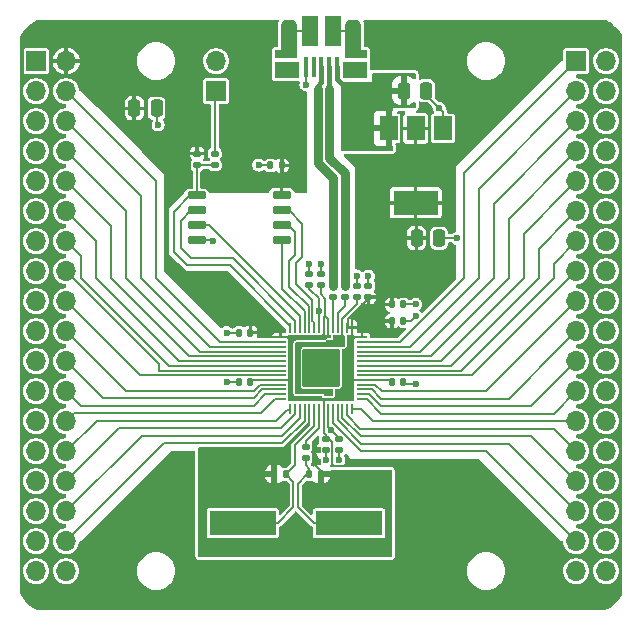
<source format=gtl>
G04 #@! TF.GenerationSoftware,KiCad,Pcbnew,7.0.1-0*
G04 #@! TF.CreationDate,2023-04-02T19:02:11+10:00*
G04 #@! TF.ProjectId,RP2040_minimal,52503230-3430-45f6-9d69-6e696d616c2e,REV1*
G04 #@! TF.SameCoordinates,Original*
G04 #@! TF.FileFunction,Copper,L1,Top*
G04 #@! TF.FilePolarity,Positive*
%FSLAX46Y46*%
G04 Gerber Fmt 4.6, Leading zero omitted, Abs format (unit mm)*
G04 Created by KiCad (PCBNEW 7.0.1-0) date 2023-04-02 19:02:11*
%MOMM*%
%LPD*%
G01*
G04 APERTURE LIST*
G04 Aperture macros list*
%AMRoundRect*
0 Rectangle with rounded corners*
0 $1 Rounding radius*
0 $2 $3 $4 $5 $6 $7 $8 $9 X,Y pos of 4 corners*
0 Add a 4 corners polygon primitive as box body*
4,1,4,$2,$3,$4,$5,$6,$7,$8,$9,$2,$3,0*
0 Add four circle primitives for the rounded corners*
1,1,$1+$1,$2,$3*
1,1,$1+$1,$4,$5*
1,1,$1+$1,$6,$7*
1,1,$1+$1,$8,$9*
0 Add four rect primitives between the rounded corners*
20,1,$1+$1,$2,$3,$4,$5,0*
20,1,$1+$1,$4,$5,$6,$7,0*
20,1,$1+$1,$6,$7,$8,$9,0*
20,1,$1+$1,$8,$9,$2,$3,0*%
G04 Aperture macros list end*
G04 #@! TA.AperFunction,SMDPad,CuDef*
%ADD10RoundRect,0.250000X-0.250000X-0.475000X0.250000X-0.475000X0.250000X0.475000X-0.250000X0.475000X0*%
G04 #@! TD*
G04 #@! TA.AperFunction,SMDPad,CuDef*
%ADD11R,0.400000X1.750000*%
G04 #@! TD*
G04 #@! TA.AperFunction,SMDPad,CuDef*
%ADD12R,1.825000X0.700000*%
G04 #@! TD*
G04 #@! TA.AperFunction,SMDPad,CuDef*
%ADD13R,2.000000X1.460000*%
G04 #@! TD*
G04 #@! TA.AperFunction,SMDPad,CuDef*
%ADD14RoundRect,0.384800X0.265200X1.240200X-0.265200X1.240200X-0.265200X-1.240200X0.265200X-1.240200X0*%
G04 #@! TD*
G04 #@! TA.AperFunction,ComponentPad*
%ADD15O,1.300000X1.800000*%
G04 #@! TD*
G04 #@! TA.AperFunction,ComponentPad*
%ADD16O,1.050000X1.450000*%
G04 #@! TD*
G04 #@! TA.AperFunction,SMDPad,CuDef*
%ADD17R,1.425000X2.500000*%
G04 #@! TD*
G04 #@! TA.AperFunction,ComponentPad*
%ADD18R,1.700000X1.700000*%
G04 #@! TD*
G04 #@! TA.AperFunction,ComponentPad*
%ADD19O,1.700000X1.700000*%
G04 #@! TD*
G04 #@! TA.AperFunction,SMDPad,CuDef*
%ADD20RoundRect,0.140000X0.170000X-0.140000X0.170000X0.140000X-0.170000X0.140000X-0.170000X-0.140000X0*%
G04 #@! TD*
G04 #@! TA.AperFunction,SMDPad,CuDef*
%ADD21RoundRect,0.140000X0.140000X0.170000X-0.140000X0.170000X-0.140000X-0.170000X0.140000X-0.170000X0*%
G04 #@! TD*
G04 #@! TA.AperFunction,SMDPad,CuDef*
%ADD22RoundRect,0.140000X-0.170000X0.140000X-0.170000X-0.140000X0.170000X-0.140000X0.170000X0.140000X0*%
G04 #@! TD*
G04 #@! TA.AperFunction,SMDPad,CuDef*
%ADD23R,1.500000X2.000000*%
G04 #@! TD*
G04 #@! TA.AperFunction,SMDPad,CuDef*
%ADD24R,3.800000X2.000000*%
G04 #@! TD*
G04 #@! TA.AperFunction,SMDPad,CuDef*
%ADD25RoundRect,0.150000X-0.650000X-0.150000X0.650000X-0.150000X0.650000X0.150000X-0.650000X0.150000X0*%
G04 #@! TD*
G04 #@! TA.AperFunction,SMDPad,CuDef*
%ADD26RoundRect,0.140000X-0.140000X-0.170000X0.140000X-0.170000X0.140000X0.170000X-0.140000X0.170000X0*%
G04 #@! TD*
G04 #@! TA.AperFunction,SMDPad,CuDef*
%ADD27RoundRect,0.050000X-0.387500X-0.050000X0.387500X-0.050000X0.387500X0.050000X-0.387500X0.050000X0*%
G04 #@! TD*
G04 #@! TA.AperFunction,SMDPad,CuDef*
%ADD28RoundRect,0.050000X-0.050000X-0.387500X0.050000X-0.387500X0.050000X0.387500X-0.050000X0.387500X0*%
G04 #@! TD*
G04 #@! TA.AperFunction,ComponentPad*
%ADD29C,0.600000*%
G04 #@! TD*
G04 #@! TA.AperFunction,SMDPad,CuDef*
%ADD30RoundRect,0.144000X-1.456000X-1.456000X1.456000X-1.456000X1.456000X1.456000X-1.456000X1.456000X0*%
G04 #@! TD*
G04 #@! TA.AperFunction,SMDPad,CuDef*
%ADD31R,5.600000X2.100000*%
G04 #@! TD*
G04 #@! TA.AperFunction,ViaPad*
%ADD32C,0.600000*%
G04 #@! TD*
G04 #@! TA.AperFunction,Conductor*
%ADD33C,0.200000*%
G04 #@! TD*
G04 #@! TA.AperFunction,Conductor*
%ADD34C,0.150000*%
G04 #@! TD*
G04 #@! TA.AperFunction,Conductor*
%ADD35C,0.400000*%
G04 #@! TD*
G04 #@! TA.AperFunction,Conductor*
%ADD36C,0.300000*%
G04 #@! TD*
G04 #@! TA.AperFunction,Conductor*
%ADD37C,0.800000*%
G04 #@! TD*
G04 APERTURE END LIST*
D10*
X108075000Y-89000000D03*
X109975000Y-89000000D03*
D11*
X101300000Y-74525000D03*
X100650000Y-74525000D03*
X100000000Y-74525000D03*
X99350000Y-74525000D03*
X98700000Y-74525000D03*
D12*
X102987500Y-73400000D03*
D13*
X102900000Y-74730000D03*
D14*
X102725000Y-72125000D03*
D15*
X102725000Y-71700000D03*
D16*
X102425000Y-74730000D03*
D17*
X100962500Y-71450000D03*
X99037500Y-71450000D03*
D16*
X97575000Y-74730000D03*
D14*
X97275000Y-72125000D03*
D15*
X97275000Y-71700000D03*
D13*
X97100000Y-74730000D03*
D12*
X97012500Y-73400000D03*
D18*
X91110000Y-76540000D03*
D19*
X91110000Y-74000000D03*
D18*
X75870000Y-74000000D03*
D19*
X78410000Y-74000000D03*
X75870000Y-76540000D03*
X78410000Y-76540000D03*
X75870000Y-79080000D03*
X78410000Y-79080000D03*
X75870000Y-81620000D03*
X78410000Y-81620000D03*
X75870000Y-84160000D03*
X78410000Y-84160000D03*
X75870000Y-86700000D03*
X78410000Y-86700000D03*
X75870000Y-89240000D03*
X78410000Y-89240000D03*
X75870000Y-91780000D03*
X78410000Y-91780000D03*
X75870000Y-94320000D03*
X78410000Y-94320000D03*
X75870000Y-96860000D03*
X78410000Y-96860000D03*
X75870000Y-99400000D03*
X78410000Y-99400000D03*
X75870000Y-101940000D03*
X78410000Y-101940000D03*
X75870000Y-104480000D03*
X78410000Y-104480000D03*
X75870000Y-107020000D03*
X78410000Y-107020000D03*
X75870000Y-109560000D03*
X78410000Y-109560000D03*
X75870000Y-112100000D03*
X78410000Y-112100000D03*
X75870000Y-114640000D03*
X78410000Y-114640000D03*
X75870000Y-117180000D03*
X78410000Y-117180000D03*
D20*
X104000000Y-93995000D03*
X104000000Y-93035000D03*
X103000000Y-93995000D03*
X103000000Y-93035000D03*
D21*
X93995000Y-101200000D03*
X93035000Y-101200000D03*
X96665000Y-82830000D03*
X95705000Y-82830000D03*
D22*
X89500000Y-81835000D03*
X89500000Y-82795000D03*
D18*
X121590000Y-74000000D03*
D19*
X124130000Y-74000000D03*
X121590000Y-76540000D03*
X124130000Y-76540000D03*
X121590000Y-79080000D03*
X124130000Y-79080000D03*
X121590000Y-81620000D03*
X124130000Y-81620000D03*
X121590000Y-84160000D03*
X124130000Y-84160000D03*
X121590000Y-86700000D03*
X124130000Y-86700000D03*
X121590000Y-89240000D03*
X124130000Y-89240000D03*
X121590000Y-91780000D03*
X124130000Y-91780000D03*
X121590000Y-94320000D03*
X124130000Y-94320000D03*
X121590000Y-96860000D03*
X124130000Y-96860000D03*
X121590000Y-99400000D03*
X124130000Y-99400000D03*
X121590000Y-101940000D03*
X124130000Y-101940000D03*
X121590000Y-104480000D03*
X124130000Y-104480000D03*
X121590000Y-107020000D03*
X124130000Y-107020000D03*
X121590000Y-109560000D03*
X124130000Y-109560000D03*
X121590000Y-112100000D03*
X124130000Y-112100000D03*
X121590000Y-114640000D03*
X124130000Y-114640000D03*
X121590000Y-117180000D03*
X124130000Y-117180000D03*
D23*
X110300000Y-79700000D03*
X108000000Y-79700000D03*
D24*
X108000000Y-86000000D03*
D23*
X105700000Y-79700000D03*
D25*
X89450000Y-85370000D03*
X89450000Y-86640000D03*
X89450000Y-87910000D03*
X89450000Y-89180000D03*
X96650000Y-89180000D03*
X96650000Y-87910000D03*
X96650000Y-86640000D03*
X96650000Y-85370000D03*
D26*
X99005000Y-109000000D03*
X99965000Y-109000000D03*
D20*
X91000000Y-82795000D03*
X91000000Y-81835000D03*
X100000000Y-92995000D03*
X100000000Y-92035000D03*
D26*
X106005000Y-101200000D03*
X106965000Y-101200000D03*
D22*
X100381000Y-106005000D03*
X100381000Y-106965000D03*
X101000000Y-93035000D03*
X101000000Y-93995000D03*
X101500000Y-106005000D03*
X101500000Y-106965000D03*
D10*
X106987500Y-76500000D03*
X108887500Y-76500000D03*
D21*
X93995000Y-97000000D03*
X93035000Y-97000000D03*
D26*
X106005000Y-94600000D03*
X106965000Y-94600000D03*
D27*
X96562500Y-97400000D03*
X96562500Y-97800000D03*
X96562500Y-98200000D03*
X96562500Y-98600000D03*
X96562500Y-99000000D03*
X96562500Y-99400000D03*
X96562500Y-99800000D03*
X96562500Y-100200000D03*
X96562500Y-100600000D03*
X96562500Y-101000000D03*
X96562500Y-101400000D03*
X96562500Y-101800000D03*
X96562500Y-102200000D03*
X96562500Y-102600000D03*
D28*
X97400000Y-103437500D03*
X97800000Y-103437500D03*
X98200000Y-103437500D03*
X98600000Y-103437500D03*
X99000000Y-103437500D03*
X99400000Y-103437500D03*
X99800000Y-103437500D03*
X100200000Y-103437500D03*
X100600000Y-103437500D03*
X101000000Y-103437500D03*
X101400000Y-103437500D03*
X101800000Y-103437500D03*
X102200000Y-103437500D03*
X102600000Y-103437500D03*
D27*
X103437500Y-102600000D03*
X103437500Y-102200000D03*
X103437500Y-101800000D03*
X103437500Y-101400000D03*
X103437500Y-101000000D03*
X103437500Y-100600000D03*
X103437500Y-100200000D03*
X103437500Y-99800000D03*
X103437500Y-99400000D03*
X103437500Y-99000000D03*
X103437500Y-98600000D03*
X103437500Y-98200000D03*
X103437500Y-97800000D03*
X103437500Y-97400000D03*
D28*
X102600000Y-96562500D03*
X102200000Y-96562500D03*
X101800000Y-96562500D03*
X101400000Y-96562500D03*
X101000000Y-96562500D03*
X100600000Y-96562500D03*
X100200000Y-96562500D03*
X99800000Y-96562500D03*
X99400000Y-96562500D03*
X99000000Y-96562500D03*
X98600000Y-96562500D03*
X98200000Y-96562500D03*
X97800000Y-96562500D03*
X97400000Y-96562500D03*
D29*
X98725000Y-98725000D03*
X98725000Y-100000000D03*
X98725000Y-101275000D03*
X100000000Y-98725000D03*
X100000000Y-100000000D03*
D30*
X100000000Y-100000000D03*
D29*
X100000000Y-101275000D03*
X101275000Y-98725000D03*
X101275000Y-100000000D03*
X101275000Y-101275000D03*
D21*
X96995000Y-109000000D03*
X96035000Y-109000000D03*
D22*
X102000000Y-93035000D03*
X102000000Y-93995000D03*
D20*
X99000000Y-92995000D03*
X99000000Y-92035000D03*
D26*
X106005000Y-96000000D03*
X106965000Y-96000000D03*
D22*
X98700000Y-106635000D03*
X98700000Y-107595000D03*
D31*
X93341000Y-113116000D03*
X102341000Y-113116000D03*
D10*
X84165000Y-78000000D03*
X86065000Y-78000000D03*
D32*
X99555500Y-106956500D03*
X97890000Y-112900000D03*
X98790000Y-111400000D03*
X90090000Y-114700000D03*
X90090000Y-111400000D03*
X105490000Y-111400000D03*
X105490000Y-115100000D03*
X111500000Y-89000000D03*
X108000000Y-101305000D03*
X100380994Y-107781990D03*
X101500000Y-107782004D03*
X97079000Y-106829500D03*
X104000000Y-92200000D03*
X95174000Y-109000000D03*
X98700000Y-76000000D03*
X110000000Y-78000000D03*
X90800000Y-89200000D03*
X86190000Y-79400000D03*
X103000000Y-92200000D03*
X100000000Y-91200000D03*
X92000000Y-97000000D03*
X96800000Y-111400000D03*
X108000000Y-95600000D03*
X100762000Y-108988500D03*
X94700000Y-82800000D03*
X92000000Y-101200000D03*
X108000000Y-94600000D03*
X99000000Y-91200008D03*
X95400000Y-73300000D03*
X104600000Y-73300000D03*
X99800000Y-95199994D03*
X100599970Y-102100000D03*
X100800000Y-105200000D03*
X100700000Y-97900000D03*
D33*
X93030000Y-101200000D02*
X92000000Y-101200000D01*
X89450000Y-89180000D02*
X90780000Y-89180000D01*
X103000000Y-93030000D02*
X103000000Y-92200000D01*
X100381000Y-107781984D02*
X100380994Y-107781990D01*
X100381000Y-106970000D02*
X100381000Y-107781984D01*
D34*
X99000000Y-104654500D02*
X97079000Y-106575500D01*
X86065000Y-79275000D02*
X86190000Y-79400000D01*
D33*
X95700000Y-82830000D02*
X95405000Y-82830000D01*
X110050000Y-89000000D02*
X111500000Y-89000000D01*
D34*
X100750500Y-109000000D02*
X100762000Y-108988500D01*
X99970000Y-109000000D02*
X100750500Y-109000000D01*
X99970000Y-109000000D02*
X99970000Y-108680000D01*
X106970000Y-96000000D02*
X107600000Y-96000000D01*
D33*
X110300000Y-78300000D02*
X110000000Y-78000000D01*
X106970000Y-101200000D02*
X107075000Y-101305000D01*
X99000000Y-113350000D02*
X99000000Y-114400000D01*
X107075000Y-101305000D02*
X108000000Y-101305000D01*
X100960000Y-71450000D02*
X102460000Y-71450000D01*
D34*
X99555500Y-108265500D02*
X99555500Y-108099500D01*
D33*
X93030000Y-97000000D02*
X92000000Y-97000000D01*
X102460000Y-71450000D02*
X102730000Y-71720000D01*
X96030000Y-109000000D02*
X95174000Y-109000000D01*
X108875000Y-76500000D02*
X108875000Y-76875000D01*
X96800000Y-111650000D02*
X96800000Y-110599974D01*
X108875000Y-76875000D02*
X110000000Y-78000000D01*
X95405000Y-82830000D02*
X95375000Y-82800000D01*
D34*
X97079000Y-106575500D02*
X97079000Y-106829500D01*
D33*
X100000000Y-92030000D02*
X100000000Y-91200000D01*
X99000000Y-92030000D02*
X99000000Y-91200008D01*
X110300000Y-79700000D02*
X110300000Y-78300000D01*
X95375000Y-82800000D02*
X94700000Y-82800000D01*
D34*
X86065000Y-78000000D02*
X86065000Y-79275000D01*
X107600000Y-96000000D02*
X108000000Y-95600000D01*
D33*
X101500000Y-106970000D02*
X101500000Y-107782004D01*
D34*
X99000000Y-103437500D02*
X99000000Y-104654500D01*
D33*
X97540000Y-71450000D02*
X97270000Y-71720000D01*
X98700000Y-74600000D02*
X98700000Y-76000000D01*
D34*
X99970000Y-108680000D02*
X99555500Y-108265500D01*
D33*
X104000000Y-93030000D02*
X104000000Y-92200000D01*
X90780000Y-89180000D02*
X90800000Y-89200000D01*
X106970000Y-94600000D02*
X108000000Y-94600000D01*
X99040000Y-71450000D02*
X97540000Y-71450000D01*
D35*
X101300000Y-74525000D02*
X101300000Y-75500000D01*
X101300000Y-75500000D02*
X102100000Y-76300000D01*
D34*
X97650500Y-109650500D02*
X97650500Y-111782500D01*
X99400000Y-103437500D02*
X99400000Y-104937861D01*
X97800000Y-106537861D02*
X97800000Y-108200000D01*
X96317000Y-113116000D02*
X93341000Y-113116000D01*
X97800000Y-108200000D02*
X97000000Y-109000000D01*
X97000000Y-109000000D02*
X97650500Y-109650500D01*
X99400000Y-104937861D02*
X97800000Y-106537861D01*
X97650500Y-111782500D02*
X96317000Y-113116000D01*
X99800000Y-103437500D02*
X99800000Y-105100000D01*
X98700000Y-106200000D02*
X98700000Y-106630000D01*
X99800000Y-105100000D02*
X98700000Y-106200000D01*
D33*
X96562500Y-101000000D02*
X94200000Y-101000000D01*
D34*
X101096505Y-108307005D02*
X102141995Y-108307005D01*
D33*
X100000000Y-93762534D02*
X100350001Y-94112535D01*
D34*
X100952500Y-108163000D02*
X101096505Y-108307005D01*
X104000000Y-93995000D02*
X104000000Y-94130000D01*
D33*
X100000000Y-93000000D02*
X100000000Y-93762534D01*
D34*
X100381000Y-106000000D02*
X100701000Y-106000000D01*
D33*
X96562500Y-97400000D02*
X95700000Y-97400000D01*
X100200000Y-96562500D02*
X100200000Y-97400000D01*
X100200000Y-95700000D02*
X100200000Y-96562500D01*
D34*
X100952500Y-106251500D02*
X100952500Y-108163000D01*
D33*
X102600000Y-96562500D02*
X102600000Y-97400000D01*
X100200000Y-102800000D02*
X100000000Y-102600000D01*
X96562500Y-101000000D02*
X97400000Y-101000000D01*
D34*
X102286000Y-96476500D02*
X102200000Y-96562500D01*
D33*
X103437500Y-97400000D02*
X102600000Y-97400000D01*
X108000000Y-86000000D02*
X108000000Y-89000000D01*
X96562500Y-97400000D02*
X97400000Y-97400000D01*
X100200000Y-103437500D02*
X100200000Y-102800000D01*
D36*
X74700000Y-72900000D02*
X74700000Y-75200000D01*
D34*
X100701000Y-106000000D02*
X100952500Y-106251500D01*
D33*
X100600000Y-96562500D02*
X100600000Y-97200000D01*
X96650000Y-82850000D02*
X96670000Y-82830000D01*
D34*
X104000000Y-94130000D02*
X102286000Y-95844000D01*
D33*
X100350001Y-95549999D02*
X100200000Y-95700000D01*
X100200000Y-105505500D02*
X100381000Y-105686500D01*
X105800000Y-101000000D02*
X106000000Y-101200000D01*
X100600000Y-96562500D02*
X100600000Y-95799998D01*
X103437500Y-101000000D02*
X102600000Y-101000000D01*
X103437500Y-101000000D02*
X105800000Y-101000000D01*
X94200000Y-101000000D02*
X94000000Y-101200000D01*
D34*
X102286000Y-95844000D02*
X102286000Y-96476500D01*
D33*
X100200000Y-103437500D02*
X100200000Y-105505500D01*
X96650000Y-85370000D02*
X96650000Y-82850000D01*
X100600000Y-95799998D02*
X100350001Y-95549999D01*
X100200000Y-97400000D02*
X100200000Y-97000000D01*
X100381000Y-105686500D02*
X100381000Y-106000000D01*
X100350001Y-94112535D02*
X100350001Y-95549999D01*
X99800000Y-96562500D02*
X99800000Y-95199994D01*
X99800000Y-94775730D02*
X99800000Y-95199994D01*
D34*
X100400000Y-98000000D02*
X100500000Y-97900000D01*
D33*
X101800000Y-95800000D02*
X103000000Y-94600000D01*
X103000000Y-94600000D02*
X103000000Y-94000000D01*
X101800000Y-96562500D02*
X101800000Y-95800000D01*
X99000000Y-93000000D02*
X99000000Y-93295000D01*
X99000000Y-93295000D02*
X99800000Y-94095000D01*
X101500000Y-106000000D02*
X101500000Y-105900000D01*
X100600000Y-103437500D02*
X100600000Y-105000000D01*
D34*
X100500000Y-97900000D02*
X100700000Y-97900000D01*
D33*
X101500000Y-105900000D02*
X100800000Y-105200000D01*
X99800000Y-94095000D02*
X99800000Y-94775730D01*
X100600000Y-105000000D02*
X100800000Y-105200000D01*
X101800000Y-96562500D02*
X101800000Y-97400000D01*
D34*
X98802500Y-109000000D02*
X98031500Y-109771000D01*
X98031500Y-111782500D02*
X99365000Y-113116000D01*
X98031500Y-109771000D02*
X98031500Y-111782500D01*
X98700000Y-107600000D02*
X98700000Y-108200000D01*
X99000000Y-108500000D02*
X99000000Y-109000000D01*
X98700000Y-108200000D02*
X99000000Y-108500000D01*
X99365000Y-113116000D02*
X102341000Y-113116000D01*
X99000000Y-109000000D02*
X98802500Y-109000000D01*
X91000000Y-81830000D02*
X91000000Y-76650000D01*
X91000000Y-76650000D02*
X91110000Y-76540000D01*
X98600000Y-104437861D02*
X96687861Y-106350000D01*
X96687861Y-106350000D02*
X86700000Y-106350000D01*
X98600000Y-103437500D02*
X98600000Y-104437861D01*
X86700000Y-106350000D02*
X78410000Y-114640000D01*
X98200000Y-104190000D02*
X96675000Y-105715000D01*
X98200000Y-103437500D02*
X98200000Y-104190000D01*
X84795000Y-105715000D02*
X78410000Y-112100000D01*
X96675000Y-105715000D02*
X84795000Y-105715000D01*
X82890000Y-105080000D02*
X78410000Y-109560000D01*
X97800000Y-103875000D02*
X96595000Y-105080000D01*
X97800000Y-103437500D02*
X97800000Y-103875000D01*
X96595000Y-105080000D02*
X82890000Y-105080000D01*
X96190000Y-104445000D02*
X80985000Y-104445000D01*
X80985000Y-104445000D02*
X78410000Y-107020000D01*
X97097500Y-103537500D02*
X96190000Y-104445000D01*
X97400000Y-103437500D02*
X97300000Y-103537500D01*
X97300000Y-103537500D02*
X97097500Y-103537500D01*
X96130000Y-102600000D02*
X94920000Y-103810000D01*
X79080000Y-103810000D02*
X78410000Y-104480000D01*
X94920000Y-103810000D02*
X79080000Y-103810000D01*
X96562500Y-102600000D02*
X96130000Y-102600000D01*
X94285000Y-103175000D02*
X79645000Y-103175000D01*
X95260000Y-102200000D02*
X94285000Y-103175000D01*
X79645000Y-103175000D02*
X78410000Y-101940000D01*
X96562500Y-102200000D02*
X95260000Y-102200000D01*
X94285000Y-102540000D02*
X81550000Y-102540000D01*
X96562500Y-101800000D02*
X95025000Y-101800000D01*
X81550000Y-102540000D02*
X78410000Y-99400000D01*
X95025000Y-101800000D02*
X94285000Y-102540000D01*
X94285000Y-101905000D02*
X83455000Y-101905000D01*
X83455000Y-101905000D02*
X78410000Y-96860000D01*
X94790000Y-101400000D02*
X94285000Y-101905000D01*
X96562500Y-101400000D02*
X94790000Y-101400000D01*
X84690000Y-100600000D02*
X96562500Y-100600000D01*
X78410000Y-94320000D02*
X84690000Y-100600000D01*
X86284000Y-99654000D02*
X86284000Y-100146000D01*
X86284000Y-100146000D02*
X86230000Y-100200000D01*
X86230000Y-100200000D02*
X96562500Y-100200000D01*
X78410000Y-91780000D02*
X86284000Y-99654000D01*
X96562500Y-99800000D02*
X87100000Y-99800000D01*
X87100000Y-99800000D02*
X79680000Y-92380000D01*
X79680000Y-90510000D02*
X78410000Y-89240000D01*
X79680000Y-92380000D02*
X79680000Y-90510000D01*
X96562500Y-99400000D02*
X87970000Y-99400000D01*
X80950000Y-89240000D02*
X78410000Y-86700000D01*
X87970000Y-99400000D02*
X80950000Y-92380000D01*
X80950000Y-92380000D02*
X80950000Y-89240000D01*
X96562500Y-99000000D02*
X88840000Y-99000000D01*
X82220000Y-87970000D02*
X82220000Y-92288000D01*
X88840000Y-99000000D02*
X82220000Y-92380000D01*
X78410000Y-84160000D02*
X82220000Y-87970000D01*
X78410000Y-81620000D02*
X83472500Y-86682500D01*
X96562500Y-98600000D02*
X89710000Y-98600000D01*
X83490000Y-92380000D02*
X83490000Y-86682500D01*
X83490000Y-86682500D02*
X83472500Y-86682500D01*
X89710000Y-98600000D02*
X83490000Y-92380000D01*
X90580000Y-98200000D02*
X84760000Y-92380000D01*
X84760000Y-85412500D02*
X84742500Y-85412500D01*
X84742500Y-85412500D02*
X78410000Y-79080000D01*
X96562500Y-98200000D02*
X90580000Y-98200000D01*
X84760000Y-92380000D02*
X84760000Y-85412500D01*
X91450000Y-97800000D02*
X86030000Y-92380000D01*
X86030000Y-92380000D02*
X86030000Y-84160000D01*
X96562500Y-97800000D02*
X91450000Y-97800000D01*
X86030000Y-84160000D02*
X78410000Y-76540000D01*
X103437500Y-97800000D02*
X106645000Y-97800000D01*
X121581250Y-74000000D02*
X121590000Y-74000000D01*
X112065000Y-83516250D02*
X121581250Y-74000000D01*
X112065000Y-92380000D02*
X112065000Y-83516250D01*
X106645000Y-97800000D02*
X112065000Y-92380000D01*
X103437500Y-98200000D02*
X107515000Y-98200000D01*
X107515000Y-98200000D02*
X113335000Y-92380000D01*
X113335000Y-84795000D02*
X120930000Y-77200000D01*
X113335000Y-92380000D02*
X113335000Y-84795000D01*
X120930000Y-77200000D02*
X121590000Y-76540000D01*
X114605000Y-92380000D02*
X114605000Y-86065000D01*
X103437500Y-98600000D02*
X108385000Y-98600000D01*
X120920000Y-79750000D02*
X121590000Y-79080000D01*
X108385000Y-98600000D02*
X114605000Y-92380000D01*
X114605000Y-86065000D02*
X120920000Y-79750000D01*
X109272500Y-99000000D02*
X115875000Y-92397500D01*
X120920000Y-82290000D02*
X121590000Y-81620000D01*
X103437500Y-99000000D02*
X109272500Y-99000000D01*
X115875000Y-92397500D02*
X115875000Y-87335000D01*
X115875000Y-87335000D02*
X120920000Y-82290000D01*
X103437500Y-99400000D02*
X110125000Y-99400000D01*
X110125000Y-99400000D02*
X117145000Y-92380000D01*
X120920000Y-84830000D02*
X121590000Y-84160000D01*
X117145000Y-88605000D02*
X120920000Y-84830000D01*
X117145000Y-92380000D02*
X117145000Y-88605000D01*
X118415000Y-89875000D02*
X120920000Y-87370000D01*
X118415000Y-92380000D02*
X118415000Y-89875000D01*
X120920000Y-87370000D02*
X121590000Y-86700000D01*
X103437500Y-99800000D02*
X110995000Y-99800000D01*
X110995000Y-99800000D02*
X118415000Y-92380000D01*
X119685000Y-92380000D02*
X111865000Y-100200000D01*
X121590000Y-89240000D02*
X119685000Y-91145000D01*
X119685000Y-91145000D02*
X119685000Y-92380000D01*
X105200000Y-100200000D02*
X103437500Y-100200000D01*
X111865000Y-100200000D02*
X105200000Y-100200000D01*
X103437500Y-100600000D02*
X112770000Y-100600000D01*
X112770000Y-100600000D02*
X120320000Y-93050000D01*
X120320000Y-93050000D02*
X121590000Y-91780000D01*
X113970000Y-101940000D02*
X120320000Y-95590000D01*
X104568750Y-101400000D02*
X105108750Y-101940000D01*
X120320000Y-95590000D02*
X121590000Y-94320000D01*
X103437500Y-101400000D02*
X104568750Y-101400000D01*
X105108750Y-101940000D02*
X113970000Y-101940000D01*
X120320000Y-98130000D02*
X121590000Y-96860000D01*
X105080000Y-102575000D02*
X115875000Y-102575000D01*
X104305000Y-101800000D02*
X105080000Y-102575000D01*
X103437500Y-101800000D02*
X104305000Y-101800000D01*
X115875000Y-102575000D02*
X120320000Y-98130000D01*
X103437500Y-102200000D02*
X104070000Y-102200000D01*
X120320000Y-100670000D02*
X121590000Y-99400000D01*
X104070000Y-102200000D02*
X105080000Y-103210000D01*
X105080000Y-103210000D02*
X117780000Y-103210000D01*
X117780000Y-103210000D02*
X120320000Y-100670000D01*
X103835000Y-102600000D02*
X103437500Y-102600000D01*
X105080000Y-103845000D02*
X103835000Y-102600000D01*
X119685000Y-103845000D02*
X105080000Y-103845000D01*
X121590000Y-101940000D02*
X119685000Y-103845000D01*
X104385181Y-104480000D02*
X121590000Y-104480000D01*
X102600000Y-103437500D02*
X103342681Y-103437500D01*
X103342681Y-103437500D02*
X104385181Y-104480000D01*
X119685000Y-105115000D02*
X103315000Y-105115000D01*
X103315000Y-105115000D02*
X102200000Y-104000000D01*
X102200000Y-104000000D02*
X102200000Y-103437500D01*
X121590000Y-107020000D02*
X119685000Y-105115000D01*
X101800000Y-104200000D02*
X101800000Y-103437500D01*
X103350000Y-105750000D02*
X101800000Y-104200000D01*
X117780000Y-105750000D02*
X103350000Y-105750000D01*
X121590000Y-109560000D02*
X117780000Y-105750000D01*
X101400000Y-104400000D02*
X101400000Y-103437500D01*
X115875000Y-106385000D02*
X103385000Y-106385000D01*
X103385000Y-106385000D02*
X101400000Y-104400000D01*
X121590000Y-112100000D02*
X115875000Y-106385000D01*
X113970000Y-107020000D02*
X103408501Y-107020000D01*
X103408501Y-107020000D02*
X101000000Y-104611499D01*
X121590000Y-114640000D02*
X113970000Y-107020000D01*
X101000000Y-104611499D02*
X101000000Y-103437500D01*
X97400000Y-96400000D02*
X97400000Y-96562500D01*
X88600000Y-91300000D02*
X92300000Y-91300000D01*
X92300000Y-91300000D02*
X97400000Y-96400000D01*
X87500000Y-86800000D02*
X87500000Y-90200000D01*
X89450000Y-85370000D02*
X88930000Y-85370000D01*
X89450000Y-85370000D02*
X89450000Y-82850000D01*
X89500000Y-82800000D02*
X91000000Y-82800000D01*
X87500000Y-90200000D02*
X88600000Y-91300000D01*
X89450000Y-82850000D02*
X89500000Y-82800000D01*
X88930000Y-85370000D02*
X87500000Y-86800000D01*
D33*
X101000000Y-96562500D02*
X101000000Y-94000000D01*
X102000000Y-94700000D02*
X102000000Y-94000000D01*
X101400000Y-96562500D02*
X101400000Y-95300000D01*
X101400000Y-95300000D02*
X102000000Y-94700000D01*
D34*
X99251321Y-95976321D02*
X99251321Y-94251321D01*
X98400000Y-90600000D02*
X98400000Y-87800000D01*
X99400000Y-96125000D02*
X99251321Y-95976321D01*
X99251321Y-94251321D02*
X97900000Y-92900000D01*
X98400000Y-87800000D02*
X97240000Y-86640000D01*
X97900000Y-91100000D02*
X98400000Y-90600000D01*
X99400000Y-96562500D02*
X99400000Y-96125000D01*
X97240000Y-86640000D02*
X96650000Y-86640000D01*
X97900000Y-92900000D02*
X97900000Y-91100000D01*
X97300000Y-90900000D02*
X97800000Y-90400000D01*
X97210000Y-87910000D02*
X96650000Y-87910000D01*
X98951310Y-94751310D02*
X97300000Y-93100000D01*
X97800000Y-90400000D02*
X97800000Y-88500000D01*
X97800000Y-88500000D02*
X97210000Y-87910000D01*
X99000000Y-96572500D02*
X98951310Y-96523810D01*
X98951310Y-96523810D02*
X98951310Y-94751310D01*
X97300000Y-93100000D02*
X97300000Y-90900000D01*
X98600000Y-96572500D02*
X98600000Y-95200000D01*
X96700000Y-89230000D02*
X96650000Y-89180000D01*
X98600000Y-95200000D02*
X96700000Y-93300000D01*
X96700000Y-93300000D02*
X96700000Y-89230000D01*
X98200000Y-96572500D02*
X98200000Y-95600000D01*
X98200000Y-95600000D02*
X90510000Y-87910000D01*
X90510000Y-87910000D02*
X89450000Y-87910000D01*
X88960000Y-86640000D02*
X89450000Y-86640000D01*
X88100000Y-89800000D02*
X88100000Y-87500000D01*
X97800000Y-96000000D02*
X92500000Y-90700000D01*
X89000000Y-90700000D02*
X88100000Y-89800000D01*
X88100000Y-87500000D02*
X88960000Y-86640000D01*
X92500000Y-90700000D02*
X89000000Y-90700000D01*
X97800000Y-96572500D02*
X97800000Y-96000000D01*
D35*
X100000000Y-75800000D02*
X99725000Y-76075000D01*
D37*
X99725000Y-82596752D02*
X99725000Y-76400000D01*
X101025000Y-83896752D02*
X99725000Y-82596752D01*
X101000000Y-93030000D02*
X101025000Y-93005000D01*
X101025000Y-93005000D02*
X101025000Y-83896752D01*
D35*
X99725000Y-76075000D02*
X99725000Y-76400000D01*
X100000000Y-74525000D02*
X100000000Y-75800000D01*
D37*
X102000000Y-93030000D02*
X101975000Y-93005000D01*
D35*
X100650000Y-74525000D02*
X100650000Y-76375000D01*
D37*
X101975000Y-83503248D02*
X100675000Y-82203248D01*
X100675000Y-82203248D02*
X100675000Y-76400000D01*
D35*
X100650000Y-76375000D02*
X100675000Y-76400000D01*
D37*
X101975000Y-93005000D02*
X101975000Y-83503248D01*
G04 #@! TA.AperFunction,Conductor*
G36*
X107938000Y-75016613D02*
G01*
X107983387Y-75062000D01*
X108000000Y-75124000D01*
X108000000Y-75416163D01*
X107986485Y-75472458D01*
X107948885Y-75516481D01*
X107895398Y-75538636D01*
X107837682Y-75534094D01*
X107788319Y-75503844D01*
X107710840Y-75426365D01*
X107560025Y-75333342D01*
X107391824Y-75277605D01*
X107288008Y-75267000D01*
X107241500Y-75267000D01*
X107241500Y-77733000D01*
X107288008Y-77733000D01*
X107391824Y-77722394D01*
X107560025Y-77666657D01*
X107710840Y-77573634D01*
X107788319Y-77496156D01*
X107837682Y-77465906D01*
X107895398Y-77461364D01*
X107948885Y-77483519D01*
X107986485Y-77527542D01*
X108000000Y-77583837D01*
X108000000Y-77876000D01*
X107983387Y-77938000D01*
X107938000Y-77983387D01*
X107876000Y-78000000D01*
X106100000Y-78000000D01*
X106100000Y-78068000D01*
X106083387Y-78130000D01*
X106038000Y-78175387D01*
X105976000Y-78192000D01*
X105954000Y-78192000D01*
X105954000Y-81208000D01*
X105976000Y-81208000D01*
X106038000Y-81224613D01*
X106083387Y-81270000D01*
X106100000Y-81332000D01*
X106100000Y-81476000D01*
X106083387Y-81538000D01*
X106038000Y-81583387D01*
X105976000Y-81600000D01*
X101824000Y-81600000D01*
X101762000Y-81583387D01*
X101716613Y-81538000D01*
X101700000Y-81476000D01*
X101700000Y-79954000D01*
X104442000Y-79954000D01*
X104442000Y-80748586D01*
X104448505Y-80809094D01*
X104499555Y-80945964D01*
X104587095Y-81062904D01*
X104704035Y-81150444D01*
X104840905Y-81201494D01*
X104901414Y-81208000D01*
X105446000Y-81208000D01*
X105446000Y-79954000D01*
X104442000Y-79954000D01*
X101700000Y-79954000D01*
X101700000Y-79446000D01*
X104442000Y-79446000D01*
X105446000Y-79446000D01*
X105446000Y-78192000D01*
X104901414Y-78192000D01*
X104840905Y-78198505D01*
X104704035Y-78249555D01*
X104587095Y-78337095D01*
X104499555Y-78454035D01*
X104448505Y-78590905D01*
X104442000Y-78651414D01*
X104442000Y-79446000D01*
X101700000Y-79446000D01*
X101700000Y-76754000D01*
X105979500Y-76754000D01*
X105979500Y-77025508D01*
X105990105Y-77129324D01*
X106045842Y-77297525D01*
X106138865Y-77448340D01*
X106264159Y-77573634D01*
X106414974Y-77666657D01*
X106583175Y-77722394D01*
X106686992Y-77733000D01*
X106733500Y-77733000D01*
X106733500Y-76754000D01*
X105979500Y-76754000D01*
X101700000Y-76754000D01*
X101700000Y-76246000D01*
X105979500Y-76246000D01*
X106733500Y-76246000D01*
X106733500Y-75267000D01*
X106686992Y-75267000D01*
X106583175Y-75277605D01*
X106414974Y-75333342D01*
X106264159Y-75426365D01*
X106138865Y-75551659D01*
X106045842Y-75702474D01*
X105990105Y-75870675D01*
X105979500Y-75974492D01*
X105979500Y-76246000D01*
X101700000Y-76246000D01*
X101700000Y-75946922D01*
X101713116Y-75891417D01*
X101749691Y-75847654D01*
X101780312Y-75824732D01*
X101815463Y-75806345D01*
X101854621Y-75800000D01*
X104300000Y-75800000D01*
X104300000Y-75124000D01*
X104316613Y-75062000D01*
X104362000Y-75016613D01*
X104424000Y-75000000D01*
X107876000Y-75000000D01*
X107938000Y-75016613D01*
G37*
G04 #@! TD.AperFunction*
G04 #@! TA.AperFunction,Conductor*
G36*
X101963000Y-97209914D02*
G01*
X101990086Y-97237000D01*
X102000000Y-97274000D01*
X102000000Y-98126000D01*
X101990086Y-98163000D01*
X101963000Y-98190086D01*
X101926000Y-98200000D01*
X98400000Y-98200000D01*
X98400000Y-98240863D01*
X98394367Y-98269182D01*
X98378326Y-98293189D01*
X98296831Y-98374683D01*
X98252356Y-98475407D01*
X98249500Y-98500031D01*
X98249500Y-101499969D01*
X98252356Y-101524592D01*
X98252357Y-101524594D01*
X98296830Y-101625315D01*
X98374685Y-101703170D01*
X98475406Y-101747643D01*
X98487718Y-101749071D01*
X98500031Y-101750500D01*
X100926000Y-101750500D01*
X100963000Y-101760414D01*
X100990086Y-101787500D01*
X101000000Y-101824500D01*
X101000000Y-102326000D01*
X100990086Y-102363000D01*
X100963000Y-102390086D01*
X100926000Y-102400000D01*
X100274000Y-102400000D01*
X100237000Y-102390086D01*
X100209914Y-102363000D01*
X100200000Y-102326000D01*
X100200000Y-102200000D01*
X97874000Y-102200000D01*
X97837000Y-102190086D01*
X97809914Y-102163000D01*
X97800000Y-102126000D01*
X97800000Y-97874000D01*
X97809914Y-97837000D01*
X97837000Y-97809914D01*
X97874000Y-97800000D01*
X100600000Y-97800000D01*
X100600000Y-97674000D01*
X100609914Y-97637000D01*
X100637000Y-97609914D01*
X100674000Y-97600000D01*
X101000000Y-97600000D01*
X101000000Y-97274000D01*
X101009914Y-97237000D01*
X101037000Y-97209914D01*
X101074000Y-97200000D01*
X101926000Y-97200000D01*
X101963000Y-97209914D01*
G37*
G04 #@! TD.AperFunction*
G04 #@! TA.AperFunction,Conductor*
G36*
X100849798Y-97233754D02*
G01*
X100849797Y-97233758D01*
X100844500Y-97273999D01*
X100844500Y-97370500D01*
X100834586Y-97407500D01*
X100807500Y-97434586D01*
X100770500Y-97444500D01*
X100673999Y-97444500D01*
X100640826Y-97448867D01*
X100636057Y-97449179D01*
X100596755Y-97459711D01*
X100591417Y-97461922D01*
X100583953Y-97464554D01*
X100510934Y-97485994D01*
X100510930Y-97485996D01*
X100510931Y-97485996D01*
X100401951Y-97556033D01*
X100347423Y-97618961D01*
X100322241Y-97637813D01*
X100291500Y-97644500D01*
X97873999Y-97644500D01*
X97833758Y-97649797D01*
X97796747Y-97659714D01*
X97759251Y-97675245D01*
X97727046Y-97699958D01*
X97699958Y-97727046D01*
X97675245Y-97759251D01*
X97659714Y-97796747D01*
X97649797Y-97833758D01*
X97644500Y-97873999D01*
X97644500Y-102126001D01*
X97649797Y-102166241D01*
X97659714Y-102203252D01*
X97675245Y-102240748D01*
X97675247Y-102240750D01*
X97699959Y-102272955D01*
X97727045Y-102300041D01*
X97751757Y-102319004D01*
X97759251Y-102324754D01*
X97791258Y-102338011D01*
X97796754Y-102340288D01*
X97833754Y-102350202D01*
X97865950Y-102354440D01*
X97873999Y-102355500D01*
X97874000Y-102355500D01*
X99990490Y-102355500D01*
X100031602Y-102367971D01*
X100058857Y-102401182D01*
X100075245Y-102440748D01*
X100075247Y-102440750D01*
X100099959Y-102472955D01*
X100127045Y-102500041D01*
X100151757Y-102519004D01*
X100159251Y-102524754D01*
X100172525Y-102530252D01*
X100196754Y-102540288D01*
X100233754Y-102550202D01*
X100265950Y-102554440D01*
X100273999Y-102555500D01*
X100274000Y-102555500D01*
X100926000Y-102555500D01*
X100926001Y-102555500D01*
X100932707Y-102554616D01*
X100966246Y-102550202D01*
X101003246Y-102540288D01*
X101040750Y-102524753D01*
X101072955Y-102500041D01*
X101100041Y-102472955D01*
X101124753Y-102440750D01*
X101140288Y-102403246D01*
X101150202Y-102366246D01*
X101155500Y-102326000D01*
X101155500Y-101824500D01*
X101165414Y-101787500D01*
X101192500Y-101760414D01*
X101229500Y-101750500D01*
X101499969Y-101750500D01*
X101508176Y-101749547D01*
X101524594Y-101747643D01*
X101625315Y-101703170D01*
X101703170Y-101625315D01*
X101747643Y-101524594D01*
X101750500Y-101499968D01*
X101750500Y-98500032D01*
X101747643Y-98475406D01*
X101746037Y-98471769D01*
X101740572Y-98459391D01*
X101736501Y-98411451D01*
X101762767Y-98371141D01*
X101808266Y-98355500D01*
X101926001Y-98355500D01*
X101932707Y-98354616D01*
X101966246Y-98350202D01*
X102003246Y-98340288D01*
X102040750Y-98324753D01*
X102072955Y-98300041D01*
X102100041Y-98272955D01*
X102124753Y-98240750D01*
X102140288Y-98203246D01*
X102150202Y-98166246D01*
X102155500Y-98126000D01*
X102155500Y-97274000D01*
X102150202Y-97233754D01*
X102141158Y-97200000D01*
X102800000Y-97200000D01*
X102800000Y-102800000D01*
X97200000Y-102800000D01*
X97200000Y-97200000D01*
X100000000Y-97200000D01*
X100800000Y-97200000D01*
X100858842Y-97200000D01*
X100849798Y-97233754D01*
G37*
G04 #@! TD.AperFunction*
G04 #@! TA.AperFunction,Conductor*
G36*
X96385520Y-70518302D02*
G01*
X96421664Y-70566442D01*
X96423240Y-70626620D01*
X96377335Y-70784624D01*
X96374500Y-70820651D01*
X96374500Y-72700500D01*
X96361237Y-72750000D01*
X96325000Y-72786237D01*
X96275500Y-72799500D01*
X96075326Y-72799500D01*
X96038793Y-72806766D01*
X96002259Y-72814034D01*
X95919399Y-72869399D01*
X95864034Y-72952259D01*
X95864033Y-72952260D01*
X95864034Y-72952260D01*
X95849500Y-73025326D01*
X95849500Y-73774674D01*
X95854263Y-73798618D01*
X95865614Y-73855685D01*
X95865614Y-73894312D01*
X95854438Y-73950500D01*
X95849500Y-73975326D01*
X95849500Y-75484674D01*
X95864034Y-75557740D01*
X95919399Y-75640601D01*
X96002260Y-75695966D01*
X96075326Y-75710500D01*
X96075327Y-75710500D01*
X98075894Y-75710500D01*
X98122562Y-75722190D01*
X98158209Y-75754498D01*
X98174417Y-75799795D01*
X98167359Y-75847384D01*
X98163669Y-75856291D01*
X98144750Y-76000000D01*
X98163669Y-76143709D01*
X98202288Y-76236942D01*
X98219139Y-76277625D01*
X98257450Y-76327552D01*
X98307378Y-76392621D01*
X98325500Y-76406526D01*
X98422375Y-76480861D01*
X98517067Y-76520083D01*
X98556290Y-76536330D01*
X98611016Y-76543534D01*
X98700000Y-76555250D01*
X98700000Y-76555249D01*
X98712922Y-76556951D01*
X98712445Y-76560571D01*
X98742819Y-76565238D01*
X98784490Y-76601770D01*
X98800000Y-76654972D01*
X98800000Y-85101000D01*
X98786737Y-85150500D01*
X98750500Y-85186737D01*
X98701000Y-85200000D01*
X97840000Y-85200000D01*
X97782712Y-85181741D01*
X97746556Y-85133698D01*
X97702347Y-85007356D01*
X97621791Y-84898208D01*
X97512645Y-84817654D01*
X97384601Y-84772850D01*
X97354208Y-84770000D01*
X96800001Y-84770000D01*
X96800000Y-84770001D01*
X96800000Y-85200000D01*
X96500000Y-85200000D01*
X96500000Y-84770002D01*
X96499999Y-84770001D01*
X95945800Y-84770001D01*
X95915395Y-84772851D01*
X95787354Y-84817654D01*
X95678208Y-84898208D01*
X95597654Y-85007354D01*
X95553446Y-85133697D01*
X95517290Y-85181740D01*
X95460001Y-85200000D01*
X90586879Y-85200000D01*
X90541934Y-85189210D01*
X90506786Y-85159190D01*
X90489098Y-85116486D01*
X90485647Y-85094696D01*
X90428051Y-84981660D01*
X90428050Y-84981658D01*
X90338342Y-84891950D01*
X90225304Y-84834354D01*
X90225303Y-84834353D01*
X90225302Y-84834353D01*
X90131519Y-84819500D01*
X89874500Y-84819500D01*
X89825000Y-84806237D01*
X89788763Y-84770000D01*
X89775500Y-84720500D01*
X89775500Y-83380180D01*
X89790089Y-83328452D01*
X89829552Y-83291971D01*
X89902391Y-83254859D01*
X89989859Y-83167391D01*
X89989860Y-83167388D01*
X90000946Y-83156303D01*
X90003132Y-83158489D01*
X90020149Y-83140085D01*
X90071871Y-83125500D01*
X90428129Y-83125500D01*
X90479851Y-83140085D01*
X90496867Y-83158489D01*
X90499054Y-83156303D01*
X90510139Y-83167388D01*
X90510141Y-83167391D01*
X90597609Y-83254859D01*
X90707825Y-83311017D01*
X90799265Y-83325500D01*
X91200734Y-83325499D01*
X91200735Y-83325499D01*
X91231214Y-83320671D01*
X91292175Y-83311017D01*
X91402391Y-83254859D01*
X91489859Y-83167391D01*
X91546017Y-83057175D01*
X91560500Y-82965735D01*
X91560500Y-82800000D01*
X94144750Y-82800000D01*
X94163669Y-82943709D01*
X94191128Y-83010000D01*
X94219139Y-83077625D01*
X94253324Y-83122175D01*
X94307378Y-83192621D01*
X94357306Y-83230932D01*
X94422375Y-83280861D01*
X94503926Y-83314640D01*
X94556290Y-83336330D01*
X94573008Y-83338531D01*
X94700000Y-83355250D01*
X94843709Y-83336330D01*
X94977625Y-83280861D01*
X95092621Y-83192621D01*
X95092624Y-83192616D01*
X95093265Y-83192125D01*
X95146626Y-83171908D01*
X95202282Y-83184501D01*
X95241742Y-83225721D01*
X95245141Y-83232391D01*
X95332609Y-83319859D01*
X95442825Y-83376017D01*
X95534265Y-83390500D01*
X95875734Y-83390499D01*
X95875735Y-83390499D01*
X95906214Y-83385671D01*
X95967175Y-83376017D01*
X96077391Y-83319859D01*
X96077394Y-83319855D01*
X96080373Y-83318338D01*
X96116256Y-83296409D01*
X96162591Y-83292936D01*
X96205406Y-83310984D01*
X96317081Y-83393406D01*
X96442272Y-83437212D01*
X96472000Y-83440000D01*
X96514999Y-83440000D01*
X96515000Y-83439999D01*
X96515000Y-83439998D01*
X96815000Y-83439998D01*
X96815001Y-83439999D01*
X96858001Y-83439999D01*
X96887726Y-83437212D01*
X97012918Y-83393405D01*
X97119640Y-83314640D01*
X97198406Y-83207918D01*
X97242212Y-83082727D01*
X97245000Y-83053000D01*
X97245000Y-82980001D01*
X97244999Y-82980000D01*
X96815001Y-82980000D01*
X96815000Y-82980001D01*
X96815000Y-83439998D01*
X96515000Y-83439998D01*
X96515000Y-82679999D01*
X96815000Y-82679999D01*
X96815001Y-82680000D01*
X97244998Y-82680000D01*
X97244999Y-82679999D01*
X97244999Y-82606999D01*
X97242212Y-82577273D01*
X97198405Y-82452081D01*
X97119640Y-82345359D01*
X97012918Y-82266593D01*
X96887727Y-82222787D01*
X96858000Y-82220000D01*
X96815001Y-82220000D01*
X96815000Y-82220001D01*
X96815000Y-82679999D01*
X96515000Y-82679999D01*
X96515000Y-82220002D01*
X96514999Y-82220001D01*
X96471999Y-82220001D01*
X96442273Y-82222787D01*
X96317081Y-82266594D01*
X96205406Y-82349015D01*
X96162592Y-82367063D01*
X96116259Y-82363591D01*
X96080364Y-82341656D01*
X95967173Y-82283982D01*
X95875735Y-82269500D01*
X95534264Y-82269500D01*
X95442826Y-82283982D01*
X95332610Y-82340140D01*
X95332609Y-82340140D01*
X95332609Y-82340141D01*
X95252243Y-82420506D01*
X95220129Y-82441964D01*
X95182243Y-82449500D01*
X95173763Y-82449500D01*
X95129977Y-82439291D01*
X95095222Y-82410769D01*
X95092619Y-82407377D01*
X94977624Y-82319138D01*
X94843709Y-82263669D01*
X94700000Y-82244750D01*
X94556290Y-82263669D01*
X94422375Y-82319139D01*
X94307378Y-82407378D01*
X94219139Y-82522375D01*
X94163669Y-82656290D01*
X94144750Y-82800000D01*
X91560500Y-82800000D01*
X91560499Y-82624266D01*
X91558136Y-82609348D01*
X91546017Y-82532826D01*
X91546017Y-82532825D01*
X91489859Y-82422609D01*
X91452251Y-82385001D01*
X91426630Y-82340623D01*
X91426630Y-82289377D01*
X91452251Y-82244998D01*
X91489859Y-82207391D01*
X91546017Y-82097175D01*
X91560500Y-82005735D01*
X91560499Y-81664266D01*
X91556972Y-81641999D01*
X91546017Y-81572826D01*
X91546017Y-81572825D01*
X91489859Y-81462609D01*
X91402391Y-81375141D01*
X91379553Y-81363504D01*
X91340089Y-81327023D01*
X91325500Y-81275296D01*
X91325500Y-77739500D01*
X91338763Y-77690000D01*
X91375000Y-77653763D01*
X91424500Y-77640500D01*
X91984673Y-77640500D01*
X91984674Y-77640500D01*
X92057740Y-77625966D01*
X92140601Y-77570601D01*
X92195966Y-77487740D01*
X92210500Y-77414674D01*
X92210500Y-75665326D01*
X92195966Y-75592260D01*
X92140601Y-75509399D01*
X92057740Y-75454034D01*
X91984674Y-75439500D01*
X90235326Y-75439500D01*
X90198792Y-75446767D01*
X90162259Y-75454034D01*
X90079399Y-75509399D01*
X90024034Y-75592259D01*
X90016896Y-75628146D01*
X90009500Y-75665326D01*
X90009500Y-77414674D01*
X90024034Y-77487740D01*
X90079399Y-77570601D01*
X90162260Y-77625966D01*
X90235326Y-77640500D01*
X90575500Y-77640500D01*
X90625000Y-77653763D01*
X90661237Y-77690000D01*
X90674500Y-77739500D01*
X90674500Y-81275296D01*
X90659911Y-81327023D01*
X90620446Y-81363504D01*
X90608410Y-81369637D01*
X90597610Y-81375140D01*
X90510140Y-81462610D01*
X90453982Y-81572826D01*
X90439500Y-81664264D01*
X90439500Y-82005735D01*
X90453982Y-82097173D01*
X90453982Y-82097174D01*
X90453983Y-82097175D01*
X90510141Y-82207391D01*
X90547748Y-82244998D01*
X90573370Y-82289377D01*
X90573370Y-82340623D01*
X90547748Y-82385001D01*
X90510141Y-82422609D01*
X90510139Y-82422611D01*
X90499054Y-82433697D01*
X90499022Y-82433665D01*
X90474761Y-82459911D01*
X90423034Y-82474500D01*
X90076966Y-82474500D01*
X90025239Y-82459911D01*
X90000977Y-82433665D01*
X90000946Y-82433697D01*
X89990636Y-82423387D01*
X89988998Y-82420707D01*
X89988756Y-82420445D01*
X89988343Y-82419635D01*
X89966409Y-82383741D01*
X89962937Y-82337408D01*
X89980985Y-82294594D01*
X90063406Y-82182918D01*
X90107212Y-82057727D01*
X90110000Y-82028000D01*
X90110000Y-81985001D01*
X90109999Y-81985000D01*
X88890002Y-81985000D01*
X88890001Y-81985001D01*
X88890001Y-82028001D01*
X88892787Y-82057726D01*
X88936593Y-82182918D01*
X89019015Y-82294593D01*
X89037062Y-82337405D01*
X89033592Y-82383736D01*
X89011657Y-82419632D01*
X88953982Y-82532826D01*
X88939500Y-82624264D01*
X88939500Y-82965735D01*
X88953982Y-83057173D01*
X88953982Y-83057174D01*
X88953983Y-83057175D01*
X89010141Y-83167391D01*
X89095506Y-83252756D01*
X89116964Y-83284871D01*
X89124500Y-83322757D01*
X89124500Y-84720501D01*
X89111237Y-84770001D01*
X89075000Y-84806238D01*
X89025500Y-84819501D01*
X88768479Y-84819501D01*
X88674696Y-84834352D01*
X88561660Y-84891948D01*
X88471949Y-84981659D01*
X88414353Y-85094697D01*
X88402654Y-85168566D01*
X88392167Y-85199778D01*
X88372023Y-85225825D01*
X87100000Y-86400000D01*
X87100000Y-90400000D01*
X88599998Y-91799999D01*
X88600000Y-91800000D01*
X92058992Y-91800000D01*
X92096878Y-91807536D01*
X92128996Y-91828996D01*
X97020504Y-96720504D01*
X97041964Y-96752622D01*
X97049500Y-96790507D01*
X97049501Y-96900999D01*
X97036238Y-96950499D01*
X97000001Y-96986736D01*
X96950501Y-97000000D01*
X96662501Y-97000000D01*
X96662500Y-97000001D01*
X96662500Y-97316984D01*
X96670091Y-97331186D01*
X96664457Y-97388386D01*
X96627994Y-97432815D01*
X96572993Y-97449500D01*
X96552006Y-97449500D01*
X96497003Y-97432815D01*
X96460541Y-97388383D01*
X96454909Y-97331182D01*
X96462500Y-97316982D01*
X96462500Y-97000002D01*
X96462499Y-97000001D01*
X96141783Y-97000001D01*
X96073752Y-97009911D01*
X95968811Y-97061214D01*
X95886213Y-97143812D01*
X95834912Y-97248750D01*
X95827445Y-97300000D01*
X95836733Y-97310739D01*
X95859855Y-97361480D01*
X95851887Y-97416668D01*
X95815357Y-97458797D01*
X95761853Y-97474500D01*
X94634138Y-97474500D01*
X94588699Y-97463456D01*
X94553397Y-97432788D01*
X94536110Y-97389339D01*
X94540694Y-97342802D01*
X94572212Y-97252727D01*
X94575000Y-97223000D01*
X94575000Y-97150001D01*
X94574999Y-97150000D01*
X93944000Y-97150000D01*
X93894500Y-97136737D01*
X93858263Y-97100500D01*
X93845000Y-97051000D01*
X93845000Y-96849999D01*
X94145000Y-96849999D01*
X94145001Y-96850000D01*
X94574998Y-96850000D01*
X94574999Y-96849999D01*
X94574999Y-96776999D01*
X94572212Y-96747273D01*
X94528405Y-96622081D01*
X94449640Y-96515359D01*
X94342918Y-96436593D01*
X94217727Y-96392787D01*
X94188000Y-96390000D01*
X94145001Y-96390000D01*
X94145000Y-96390001D01*
X94145000Y-96849999D01*
X93845000Y-96849999D01*
X93845000Y-96390002D01*
X93844999Y-96390001D01*
X93801999Y-96390001D01*
X93772273Y-96392787D01*
X93647081Y-96436594D01*
X93535406Y-96519015D01*
X93492592Y-96537063D01*
X93446259Y-96533591D01*
X93410364Y-96511656D01*
X93406774Y-96509827D01*
X93297175Y-96453983D01*
X93297174Y-96453982D01*
X93297173Y-96453982D01*
X93205735Y-96439500D01*
X92864264Y-96439500D01*
X92772826Y-96453982D01*
X92662610Y-96510140D01*
X92662609Y-96510140D01*
X92662609Y-96510141D01*
X92575141Y-96597609D01*
X92575140Y-96597610D01*
X92564054Y-96608697D01*
X92564022Y-96608665D01*
X92539761Y-96634911D01*
X92488034Y-96649500D01*
X92473763Y-96649500D01*
X92429977Y-96639291D01*
X92395222Y-96610769D01*
X92394631Y-96609999D01*
X92392621Y-96607379D01*
X92392619Y-96607378D01*
X92392619Y-96607377D01*
X92277624Y-96519138D01*
X92143709Y-96463669D01*
X92000000Y-96444750D01*
X91856290Y-96463669D01*
X91722375Y-96519139D01*
X91611188Y-96604455D01*
X91568112Y-96623409D01*
X91521151Y-96620331D01*
X91480917Y-96595917D01*
X86693996Y-91808996D01*
X86672536Y-91776878D01*
X86665000Y-91738992D01*
X86665000Y-83525001D01*
X86665000Y-83525000D01*
X84824999Y-81684999D01*
X88890000Y-81684999D01*
X88890001Y-81685000D01*
X89349999Y-81685000D01*
X89350000Y-81684999D01*
X89650000Y-81684999D01*
X89650001Y-81685000D01*
X90109998Y-81685000D01*
X90109999Y-81684999D01*
X90109999Y-81641999D01*
X90107212Y-81612273D01*
X90063405Y-81487081D01*
X89984640Y-81380359D01*
X89877918Y-81301593D01*
X89752727Y-81257787D01*
X89723000Y-81255000D01*
X89650001Y-81255000D01*
X89650000Y-81255001D01*
X89650000Y-81684999D01*
X89350000Y-81684999D01*
X89350000Y-81255002D01*
X89349999Y-81255001D01*
X89276999Y-81255001D01*
X89247273Y-81257787D01*
X89122081Y-81301594D01*
X89015359Y-81380359D01*
X88936593Y-81487081D01*
X88892787Y-81612272D01*
X88890000Y-81642000D01*
X88890000Y-81684999D01*
X84824999Y-81684999D01*
X81658058Y-78518058D01*
X83365000Y-78518058D01*
X83375614Y-78606445D01*
X83431078Y-78747093D01*
X83522435Y-78867564D01*
X83642906Y-78958921D01*
X83783554Y-79014385D01*
X83871942Y-79025000D01*
X84014999Y-79025000D01*
X84015000Y-79024999D01*
X84315000Y-79024999D01*
X84315001Y-79025000D01*
X84458058Y-79025000D01*
X84546445Y-79014385D01*
X84687093Y-78958921D01*
X84807564Y-78867564D01*
X84898921Y-78747093D01*
X84954385Y-78606445D01*
X84964422Y-78522871D01*
X85314500Y-78522871D01*
X85320909Y-78582484D01*
X85371203Y-78717330D01*
X85371204Y-78717331D01*
X85457454Y-78832546D01*
X85572668Y-78918795D01*
X85572669Y-78918796D01*
X85674764Y-78956875D01*
X85722373Y-78994467D01*
X85739118Y-79052771D01*
X85718713Y-79109897D01*
X85709138Y-79122375D01*
X85653669Y-79256290D01*
X85634750Y-79400000D01*
X85653669Y-79543709D01*
X85692892Y-79638401D01*
X85709139Y-79677625D01*
X85747450Y-79727552D01*
X85797378Y-79792621D01*
X85839027Y-79824579D01*
X85912375Y-79880861D01*
X86007067Y-79920083D01*
X86046290Y-79936330D01*
X86063008Y-79938531D01*
X86190000Y-79955250D01*
X86333709Y-79936330D01*
X86467625Y-79880861D01*
X86582621Y-79792621D01*
X86670861Y-79677625D01*
X86726330Y-79543709D01*
X86745250Y-79400000D01*
X86726330Y-79256291D01*
X86670861Y-79122375D01*
X86591209Y-79018571D01*
X86571547Y-78970837D01*
X86578590Y-78919694D01*
X86610418Y-78879054D01*
X86672546Y-78832546D01*
X86758796Y-78717331D01*
X86809091Y-78582483D01*
X86815500Y-78522873D01*
X86815499Y-77477128D01*
X86809091Y-77417517D01*
X86758796Y-77282669D01*
X86672546Y-77167454D01*
X86586294Y-77102886D01*
X86557330Y-77081203D01*
X86461366Y-77045411D01*
X86422483Y-77030909D01*
X86362873Y-77024500D01*
X86362869Y-77024500D01*
X85767128Y-77024500D01*
X85707515Y-77030909D01*
X85572669Y-77081203D01*
X85457454Y-77167454D01*
X85371203Y-77282669D01*
X85326508Y-77402504D01*
X85320909Y-77417517D01*
X85315364Y-77469091D01*
X85314500Y-77477130D01*
X85314500Y-78522871D01*
X84964422Y-78522871D01*
X84965000Y-78518058D01*
X84965000Y-78150001D01*
X84964999Y-78150000D01*
X84315001Y-78150000D01*
X84315000Y-78150001D01*
X84315000Y-79024999D01*
X84015000Y-79024999D01*
X84015000Y-78150001D01*
X84014999Y-78150000D01*
X83365001Y-78150000D01*
X83365000Y-78150001D01*
X83365000Y-78518058D01*
X81658058Y-78518058D01*
X80989999Y-77849999D01*
X83365000Y-77849999D01*
X83365001Y-77850000D01*
X84014999Y-77850000D01*
X84015000Y-77849999D01*
X84315000Y-77849999D01*
X84315001Y-77850000D01*
X84964999Y-77850000D01*
X84965000Y-77849999D01*
X84965000Y-77481942D01*
X84954385Y-77393554D01*
X84898921Y-77252906D01*
X84807564Y-77132435D01*
X84687093Y-77041078D01*
X84546445Y-76985614D01*
X84458058Y-76975000D01*
X84315001Y-76975000D01*
X84315000Y-76975001D01*
X84315000Y-77849999D01*
X84015000Y-77849999D01*
X84015000Y-76975001D01*
X84014999Y-76975000D01*
X83871942Y-76975000D01*
X83783554Y-76985614D01*
X83642906Y-77041078D01*
X83522435Y-77132435D01*
X83431078Y-77252906D01*
X83375614Y-77393554D01*
X83365000Y-77481942D01*
X83365000Y-77849999D01*
X80989999Y-77849999D01*
X79680000Y-76540000D01*
X79679999Y-76540000D01*
X79605466Y-76540000D01*
X79558630Y-76528220D01*
X79522939Y-76495684D01*
X79506888Y-76450135D01*
X79502847Y-76406526D01*
X79496397Y-76336917D01*
X79440582Y-76140750D01*
X79349673Y-75958179D01*
X79226764Y-75795421D01*
X79076041Y-75658019D01*
X79076038Y-75658017D01*
X78902639Y-75550653D01*
X78902637Y-75550652D01*
X78841256Y-75526873D01*
X78712453Y-75476974D01*
X78511978Y-75439500D01*
X78511976Y-75439500D01*
X78308024Y-75439500D01*
X78308022Y-75439500D01*
X78107546Y-75476974D01*
X77917360Y-75550653D01*
X77743961Y-75658017D01*
X77593237Y-75795420D01*
X77470325Y-75958181D01*
X77379419Y-76140747D01*
X77379418Y-76140750D01*
X77323603Y-76336917D01*
X77304785Y-76540000D01*
X77315438Y-76654972D01*
X77323603Y-76743082D01*
X77379419Y-76939252D01*
X77470325Y-77121818D01*
X77470326Y-77121819D01*
X77470327Y-77121821D01*
X77593236Y-77284579D01*
X77743959Y-77421981D01*
X77917363Y-77529348D01*
X78058016Y-77583837D01*
X78107546Y-77603025D01*
X78308022Y-77640500D01*
X78311000Y-77640500D01*
X78360500Y-77653763D01*
X78396737Y-77690000D01*
X78410000Y-77739500D01*
X78410000Y-77880500D01*
X78396737Y-77930000D01*
X78360500Y-77966237D01*
X78311000Y-77979500D01*
X78308022Y-77979500D01*
X78107546Y-78016974D01*
X77917360Y-78090653D01*
X77743961Y-78198017D01*
X77620391Y-78310666D01*
X77593236Y-78335421D01*
X77564243Y-78373814D01*
X77470325Y-78498181D01*
X77382118Y-78675327D01*
X77379418Y-78680750D01*
X77323603Y-78876917D01*
X77304785Y-79080000D01*
X77323603Y-79283083D01*
X77356869Y-79400000D01*
X77379419Y-79479252D01*
X77470325Y-79661818D01*
X77470326Y-79661819D01*
X77470327Y-79661821D01*
X77593236Y-79824579D01*
X77743959Y-79961981D01*
X77917363Y-80069348D01*
X78067254Y-80127415D01*
X78107546Y-80143025D01*
X78308022Y-80180500D01*
X78311000Y-80180500D01*
X78360500Y-80193763D01*
X78396737Y-80230000D01*
X78410000Y-80279500D01*
X78410000Y-80420500D01*
X78396737Y-80470000D01*
X78360500Y-80506237D01*
X78311000Y-80519500D01*
X78308022Y-80519500D01*
X78107546Y-80556974D01*
X77917360Y-80630653D01*
X77743961Y-80738017D01*
X77593237Y-80875420D01*
X77470325Y-81038181D01*
X77387822Y-81203872D01*
X77379418Y-81220750D01*
X77323603Y-81416917D01*
X77304785Y-81620000D01*
X77323603Y-81823083D01*
X77375572Y-82005734D01*
X77379419Y-82019252D01*
X77470325Y-82201818D01*
X77470326Y-82201819D01*
X77470327Y-82201821D01*
X77593236Y-82364579D01*
X77743959Y-82501981D01*
X77917363Y-82609348D01*
X78038538Y-82656291D01*
X78107546Y-82683025D01*
X78308022Y-82720500D01*
X78311000Y-82720500D01*
X78360500Y-82733763D01*
X78396737Y-82770000D01*
X78410000Y-82819500D01*
X78410000Y-82960500D01*
X78396737Y-83010000D01*
X78360500Y-83046237D01*
X78311000Y-83059500D01*
X78308022Y-83059500D01*
X78107546Y-83096974D01*
X77917360Y-83170653D01*
X77743961Y-83278017D01*
X77593237Y-83415420D01*
X77470325Y-83578181D01*
X77379419Y-83760747D01*
X77323603Y-83956917D01*
X77304785Y-84160000D01*
X77323603Y-84363082D01*
X77379419Y-84559252D01*
X77470325Y-84741818D01*
X77470326Y-84741819D01*
X77470327Y-84741821D01*
X77593236Y-84904579D01*
X77743959Y-85041981D01*
X77917363Y-85149348D01*
X78047539Y-85199778D01*
X78107546Y-85223025D01*
X78308022Y-85260500D01*
X78311000Y-85260500D01*
X78360500Y-85273763D01*
X78396737Y-85310000D01*
X78410000Y-85359500D01*
X78410000Y-85500500D01*
X78396737Y-85550000D01*
X78360500Y-85586237D01*
X78311000Y-85599500D01*
X78308022Y-85599500D01*
X78107546Y-85636974D01*
X77917360Y-85710653D01*
X77743961Y-85818017D01*
X77593237Y-85955420D01*
X77470325Y-86118181D01*
X77379419Y-86300747D01*
X77379418Y-86300750D01*
X77323603Y-86496917D01*
X77304785Y-86700000D01*
X77323603Y-86903083D01*
X77371059Y-87069873D01*
X77379419Y-87099252D01*
X77470325Y-87281818D01*
X77470326Y-87281819D01*
X77470327Y-87281821D01*
X77593236Y-87444579D01*
X77743959Y-87581981D01*
X77917363Y-87689348D01*
X78067254Y-87747415D01*
X78107546Y-87763025D01*
X78308022Y-87800500D01*
X78311000Y-87800500D01*
X78360500Y-87813763D01*
X78396737Y-87850000D01*
X78410000Y-87899500D01*
X78410000Y-88040500D01*
X78396737Y-88090000D01*
X78360500Y-88126237D01*
X78311000Y-88139500D01*
X78308022Y-88139500D01*
X78107546Y-88176974D01*
X77917360Y-88250653D01*
X77743961Y-88358017D01*
X77593237Y-88495420D01*
X77470325Y-88658181D01*
X77379419Y-88840747D01*
X77379418Y-88840750D01*
X77376786Y-88850000D01*
X77323603Y-89036917D01*
X77313125Y-89150000D01*
X77304785Y-89240000D01*
X77323603Y-89443083D01*
X77377598Y-89632855D01*
X77379419Y-89639252D01*
X77470325Y-89821818D01*
X77470326Y-89821819D01*
X77470327Y-89821821D01*
X77593236Y-89984579D01*
X77743959Y-90121981D01*
X77917363Y-90229348D01*
X78023654Y-90270525D01*
X78107546Y-90303025D01*
X78308022Y-90340500D01*
X78311000Y-90340500D01*
X78360500Y-90353763D01*
X78396737Y-90390000D01*
X78410000Y-90439500D01*
X78410000Y-90580500D01*
X78396737Y-90630000D01*
X78360500Y-90666237D01*
X78311000Y-90679500D01*
X78308022Y-90679500D01*
X78107546Y-90716974D01*
X77917360Y-90790653D01*
X77743961Y-90898017D01*
X77593237Y-91035420D01*
X77470325Y-91198181D01*
X77397858Y-91343717D01*
X77379418Y-91380750D01*
X77323603Y-91576917D01*
X77304785Y-91780000D01*
X77323603Y-91983083D01*
X77344432Y-92056290D01*
X77379419Y-92179252D01*
X77470325Y-92361818D01*
X77470326Y-92361819D01*
X77470327Y-92361821D01*
X77593236Y-92524579D01*
X77743959Y-92661981D01*
X77917363Y-92769348D01*
X78059121Y-92824265D01*
X78107546Y-92843025D01*
X78308022Y-92880500D01*
X78311000Y-92880500D01*
X78360500Y-92893763D01*
X78396737Y-92930000D01*
X78410000Y-92979500D01*
X78410000Y-93120500D01*
X78396737Y-93170000D01*
X78360500Y-93206237D01*
X78311000Y-93219500D01*
X78308022Y-93219500D01*
X78107546Y-93256974D01*
X77917360Y-93330653D01*
X77743961Y-93438017D01*
X77593237Y-93575420D01*
X77470325Y-93738181D01*
X77379419Y-93920747D01*
X77379418Y-93920750D01*
X77338754Y-94063669D01*
X77323603Y-94116917D01*
X77314907Y-94210769D01*
X77304785Y-94320000D01*
X77323603Y-94523083D01*
X77374083Y-94700500D01*
X77379419Y-94719252D01*
X77470325Y-94901818D01*
X77470326Y-94901819D01*
X77470327Y-94901821D01*
X77593236Y-95064579D01*
X77743959Y-95201981D01*
X77917363Y-95309348D01*
X78067254Y-95367415D01*
X78107546Y-95383025D01*
X78308022Y-95420500D01*
X78311000Y-95420500D01*
X78360500Y-95433763D01*
X78396737Y-95470000D01*
X78410000Y-95519500D01*
X78410000Y-95660500D01*
X78396737Y-95710000D01*
X78360500Y-95746237D01*
X78311000Y-95759500D01*
X78308022Y-95759500D01*
X78107546Y-95796974D01*
X77917360Y-95870653D01*
X77743961Y-95978017D01*
X77743958Y-95978019D01*
X77743959Y-95978019D01*
X77593236Y-96115421D01*
X77552266Y-96169673D01*
X77470325Y-96278181D01*
X77379419Y-96460747D01*
X77379418Y-96460750D01*
X77323603Y-96656917D01*
X77304785Y-96860000D01*
X77323603Y-97063083D01*
X77378609Y-97256407D01*
X77379419Y-97259252D01*
X77470325Y-97441818D01*
X77470326Y-97441819D01*
X77470327Y-97441821D01*
X77593236Y-97604579D01*
X77743959Y-97741981D01*
X77917363Y-97849348D01*
X78067254Y-97907415D01*
X78107546Y-97923025D01*
X78308022Y-97960500D01*
X78311000Y-97960500D01*
X78360500Y-97973763D01*
X78396737Y-98010000D01*
X78410000Y-98059500D01*
X78410000Y-98200500D01*
X78396737Y-98250000D01*
X78360500Y-98286237D01*
X78311000Y-98299500D01*
X78308022Y-98299500D01*
X78107546Y-98336974D01*
X77917360Y-98410653D01*
X77743961Y-98518017D01*
X77593237Y-98655420D01*
X77470325Y-98818181D01*
X77427027Y-98905137D01*
X77379418Y-99000750D01*
X77323603Y-99196917D01*
X77304785Y-99400000D01*
X77323603Y-99603083D01*
X77376452Y-99788826D01*
X77379419Y-99799252D01*
X77470325Y-99981818D01*
X77470326Y-99981819D01*
X77470327Y-99981821D01*
X77593236Y-100144579D01*
X77743959Y-100281981D01*
X77917363Y-100389348D01*
X78067254Y-100447415D01*
X78107546Y-100463025D01*
X78308022Y-100500500D01*
X78311000Y-100500500D01*
X78360500Y-100513763D01*
X78396737Y-100550000D01*
X78410000Y-100599500D01*
X78410000Y-100740500D01*
X78396737Y-100790000D01*
X78360500Y-100826237D01*
X78311000Y-100839500D01*
X78308022Y-100839500D01*
X78107546Y-100876974D01*
X77917360Y-100950653D01*
X77743961Y-101058017D01*
X77593237Y-101195420D01*
X77470325Y-101358181D01*
X77379419Y-101540747D01*
X77379418Y-101540750D01*
X77358434Y-101614500D01*
X77323603Y-101736917D01*
X77308492Y-101899999D01*
X77304785Y-101940000D01*
X77323603Y-102143083D01*
X77373938Y-102319991D01*
X77379419Y-102339252D01*
X77470325Y-102521818D01*
X77470326Y-102521819D01*
X77470327Y-102521821D01*
X77593236Y-102684579D01*
X77743959Y-102821981D01*
X77917363Y-102929348D01*
X78048135Y-102980009D01*
X78107546Y-103003025D01*
X78308022Y-103040500D01*
X78311000Y-103040500D01*
X78360500Y-103053763D01*
X78396737Y-103090000D01*
X78410000Y-103139500D01*
X78410000Y-103280500D01*
X78396737Y-103330000D01*
X78360500Y-103366237D01*
X78311000Y-103379500D01*
X78308022Y-103379500D01*
X78107546Y-103416974D01*
X77917360Y-103490653D01*
X77743961Y-103598017D01*
X77743958Y-103598019D01*
X77743959Y-103598019D01*
X77593236Y-103735421D01*
X77572409Y-103763000D01*
X77470325Y-103898181D01*
X77379419Y-104080747D01*
X77379418Y-104080750D01*
X77323603Y-104276917D01*
X77304785Y-104480000D01*
X77323603Y-104683083D01*
X77373909Y-104859889D01*
X77379419Y-104879252D01*
X77470325Y-105061818D01*
X77470326Y-105061819D01*
X77470327Y-105061821D01*
X77593236Y-105224579D01*
X77743959Y-105361981D01*
X77917363Y-105469348D01*
X78067254Y-105527415D01*
X78107546Y-105543025D01*
X78308022Y-105580500D01*
X78311000Y-105580500D01*
X78360500Y-105593763D01*
X78396737Y-105630000D01*
X78410000Y-105679500D01*
X78410000Y-105820500D01*
X78396737Y-105870000D01*
X78360500Y-105906237D01*
X78311000Y-105919500D01*
X78308022Y-105919500D01*
X78107546Y-105956974D01*
X77917360Y-106030653D01*
X77743961Y-106138017D01*
X77593237Y-106275420D01*
X77470325Y-106438181D01*
X77393430Y-106592609D01*
X77379418Y-106620750D01*
X77323603Y-106816917D01*
X77304785Y-107020000D01*
X77323603Y-107223083D01*
X77378204Y-107414984D01*
X77379419Y-107419252D01*
X77470325Y-107601818D01*
X77470326Y-107601819D01*
X77470327Y-107601821D01*
X77593236Y-107764579D01*
X77743959Y-107901981D01*
X77917363Y-108009348D01*
X78046798Y-108059491D01*
X78107546Y-108083025D01*
X78308022Y-108120500D01*
X78311000Y-108120500D01*
X78360500Y-108133763D01*
X78396737Y-108170000D01*
X78410000Y-108219500D01*
X78410000Y-108360500D01*
X78396737Y-108410000D01*
X78360500Y-108446237D01*
X78311000Y-108459500D01*
X78308022Y-108459500D01*
X78107546Y-108496974D01*
X77917360Y-108570653D01*
X77743961Y-108678017D01*
X77593237Y-108815420D01*
X77470325Y-108978181D01*
X77379419Y-109160747D01*
X77323603Y-109356917D01*
X77304785Y-109560000D01*
X77323603Y-109763082D01*
X77379419Y-109959252D01*
X77470325Y-110141818D01*
X77470326Y-110141819D01*
X77470327Y-110141821D01*
X77593236Y-110304579D01*
X77743959Y-110441981D01*
X77917363Y-110549348D01*
X78067254Y-110607415D01*
X78107546Y-110623025D01*
X78308022Y-110660500D01*
X78311000Y-110660500D01*
X78360500Y-110673763D01*
X78396737Y-110710000D01*
X78410000Y-110759500D01*
X78410000Y-110900500D01*
X78396737Y-110950000D01*
X78360500Y-110986237D01*
X78311000Y-110999500D01*
X78308022Y-110999500D01*
X78107546Y-111036974D01*
X77917360Y-111110653D01*
X77743961Y-111218017D01*
X77593237Y-111355420D01*
X77470325Y-111518181D01*
X77379419Y-111700747D01*
X77323603Y-111896917D01*
X77304785Y-112099999D01*
X77323603Y-112303082D01*
X77379419Y-112499252D01*
X77470325Y-112681818D01*
X77470326Y-112681819D01*
X77470327Y-112681821D01*
X77593236Y-112844579D01*
X77743959Y-112981981D01*
X77917363Y-113089348D01*
X78067254Y-113147415D01*
X78107546Y-113163025D01*
X78308022Y-113200500D01*
X78311000Y-113200500D01*
X78360500Y-113213763D01*
X78396737Y-113250000D01*
X78410000Y-113299500D01*
X78410000Y-113440500D01*
X78396737Y-113490000D01*
X78360500Y-113526237D01*
X78311000Y-113539500D01*
X78308022Y-113539500D01*
X78107546Y-113576974D01*
X77917360Y-113650653D01*
X77743961Y-113758017D01*
X77593237Y-113895420D01*
X77470325Y-114058181D01*
X77379419Y-114240747D01*
X77323603Y-114436917D01*
X77304785Y-114640000D01*
X77323603Y-114843082D01*
X77379419Y-115039252D01*
X77470325Y-115221818D01*
X77470326Y-115221819D01*
X77470327Y-115221821D01*
X77593236Y-115384579D01*
X77743959Y-115521981D01*
X77917363Y-115629348D01*
X78067254Y-115687415D01*
X78107546Y-115703025D01*
X78308022Y-115740500D01*
X78308024Y-115740500D01*
X78511976Y-115740500D01*
X78511978Y-115740500D01*
X78712453Y-115703025D01*
X78712456Y-115703024D01*
X78902637Y-115629348D01*
X79076041Y-115521981D01*
X79226764Y-115384579D01*
X79349673Y-115221821D01*
X79440582Y-115039250D01*
X79496397Y-114843083D01*
X79506887Y-114729865D01*
X79522939Y-114684316D01*
X79558630Y-114651780D01*
X79605466Y-114640000D01*
X79679999Y-114640000D01*
X79680000Y-114640000D01*
X87271004Y-107048995D01*
X87303122Y-107027536D01*
X87341008Y-107020000D01*
X89235500Y-107020000D01*
X89285000Y-107033263D01*
X89321237Y-107069500D01*
X89334500Y-107119000D01*
X89334500Y-115874000D01*
X89343206Y-115940129D01*
X89360087Y-116003129D01*
X89385612Y-116064750D01*
X89426215Y-116117666D01*
X89472334Y-116163785D01*
X89525250Y-116204388D01*
X89586871Y-116229913D01*
X89649871Y-116246794D01*
X89699467Y-116253323D01*
X89715999Y-116255500D01*
X89716000Y-116255500D01*
X105864000Y-116255500D01*
X105864001Y-116255500D01*
X105877225Y-116253758D01*
X105930129Y-116246794D01*
X105993129Y-116229913D01*
X106054750Y-116204388D01*
X106107666Y-116163785D01*
X106153785Y-116117666D01*
X106194388Y-116064750D01*
X106219913Y-116003129D01*
X106236794Y-115940129D01*
X106245500Y-115874000D01*
X106245500Y-108726000D01*
X106236794Y-108659871D01*
X106219913Y-108596871D01*
X106194388Y-108535250D01*
X106153785Y-108482334D01*
X106107666Y-108436215D01*
X106054750Y-108395612D01*
X105993129Y-108370087D01*
X105930129Y-108353206D01*
X105930128Y-108353205D01*
X105930125Y-108353205D01*
X105864001Y-108344500D01*
X105864000Y-108344500D01*
X102319273Y-108344500D01*
X102303779Y-108346540D01*
X102253139Y-108353207D01*
X102199698Y-108367526D01*
X102191271Y-108369394D01*
X102156650Y-108375500D01*
X102139455Y-108377005D01*
X101920519Y-108377005D01*
X101862854Y-108358477D01*
X101826773Y-108309827D01*
X101825782Y-108249266D01*
X101860252Y-108199463D01*
X101892621Y-108174625D01*
X101896170Y-108170000D01*
X101980861Y-108059629D01*
X102036330Y-107925713D01*
X102055250Y-107782004D01*
X102036330Y-107638295D01*
X102036324Y-107638281D01*
X101980862Y-107504381D01*
X101980861Y-107504380D01*
X101980861Y-107504379D01*
X101965116Y-107483860D01*
X101946164Y-107440787D01*
X101949242Y-107393825D01*
X101973656Y-107353593D01*
X101989859Y-107337391D01*
X102006487Y-107304756D01*
X102036503Y-107269611D01*
X102079207Y-107251922D01*
X102125287Y-107255548D01*
X102164698Y-107279699D01*
X102368864Y-107483864D01*
X102540000Y-107655000D01*
X113293992Y-107655000D01*
X113331878Y-107662536D01*
X113363996Y-107683996D01*
X120320000Y-114640000D01*
X120320001Y-114640000D01*
X120394534Y-114640000D01*
X120441370Y-114651780D01*
X120477061Y-114684316D01*
X120493112Y-114729865D01*
X120503603Y-114843082D01*
X120559419Y-115039252D01*
X120650325Y-115221818D01*
X120650326Y-115221819D01*
X120650327Y-115221821D01*
X120773236Y-115384579D01*
X120923959Y-115521981D01*
X121097363Y-115629348D01*
X121247254Y-115687415D01*
X121287546Y-115703025D01*
X121488022Y-115740500D01*
X121488024Y-115740500D01*
X121691976Y-115740500D01*
X121691978Y-115740500D01*
X121892453Y-115703025D01*
X121892456Y-115703024D01*
X122082637Y-115629348D01*
X122256041Y-115521981D01*
X122406764Y-115384579D01*
X122529673Y-115221821D01*
X122620582Y-115039250D01*
X122676397Y-114843083D01*
X122695215Y-114640000D01*
X123024785Y-114640000D01*
X123043603Y-114843082D01*
X123099419Y-115039252D01*
X123190325Y-115221818D01*
X123190326Y-115221819D01*
X123190327Y-115221821D01*
X123313236Y-115384579D01*
X123463959Y-115521981D01*
X123637363Y-115629348D01*
X123787254Y-115687415D01*
X123827546Y-115703025D01*
X124028022Y-115740500D01*
X124028024Y-115740500D01*
X124231976Y-115740500D01*
X124231978Y-115740500D01*
X124432453Y-115703025D01*
X124432456Y-115703024D01*
X124622637Y-115629348D01*
X124796041Y-115521981D01*
X124946764Y-115384579D01*
X125069673Y-115221821D01*
X125160582Y-115039250D01*
X125216397Y-114843083D01*
X125235215Y-114640000D01*
X125216397Y-114436917D01*
X125160582Y-114240750D01*
X125069673Y-114058179D01*
X124946764Y-113895421D01*
X124796041Y-113758019D01*
X124796038Y-113758017D01*
X124622639Y-113650653D01*
X124622637Y-113650652D01*
X124582347Y-113635043D01*
X124432453Y-113576974D01*
X124231978Y-113539500D01*
X124231976Y-113539500D01*
X124028024Y-113539500D01*
X124028022Y-113539500D01*
X123827546Y-113576974D01*
X123637360Y-113650653D01*
X123463961Y-113758017D01*
X123313237Y-113895420D01*
X123190325Y-114058181D01*
X123099419Y-114240747D01*
X123043603Y-114436917D01*
X123024785Y-114640000D01*
X122695215Y-114640000D01*
X122676397Y-114436917D01*
X122620582Y-114240750D01*
X122529673Y-114058179D01*
X122406764Y-113895421D01*
X122256041Y-113758019D01*
X122256038Y-113758017D01*
X122082639Y-113650653D01*
X122082637Y-113650652D01*
X122042347Y-113635043D01*
X121892453Y-113576974D01*
X121691978Y-113539500D01*
X121691976Y-113539500D01*
X121689000Y-113539500D01*
X121639500Y-113526237D01*
X121603263Y-113490000D01*
X121590000Y-113440500D01*
X121590000Y-113299500D01*
X121603263Y-113250000D01*
X121639500Y-113213763D01*
X121689000Y-113200500D01*
X121691978Y-113200500D01*
X121892453Y-113163025D01*
X121892456Y-113163024D01*
X122082637Y-113089348D01*
X122256041Y-112981981D01*
X122406764Y-112844579D01*
X122529673Y-112681821D01*
X122620582Y-112499250D01*
X122676397Y-112303083D01*
X122695215Y-112100000D01*
X122695215Y-112099999D01*
X123024785Y-112099999D01*
X123043603Y-112303082D01*
X123099419Y-112499252D01*
X123190325Y-112681818D01*
X123190326Y-112681819D01*
X123190327Y-112681821D01*
X123313236Y-112844579D01*
X123463959Y-112981981D01*
X123637363Y-113089348D01*
X123787254Y-113147415D01*
X123827546Y-113163025D01*
X124028022Y-113200500D01*
X124028024Y-113200500D01*
X124231976Y-113200500D01*
X124231978Y-113200500D01*
X124432453Y-113163025D01*
X124432456Y-113163024D01*
X124622637Y-113089348D01*
X124796041Y-112981981D01*
X124946764Y-112844579D01*
X125069673Y-112681821D01*
X125160582Y-112499250D01*
X125216397Y-112303083D01*
X125235215Y-112100000D01*
X125216397Y-111896917D01*
X125160582Y-111700750D01*
X125069673Y-111518179D01*
X124946764Y-111355421D01*
X124796041Y-111218019D01*
X124796038Y-111218017D01*
X124622639Y-111110653D01*
X124622637Y-111110652D01*
X124582347Y-111095043D01*
X124432453Y-111036974D01*
X124231978Y-110999500D01*
X124231976Y-110999500D01*
X124028024Y-110999500D01*
X124028022Y-110999500D01*
X123827546Y-111036974D01*
X123637360Y-111110653D01*
X123463961Y-111218017D01*
X123313237Y-111355420D01*
X123190325Y-111518181D01*
X123099419Y-111700747D01*
X123043603Y-111896917D01*
X123024785Y-112099999D01*
X122695215Y-112099999D01*
X122676397Y-111896917D01*
X122620582Y-111700750D01*
X122529673Y-111518179D01*
X122406764Y-111355421D01*
X122256041Y-111218019D01*
X122256038Y-111218017D01*
X122082639Y-111110653D01*
X122082637Y-111110652D01*
X122042347Y-111095043D01*
X121892453Y-111036974D01*
X121691978Y-110999500D01*
X121691976Y-110999500D01*
X121689000Y-110999500D01*
X121639500Y-110986237D01*
X121603263Y-110950000D01*
X121590000Y-110900500D01*
X121590000Y-110759500D01*
X121603263Y-110710000D01*
X121639500Y-110673763D01*
X121689000Y-110660500D01*
X121691978Y-110660500D01*
X121892453Y-110623025D01*
X121892456Y-110623024D01*
X122082637Y-110549348D01*
X122256041Y-110441981D01*
X122406764Y-110304579D01*
X122529673Y-110141821D01*
X122620582Y-109959250D01*
X122676397Y-109763083D01*
X122695215Y-109560000D01*
X123024785Y-109560000D01*
X123043603Y-109763082D01*
X123099419Y-109959252D01*
X123190325Y-110141818D01*
X123190326Y-110141819D01*
X123190327Y-110141821D01*
X123313236Y-110304579D01*
X123463959Y-110441981D01*
X123637363Y-110549348D01*
X123787254Y-110607415D01*
X123827546Y-110623025D01*
X124028022Y-110660500D01*
X124028024Y-110660500D01*
X124231976Y-110660500D01*
X124231978Y-110660500D01*
X124432453Y-110623025D01*
X124432456Y-110623024D01*
X124622637Y-110549348D01*
X124796041Y-110441981D01*
X124946764Y-110304579D01*
X125069673Y-110141821D01*
X125160582Y-109959250D01*
X125216397Y-109763083D01*
X125235215Y-109560000D01*
X125216397Y-109356917D01*
X125160582Y-109160750D01*
X125069673Y-108978179D01*
X124946764Y-108815421D01*
X124796041Y-108678019D01*
X124664984Y-108596872D01*
X124622639Y-108570653D01*
X124622637Y-108570652D01*
X124582347Y-108555043D01*
X124432453Y-108496974D01*
X124231978Y-108459500D01*
X124231976Y-108459500D01*
X124028024Y-108459500D01*
X124028022Y-108459500D01*
X123827546Y-108496974D01*
X123637360Y-108570653D01*
X123463961Y-108678017D01*
X123313237Y-108815420D01*
X123190325Y-108978181D01*
X123099419Y-109160747D01*
X123043603Y-109356917D01*
X123024785Y-109560000D01*
X122695215Y-109560000D01*
X122676397Y-109356917D01*
X122620582Y-109160750D01*
X122529673Y-108978179D01*
X122406764Y-108815421D01*
X122256041Y-108678019D01*
X122124984Y-108596872D01*
X122082639Y-108570653D01*
X122082637Y-108570652D01*
X122042347Y-108555043D01*
X121892453Y-108496974D01*
X121691978Y-108459500D01*
X121691976Y-108459500D01*
X121689000Y-108459500D01*
X121639500Y-108446237D01*
X121603263Y-108410000D01*
X121590000Y-108360500D01*
X121590000Y-108219500D01*
X121603263Y-108170000D01*
X121639500Y-108133763D01*
X121689000Y-108120500D01*
X121691978Y-108120500D01*
X121892453Y-108083025D01*
X121892456Y-108083024D01*
X122082637Y-108009348D01*
X122256041Y-107901981D01*
X122406764Y-107764579D01*
X122529673Y-107601821D01*
X122620582Y-107419250D01*
X122676397Y-107223083D01*
X122695215Y-107020000D01*
X123024785Y-107020000D01*
X123043603Y-107223083D01*
X123098204Y-107414984D01*
X123099419Y-107419252D01*
X123190325Y-107601818D01*
X123190326Y-107601819D01*
X123190327Y-107601821D01*
X123313236Y-107764579D01*
X123463959Y-107901981D01*
X123637363Y-108009348D01*
X123766798Y-108059491D01*
X123827546Y-108083025D01*
X124028022Y-108120500D01*
X124028024Y-108120500D01*
X124231976Y-108120500D01*
X124231978Y-108120500D01*
X124432453Y-108083025D01*
X124432456Y-108083024D01*
X124622637Y-108009348D01*
X124796041Y-107901981D01*
X124946764Y-107764579D01*
X125069673Y-107601821D01*
X125160582Y-107419250D01*
X125216397Y-107223083D01*
X125235215Y-107020000D01*
X125216397Y-106816917D01*
X125160582Y-106620750D01*
X125069673Y-106438179D01*
X124946764Y-106275421D01*
X124796041Y-106138019D01*
X124711133Y-106085446D01*
X124622639Y-106030653D01*
X124622637Y-106030652D01*
X124582347Y-106015043D01*
X124432453Y-105956974D01*
X124231978Y-105919500D01*
X124231976Y-105919500D01*
X124028024Y-105919500D01*
X124028022Y-105919500D01*
X123827546Y-105956974D01*
X123637360Y-106030653D01*
X123463961Y-106138017D01*
X123313237Y-106275420D01*
X123190325Y-106438181D01*
X123113430Y-106592609D01*
X123099418Y-106620750D01*
X123043603Y-106816917D01*
X123024785Y-107020000D01*
X122695215Y-107020000D01*
X122676397Y-106816917D01*
X122620582Y-106620750D01*
X122529673Y-106438179D01*
X122406764Y-106275421D01*
X122256041Y-106138019D01*
X122171133Y-106085446D01*
X122082639Y-106030653D01*
X122082637Y-106030652D01*
X122042347Y-106015043D01*
X121892453Y-105956974D01*
X121691978Y-105919500D01*
X121691976Y-105919500D01*
X121689000Y-105919500D01*
X121639500Y-105906237D01*
X121603263Y-105870000D01*
X121590000Y-105820500D01*
X121590000Y-105679500D01*
X121603263Y-105630000D01*
X121639500Y-105593763D01*
X121689000Y-105580500D01*
X121691978Y-105580500D01*
X121892453Y-105543025D01*
X121892456Y-105543024D01*
X122082637Y-105469348D01*
X122256041Y-105361981D01*
X122406764Y-105224579D01*
X122529673Y-105061821D01*
X122620582Y-104879250D01*
X122676397Y-104683083D01*
X122695215Y-104480000D01*
X123024785Y-104480000D01*
X123043603Y-104683083D01*
X123093909Y-104859889D01*
X123099419Y-104879252D01*
X123190325Y-105061818D01*
X123190326Y-105061819D01*
X123190327Y-105061821D01*
X123313236Y-105224579D01*
X123463959Y-105361981D01*
X123637363Y-105469348D01*
X123787254Y-105527415D01*
X123827546Y-105543025D01*
X124028022Y-105580500D01*
X124028024Y-105580500D01*
X124231976Y-105580500D01*
X124231978Y-105580500D01*
X124432453Y-105543025D01*
X124432456Y-105543024D01*
X124622637Y-105469348D01*
X124796041Y-105361981D01*
X124946764Y-105224579D01*
X125069673Y-105061821D01*
X125160582Y-104879250D01*
X125216397Y-104683083D01*
X125235215Y-104480000D01*
X125216397Y-104276917D01*
X125160582Y-104080750D01*
X125069673Y-103898179D01*
X124946764Y-103735421D01*
X124796041Y-103598019D01*
X124796038Y-103598017D01*
X124622639Y-103490653D01*
X124622637Y-103490652D01*
X124581083Y-103474554D01*
X124432453Y-103416974D01*
X124231978Y-103379500D01*
X124231976Y-103379500D01*
X124028024Y-103379500D01*
X124028022Y-103379500D01*
X123827546Y-103416974D01*
X123637360Y-103490653D01*
X123463961Y-103598017D01*
X123463958Y-103598019D01*
X123463959Y-103598019D01*
X123313236Y-103735421D01*
X123292409Y-103763000D01*
X123190325Y-103898181D01*
X123099419Y-104080747D01*
X123099418Y-104080750D01*
X123043603Y-104276917D01*
X123024785Y-104480000D01*
X122695215Y-104480000D01*
X122676397Y-104276917D01*
X122620582Y-104080750D01*
X122529673Y-103898179D01*
X122406764Y-103735421D01*
X122256041Y-103598019D01*
X122256038Y-103598017D01*
X122082639Y-103490653D01*
X122082637Y-103490652D01*
X122041083Y-103474554D01*
X121892453Y-103416974D01*
X121691978Y-103379500D01*
X121691976Y-103379500D01*
X121689000Y-103379500D01*
X121639500Y-103366237D01*
X121603263Y-103330000D01*
X121590000Y-103280500D01*
X121590000Y-103139500D01*
X121603263Y-103090000D01*
X121639500Y-103053763D01*
X121689000Y-103040500D01*
X121691978Y-103040500D01*
X121892453Y-103003025D01*
X121900264Y-102999999D01*
X122082637Y-102929348D01*
X122256041Y-102821981D01*
X122406764Y-102684579D01*
X122529673Y-102521821D01*
X122620582Y-102339250D01*
X122676397Y-102143083D01*
X122695215Y-101940000D01*
X123024785Y-101940000D01*
X123043603Y-102143083D01*
X123093938Y-102319991D01*
X123099419Y-102339252D01*
X123190325Y-102521818D01*
X123190326Y-102521819D01*
X123190327Y-102521821D01*
X123313236Y-102684579D01*
X123463959Y-102821981D01*
X123637363Y-102929348D01*
X123768135Y-102980009D01*
X123827546Y-103003025D01*
X124028022Y-103040500D01*
X124028024Y-103040500D01*
X124231976Y-103040500D01*
X124231978Y-103040500D01*
X124432453Y-103003025D01*
X124440264Y-102999999D01*
X124622637Y-102929348D01*
X124796041Y-102821981D01*
X124946764Y-102684579D01*
X125069673Y-102521821D01*
X125160582Y-102339250D01*
X125216397Y-102143083D01*
X125235215Y-101940000D01*
X125216397Y-101736917D01*
X125160582Y-101540750D01*
X125069673Y-101358179D01*
X124946764Y-101195421D01*
X124796041Y-101058019D01*
X124782284Y-101049501D01*
X124622639Y-100950653D01*
X124622637Y-100950652D01*
X124557712Y-100925500D01*
X124432453Y-100876974D01*
X124231978Y-100839500D01*
X124231976Y-100839500D01*
X124028024Y-100839500D01*
X124028022Y-100839500D01*
X123827546Y-100876974D01*
X123637360Y-100950653D01*
X123463961Y-101058017D01*
X123313237Y-101195420D01*
X123190325Y-101358181D01*
X123099419Y-101540747D01*
X123099418Y-101540750D01*
X123078434Y-101614500D01*
X123043603Y-101736917D01*
X123028492Y-101899999D01*
X123024785Y-101940000D01*
X122695215Y-101940000D01*
X122676397Y-101736917D01*
X122620582Y-101540750D01*
X122529673Y-101358179D01*
X122406764Y-101195421D01*
X122256041Y-101058019D01*
X122242284Y-101049501D01*
X122082639Y-100950653D01*
X122082637Y-100950652D01*
X122017712Y-100925500D01*
X121892453Y-100876974D01*
X121691978Y-100839500D01*
X121691976Y-100839500D01*
X121689000Y-100839500D01*
X121639500Y-100826237D01*
X121603263Y-100790000D01*
X121590000Y-100740500D01*
X121590000Y-100599500D01*
X121603263Y-100550000D01*
X121639500Y-100513763D01*
X121689000Y-100500500D01*
X121691978Y-100500500D01*
X121892453Y-100463025D01*
X121892456Y-100463024D01*
X122082637Y-100389348D01*
X122256041Y-100281981D01*
X122406764Y-100144579D01*
X122529673Y-99981821D01*
X122620582Y-99799250D01*
X122676397Y-99603083D01*
X122695215Y-99400000D01*
X123024785Y-99400000D01*
X123043603Y-99603083D01*
X123096452Y-99788826D01*
X123099419Y-99799252D01*
X123190325Y-99981818D01*
X123190326Y-99981819D01*
X123190327Y-99981821D01*
X123313236Y-100144579D01*
X123463959Y-100281981D01*
X123637363Y-100389348D01*
X123787254Y-100447415D01*
X123827546Y-100463025D01*
X124028022Y-100500500D01*
X124028024Y-100500500D01*
X124231976Y-100500500D01*
X124231978Y-100500500D01*
X124432453Y-100463025D01*
X124432456Y-100463024D01*
X124622637Y-100389348D01*
X124796041Y-100281981D01*
X124946764Y-100144579D01*
X125069673Y-99981821D01*
X125160582Y-99799250D01*
X125216397Y-99603083D01*
X125235215Y-99400000D01*
X125216397Y-99196917D01*
X125160582Y-99000750D01*
X125069673Y-98818179D01*
X124946764Y-98655421D01*
X124796041Y-98518019D01*
X124775233Y-98505135D01*
X124622639Y-98410653D01*
X124622637Y-98410652D01*
X124582347Y-98395043D01*
X124432453Y-98336974D01*
X124231978Y-98299500D01*
X124231976Y-98299500D01*
X124028024Y-98299500D01*
X124028022Y-98299500D01*
X123827546Y-98336974D01*
X123637360Y-98410653D01*
X123463961Y-98518017D01*
X123313237Y-98655420D01*
X123190325Y-98818181D01*
X123147027Y-98905137D01*
X123099418Y-99000750D01*
X123043603Y-99196917D01*
X123024785Y-99400000D01*
X122695215Y-99400000D01*
X122676397Y-99196917D01*
X122620582Y-99000750D01*
X122529673Y-98818179D01*
X122406764Y-98655421D01*
X122256041Y-98518019D01*
X122235233Y-98505135D01*
X122082639Y-98410653D01*
X122082637Y-98410652D01*
X122042347Y-98395043D01*
X121892453Y-98336974D01*
X121691978Y-98299500D01*
X121691976Y-98299500D01*
X121689000Y-98299500D01*
X121639500Y-98286237D01*
X121603263Y-98250000D01*
X121590000Y-98200500D01*
X121590000Y-98059500D01*
X121603263Y-98010000D01*
X121639500Y-97973763D01*
X121689000Y-97960500D01*
X121691978Y-97960500D01*
X121892453Y-97923025D01*
X121900285Y-97919991D01*
X122082637Y-97849348D01*
X122256041Y-97741981D01*
X122406764Y-97604579D01*
X122529673Y-97441821D01*
X122620582Y-97259250D01*
X122676397Y-97063083D01*
X122695215Y-96860000D01*
X123024785Y-96860000D01*
X123043603Y-97063083D01*
X123098609Y-97256407D01*
X123099419Y-97259252D01*
X123190325Y-97441818D01*
X123190326Y-97441819D01*
X123190327Y-97441821D01*
X123313236Y-97604579D01*
X123463959Y-97741981D01*
X123637363Y-97849348D01*
X123787254Y-97907415D01*
X123827546Y-97923025D01*
X124028022Y-97960500D01*
X124028024Y-97960500D01*
X124231976Y-97960500D01*
X124231978Y-97960500D01*
X124432453Y-97923025D01*
X124440285Y-97919991D01*
X124622637Y-97849348D01*
X124796041Y-97741981D01*
X124946764Y-97604579D01*
X125069673Y-97441821D01*
X125160582Y-97259250D01*
X125216397Y-97063083D01*
X125235215Y-96860000D01*
X125216397Y-96656917D01*
X125160582Y-96460750D01*
X125069673Y-96278179D01*
X124946764Y-96115421D01*
X124796041Y-95978019D01*
X124749174Y-95949000D01*
X124622639Y-95870653D01*
X124622637Y-95870652D01*
X124569325Y-95849999D01*
X124432453Y-95796974D01*
X124231978Y-95759500D01*
X124231976Y-95759500D01*
X124028024Y-95759500D01*
X124028022Y-95759500D01*
X123827546Y-95796974D01*
X123637360Y-95870653D01*
X123463961Y-95978017D01*
X123463958Y-95978019D01*
X123463959Y-95978019D01*
X123313236Y-96115421D01*
X123272266Y-96169673D01*
X123190325Y-96278181D01*
X123099419Y-96460747D01*
X123099418Y-96460750D01*
X123043603Y-96656917D01*
X123024785Y-96860000D01*
X122695215Y-96860000D01*
X122676397Y-96656917D01*
X122620582Y-96460750D01*
X122529673Y-96278179D01*
X122406764Y-96115421D01*
X122256041Y-95978019D01*
X122209174Y-95949000D01*
X122082639Y-95870653D01*
X122082637Y-95870652D01*
X122029325Y-95849999D01*
X121892453Y-95796974D01*
X121691978Y-95759500D01*
X121691976Y-95759500D01*
X121689000Y-95759500D01*
X121639500Y-95746237D01*
X121603263Y-95710000D01*
X121590000Y-95660500D01*
X121590000Y-95519500D01*
X121603263Y-95470000D01*
X121639500Y-95433763D01*
X121689000Y-95420500D01*
X121691978Y-95420500D01*
X121892453Y-95383025D01*
X121892456Y-95383024D01*
X122082637Y-95309348D01*
X122256041Y-95201981D01*
X122406764Y-95064579D01*
X122529673Y-94901821D01*
X122620582Y-94719250D01*
X122676397Y-94523083D01*
X122695215Y-94320000D01*
X123024785Y-94320000D01*
X123043603Y-94523083D01*
X123094083Y-94700500D01*
X123099419Y-94719252D01*
X123190325Y-94901818D01*
X123190326Y-94901819D01*
X123190327Y-94901821D01*
X123313236Y-95064579D01*
X123463959Y-95201981D01*
X123637363Y-95309348D01*
X123787254Y-95367415D01*
X123827546Y-95383025D01*
X124028022Y-95420500D01*
X124028024Y-95420500D01*
X124231976Y-95420500D01*
X124231978Y-95420500D01*
X124432453Y-95383025D01*
X124432456Y-95383024D01*
X124622637Y-95309348D01*
X124796041Y-95201981D01*
X124946764Y-95064579D01*
X125069673Y-94901821D01*
X125160582Y-94719250D01*
X125216397Y-94523083D01*
X125235215Y-94320000D01*
X125216397Y-94116917D01*
X125160582Y-93920750D01*
X125069673Y-93738179D01*
X124946764Y-93575421D01*
X124796041Y-93438019D01*
X124746575Y-93407391D01*
X124622639Y-93330653D01*
X124622637Y-93330652D01*
X124574204Y-93311889D01*
X124432453Y-93256974D01*
X124231978Y-93219500D01*
X124231976Y-93219500D01*
X124028024Y-93219500D01*
X124028022Y-93219500D01*
X123827546Y-93256974D01*
X123637360Y-93330653D01*
X123463961Y-93438017D01*
X123313237Y-93575420D01*
X123190325Y-93738181D01*
X123099419Y-93920747D01*
X123099418Y-93920750D01*
X123058754Y-94063669D01*
X123043603Y-94116917D01*
X123034907Y-94210769D01*
X123024785Y-94320000D01*
X122695215Y-94320000D01*
X122676397Y-94116917D01*
X122620582Y-93920750D01*
X122529673Y-93738179D01*
X122406764Y-93575421D01*
X122256041Y-93438019D01*
X122206575Y-93407391D01*
X122082639Y-93330653D01*
X122082637Y-93330652D01*
X122034204Y-93311889D01*
X121892453Y-93256974D01*
X121691978Y-93219500D01*
X121691976Y-93219500D01*
X121689000Y-93219500D01*
X121639500Y-93206237D01*
X121603263Y-93170000D01*
X121590000Y-93120500D01*
X121590000Y-92979500D01*
X121603263Y-92930000D01*
X121639500Y-92893763D01*
X121689000Y-92880500D01*
X121691978Y-92880500D01*
X121892453Y-92843025D01*
X121906666Y-92837519D01*
X122082637Y-92769348D01*
X122256041Y-92661981D01*
X122406764Y-92524579D01*
X122529673Y-92361821D01*
X122620582Y-92179250D01*
X122676397Y-91983083D01*
X122695215Y-91780000D01*
X123024785Y-91780000D01*
X123043603Y-91983083D01*
X123064432Y-92056290D01*
X123099419Y-92179252D01*
X123190325Y-92361818D01*
X123190326Y-92361819D01*
X123190327Y-92361821D01*
X123313236Y-92524579D01*
X123463959Y-92661981D01*
X123637363Y-92769348D01*
X123779121Y-92824265D01*
X123827546Y-92843025D01*
X124028022Y-92880500D01*
X124028024Y-92880500D01*
X124231976Y-92880500D01*
X124231978Y-92880500D01*
X124432453Y-92843025D01*
X124446666Y-92837519D01*
X124622637Y-92769348D01*
X124796041Y-92661981D01*
X124946764Y-92524579D01*
X125069673Y-92361821D01*
X125160582Y-92179250D01*
X125216397Y-91983083D01*
X125235215Y-91780000D01*
X125216397Y-91576917D01*
X125160582Y-91380750D01*
X125069673Y-91198179D01*
X124946764Y-91035421D01*
X124796041Y-90898019D01*
X124622637Y-90790652D01*
X124582347Y-90775043D01*
X124432453Y-90716974D01*
X124231978Y-90679500D01*
X124231976Y-90679500D01*
X124028024Y-90679500D01*
X124028022Y-90679500D01*
X123827546Y-90716974D01*
X123637360Y-90790653D01*
X123463961Y-90898017D01*
X123313237Y-91035420D01*
X123190325Y-91198181D01*
X123117858Y-91343717D01*
X123099418Y-91380750D01*
X123043603Y-91576917D01*
X123024785Y-91780000D01*
X122695215Y-91780000D01*
X122676397Y-91576917D01*
X122620582Y-91380750D01*
X122529673Y-91198179D01*
X122406764Y-91035421D01*
X122256041Y-90898019D01*
X122082637Y-90790652D01*
X122042347Y-90775043D01*
X121892453Y-90716974D01*
X121691978Y-90679500D01*
X121691976Y-90679500D01*
X121689000Y-90679500D01*
X121639500Y-90666237D01*
X121603263Y-90630000D01*
X121590000Y-90580500D01*
X121590000Y-90439500D01*
X121603263Y-90390000D01*
X121639500Y-90353763D01*
X121689000Y-90340500D01*
X121691978Y-90340500D01*
X121892453Y-90303025D01*
X121892456Y-90303024D01*
X122082637Y-90229348D01*
X122256041Y-90121981D01*
X122406764Y-89984579D01*
X122529673Y-89821821D01*
X122620582Y-89639250D01*
X122676397Y-89443083D01*
X122695215Y-89240000D01*
X123024785Y-89240000D01*
X123043603Y-89443083D01*
X123097598Y-89632855D01*
X123099419Y-89639252D01*
X123190325Y-89821818D01*
X123190326Y-89821819D01*
X123190327Y-89821821D01*
X123313236Y-89984579D01*
X123463959Y-90121981D01*
X123637363Y-90229348D01*
X123743654Y-90270525D01*
X123827546Y-90303025D01*
X124028022Y-90340500D01*
X124028024Y-90340500D01*
X124231976Y-90340500D01*
X124231978Y-90340500D01*
X124432453Y-90303025D01*
X124432456Y-90303024D01*
X124622637Y-90229348D01*
X124796041Y-90121981D01*
X124946764Y-89984579D01*
X125069673Y-89821821D01*
X125160582Y-89639250D01*
X125216397Y-89443083D01*
X125235215Y-89240000D01*
X125216397Y-89036917D01*
X125160582Y-88840750D01*
X125069673Y-88658179D01*
X124946764Y-88495421D01*
X124796041Y-88358019D01*
X124688995Y-88291739D01*
X124622639Y-88250653D01*
X124622637Y-88250652D01*
X124582347Y-88235043D01*
X124432453Y-88176974D01*
X124231978Y-88139500D01*
X124231976Y-88139500D01*
X124028024Y-88139500D01*
X124028022Y-88139500D01*
X123827546Y-88176974D01*
X123637360Y-88250653D01*
X123463961Y-88358017D01*
X123313237Y-88495420D01*
X123190325Y-88658181D01*
X123099419Y-88840747D01*
X123099418Y-88840750D01*
X123096786Y-88850000D01*
X123043603Y-89036917D01*
X123033125Y-89150000D01*
X123024785Y-89240000D01*
X122695215Y-89240000D01*
X122676397Y-89036917D01*
X122620582Y-88840750D01*
X122529673Y-88658179D01*
X122406764Y-88495421D01*
X122256041Y-88358019D01*
X122148995Y-88291739D01*
X122082639Y-88250653D01*
X122082637Y-88250652D01*
X122042347Y-88235043D01*
X121892453Y-88176974D01*
X121691978Y-88139500D01*
X121691976Y-88139500D01*
X121689000Y-88139500D01*
X121639500Y-88126237D01*
X121603263Y-88090000D01*
X121590000Y-88040500D01*
X121590000Y-87899500D01*
X121603263Y-87850000D01*
X121639500Y-87813763D01*
X121689000Y-87800500D01*
X121691978Y-87800500D01*
X121892453Y-87763025D01*
X121892456Y-87763024D01*
X122082637Y-87689348D01*
X122256041Y-87581981D01*
X122406764Y-87444579D01*
X122529673Y-87281821D01*
X122620582Y-87099250D01*
X122676397Y-86903083D01*
X122695215Y-86700000D01*
X123024785Y-86700000D01*
X123043603Y-86903083D01*
X123091059Y-87069873D01*
X123099419Y-87099252D01*
X123190325Y-87281818D01*
X123190326Y-87281819D01*
X123190327Y-87281821D01*
X123313236Y-87444579D01*
X123463959Y-87581981D01*
X123637363Y-87689348D01*
X123787254Y-87747415D01*
X123827546Y-87763025D01*
X124028022Y-87800500D01*
X124028024Y-87800500D01*
X124231976Y-87800500D01*
X124231978Y-87800500D01*
X124432453Y-87763025D01*
X124432456Y-87763024D01*
X124622637Y-87689348D01*
X124796041Y-87581981D01*
X124946764Y-87444579D01*
X125069673Y-87281821D01*
X125160582Y-87099250D01*
X125216397Y-86903083D01*
X125235215Y-86700000D01*
X125216397Y-86496917D01*
X125160582Y-86300750D01*
X125069673Y-86118179D01*
X124946764Y-85955421D01*
X124796041Y-85818019D01*
X124622637Y-85710652D01*
X124582347Y-85695043D01*
X124432453Y-85636974D01*
X124231978Y-85599500D01*
X124231976Y-85599500D01*
X124028024Y-85599500D01*
X124028022Y-85599500D01*
X123827546Y-85636974D01*
X123637360Y-85710653D01*
X123463961Y-85818017D01*
X123313237Y-85955420D01*
X123190325Y-86118181D01*
X123099419Y-86300747D01*
X123099418Y-86300750D01*
X123043603Y-86496917D01*
X123024785Y-86700000D01*
X122695215Y-86700000D01*
X122676397Y-86496917D01*
X122620582Y-86300750D01*
X122529673Y-86118179D01*
X122406764Y-85955421D01*
X122256041Y-85818019D01*
X122082637Y-85710652D01*
X122042347Y-85695043D01*
X121892453Y-85636974D01*
X121691978Y-85599500D01*
X121691976Y-85599500D01*
X121689000Y-85599500D01*
X121639500Y-85586237D01*
X121603263Y-85550000D01*
X121590000Y-85500500D01*
X121590000Y-85359500D01*
X121603263Y-85310000D01*
X121639500Y-85273763D01*
X121689000Y-85260500D01*
X121691978Y-85260500D01*
X121892453Y-85223025D01*
X121892456Y-85223024D01*
X122082637Y-85149348D01*
X122256041Y-85041981D01*
X122406764Y-84904579D01*
X122529673Y-84741821D01*
X122620582Y-84559250D01*
X122676397Y-84363083D01*
X122695215Y-84160000D01*
X123024785Y-84160000D01*
X123043603Y-84363082D01*
X123099419Y-84559252D01*
X123190325Y-84741818D01*
X123190326Y-84741819D01*
X123190327Y-84741821D01*
X123313236Y-84904579D01*
X123463959Y-85041981D01*
X123637363Y-85149348D01*
X123767539Y-85199778D01*
X123827546Y-85223025D01*
X124028022Y-85260500D01*
X124028024Y-85260500D01*
X124231976Y-85260500D01*
X124231978Y-85260500D01*
X124432453Y-85223025D01*
X124432456Y-85223024D01*
X124622637Y-85149348D01*
X124796041Y-85041981D01*
X124946764Y-84904579D01*
X125069673Y-84741821D01*
X125160582Y-84559250D01*
X125216397Y-84363083D01*
X125235215Y-84160000D01*
X125216397Y-83956917D01*
X125160582Y-83760750D01*
X125069673Y-83578179D01*
X124946764Y-83415421D01*
X124796041Y-83278019D01*
X124796038Y-83278017D01*
X124622639Y-83170653D01*
X124622637Y-83170652D01*
X124570618Y-83150500D01*
X124432453Y-83096974D01*
X124231978Y-83059500D01*
X124231976Y-83059500D01*
X124028024Y-83059500D01*
X124028022Y-83059500D01*
X123827546Y-83096974D01*
X123637360Y-83170653D01*
X123463961Y-83278017D01*
X123313237Y-83415420D01*
X123190325Y-83578181D01*
X123099419Y-83760747D01*
X123043603Y-83956917D01*
X123024785Y-84160000D01*
X122695215Y-84160000D01*
X122676397Y-83956917D01*
X122620582Y-83760750D01*
X122529673Y-83578179D01*
X122406764Y-83415421D01*
X122256041Y-83278019D01*
X122256038Y-83278017D01*
X122082639Y-83170653D01*
X122082637Y-83170652D01*
X122030618Y-83150500D01*
X121892453Y-83096974D01*
X121691978Y-83059500D01*
X121691976Y-83059500D01*
X121689000Y-83059500D01*
X121639500Y-83046237D01*
X121603263Y-83010000D01*
X121590000Y-82960500D01*
X121590000Y-82819500D01*
X121603263Y-82770000D01*
X121639500Y-82733763D01*
X121689000Y-82720500D01*
X121691978Y-82720500D01*
X121892453Y-82683025D01*
X121892456Y-82683024D01*
X122082637Y-82609348D01*
X122256041Y-82501981D01*
X122406764Y-82364579D01*
X122529673Y-82201821D01*
X122620582Y-82019250D01*
X122676397Y-81823083D01*
X122695215Y-81620000D01*
X123024785Y-81620000D01*
X123043603Y-81823083D01*
X123095572Y-82005734D01*
X123099419Y-82019252D01*
X123190325Y-82201818D01*
X123190326Y-82201819D01*
X123190327Y-82201821D01*
X123313236Y-82364579D01*
X123463959Y-82501981D01*
X123637363Y-82609348D01*
X123758538Y-82656291D01*
X123827546Y-82683025D01*
X124028022Y-82720500D01*
X124028024Y-82720500D01*
X124231976Y-82720500D01*
X124231978Y-82720500D01*
X124432453Y-82683025D01*
X124432456Y-82683024D01*
X124622637Y-82609348D01*
X124796041Y-82501981D01*
X124946764Y-82364579D01*
X125069673Y-82201821D01*
X125160582Y-82019250D01*
X125216397Y-81823083D01*
X125235215Y-81620000D01*
X125216397Y-81416917D01*
X125160582Y-81220750D01*
X125069673Y-81038179D01*
X124946764Y-80875421D01*
X124796041Y-80738019D01*
X124796038Y-80738017D01*
X124622639Y-80630653D01*
X124622637Y-80630652D01*
X124582347Y-80615043D01*
X124432453Y-80556974D01*
X124231978Y-80519500D01*
X124231976Y-80519500D01*
X124028024Y-80519500D01*
X124028022Y-80519500D01*
X123827546Y-80556974D01*
X123637360Y-80630653D01*
X123463961Y-80738017D01*
X123313237Y-80875420D01*
X123190325Y-81038181D01*
X123107822Y-81203872D01*
X123099418Y-81220750D01*
X123043603Y-81416917D01*
X123024785Y-81620000D01*
X122695215Y-81620000D01*
X122676397Y-81416917D01*
X122620582Y-81220750D01*
X122529673Y-81038179D01*
X122406764Y-80875421D01*
X122256041Y-80738019D01*
X122256038Y-80738017D01*
X122082639Y-80630653D01*
X122082637Y-80630652D01*
X122042347Y-80615043D01*
X121892453Y-80556974D01*
X121691978Y-80519500D01*
X121691976Y-80519500D01*
X121689000Y-80519500D01*
X121639500Y-80506237D01*
X121603263Y-80470000D01*
X121590000Y-80420500D01*
X121590000Y-80279500D01*
X121603263Y-80230000D01*
X121639500Y-80193763D01*
X121689000Y-80180500D01*
X121691978Y-80180500D01*
X121892453Y-80143025D01*
X121892456Y-80143024D01*
X122082637Y-80069348D01*
X122256041Y-79961981D01*
X122406764Y-79824579D01*
X122529673Y-79661821D01*
X122620582Y-79479250D01*
X122676397Y-79283083D01*
X122695215Y-79080000D01*
X123024785Y-79080000D01*
X123043603Y-79283083D01*
X123076869Y-79400000D01*
X123099419Y-79479252D01*
X123190325Y-79661818D01*
X123190326Y-79661819D01*
X123190327Y-79661821D01*
X123313236Y-79824579D01*
X123463959Y-79961981D01*
X123637363Y-80069348D01*
X123787254Y-80127415D01*
X123827546Y-80143025D01*
X124028022Y-80180500D01*
X124028024Y-80180500D01*
X124231976Y-80180500D01*
X124231978Y-80180500D01*
X124432453Y-80143025D01*
X124432456Y-80143024D01*
X124622637Y-80069348D01*
X124796041Y-79961981D01*
X124946764Y-79824579D01*
X125069673Y-79661821D01*
X125160582Y-79479250D01*
X125216397Y-79283083D01*
X125235215Y-79080000D01*
X125216397Y-78876917D01*
X125160582Y-78680750D01*
X125069673Y-78498179D01*
X124946764Y-78335421D01*
X124796041Y-78198019D01*
X124788229Y-78193182D01*
X124622639Y-78090653D01*
X124622637Y-78090652D01*
X124558357Y-78065750D01*
X124432453Y-78016974D01*
X124231978Y-77979500D01*
X124231976Y-77979500D01*
X124028024Y-77979500D01*
X124028022Y-77979500D01*
X123827546Y-78016974D01*
X123637360Y-78090653D01*
X123463961Y-78198017D01*
X123340391Y-78310666D01*
X123313236Y-78335421D01*
X123284243Y-78373814D01*
X123190325Y-78498181D01*
X123102118Y-78675327D01*
X123099418Y-78680750D01*
X123043603Y-78876917D01*
X123024785Y-79080000D01*
X122695215Y-79080000D01*
X122676397Y-78876917D01*
X122620582Y-78680750D01*
X122529673Y-78498179D01*
X122406764Y-78335421D01*
X122256041Y-78198019D01*
X122248229Y-78193182D01*
X122082639Y-78090653D01*
X122082637Y-78090652D01*
X122018357Y-78065750D01*
X121892453Y-78016974D01*
X121691978Y-77979500D01*
X121691976Y-77979500D01*
X121689000Y-77979500D01*
X121639500Y-77966237D01*
X121603263Y-77930000D01*
X121590000Y-77880500D01*
X121590000Y-77739500D01*
X121603263Y-77690000D01*
X121639500Y-77653763D01*
X121689000Y-77640500D01*
X121691978Y-77640500D01*
X121892453Y-77603025D01*
X121892456Y-77603024D01*
X122082637Y-77529348D01*
X122256041Y-77421981D01*
X122406764Y-77284579D01*
X122529673Y-77121821D01*
X122620582Y-76939250D01*
X122676397Y-76743083D01*
X122695215Y-76540000D01*
X123024785Y-76540000D01*
X123035438Y-76654972D01*
X123043603Y-76743082D01*
X123099419Y-76939252D01*
X123190325Y-77121818D01*
X123190326Y-77121819D01*
X123190327Y-77121821D01*
X123313236Y-77284579D01*
X123463959Y-77421981D01*
X123637363Y-77529348D01*
X123778016Y-77583837D01*
X123827546Y-77603025D01*
X124028022Y-77640500D01*
X124028024Y-77640500D01*
X124231976Y-77640500D01*
X124231978Y-77640500D01*
X124432453Y-77603025D01*
X124432456Y-77603024D01*
X124622637Y-77529348D01*
X124796041Y-77421981D01*
X124946764Y-77284579D01*
X125069673Y-77121821D01*
X125160582Y-76939250D01*
X125216397Y-76743083D01*
X125235215Y-76540000D01*
X125216397Y-76336917D01*
X125160582Y-76140750D01*
X125069673Y-75958179D01*
X124946764Y-75795421D01*
X124796041Y-75658019D01*
X124796038Y-75658017D01*
X124622639Y-75550653D01*
X124622637Y-75550652D01*
X124561256Y-75526873D01*
X124432453Y-75476974D01*
X124231978Y-75439500D01*
X124231976Y-75439500D01*
X124028024Y-75439500D01*
X124028022Y-75439500D01*
X123827546Y-75476974D01*
X123637360Y-75550653D01*
X123463961Y-75658017D01*
X123313237Y-75795420D01*
X123190325Y-75958181D01*
X123099419Y-76140747D01*
X123099418Y-76140750D01*
X123043603Y-76336917D01*
X123024785Y-76540000D01*
X122695215Y-76540000D01*
X122676397Y-76336917D01*
X122620582Y-76140750D01*
X122529673Y-75958179D01*
X122406764Y-75795421D01*
X122256041Y-75658019D01*
X122256038Y-75658017D01*
X122082639Y-75550653D01*
X122082637Y-75550652D01*
X122021256Y-75526873D01*
X121892453Y-75476974D01*
X121691978Y-75439500D01*
X121691976Y-75439500D01*
X121689000Y-75439500D01*
X121639500Y-75426237D01*
X121603263Y-75390000D01*
X121590000Y-75340500D01*
X121590000Y-75199500D01*
X121603263Y-75150000D01*
X121639500Y-75113763D01*
X121689000Y-75100500D01*
X122464673Y-75100500D01*
X122464674Y-75100500D01*
X122537740Y-75085966D01*
X122620601Y-75030601D01*
X122675966Y-74947740D01*
X122690500Y-74874674D01*
X122690500Y-74000000D01*
X123024785Y-74000000D01*
X123043603Y-74203083D01*
X123057278Y-74251146D01*
X123099419Y-74399252D01*
X123190325Y-74581818D01*
X123190326Y-74581819D01*
X123190327Y-74581821D01*
X123313236Y-74744579D01*
X123463959Y-74881981D01*
X123637363Y-74989348D01*
X123752232Y-75033848D01*
X123827546Y-75063025D01*
X124028022Y-75100500D01*
X124028024Y-75100500D01*
X124231976Y-75100500D01*
X124231978Y-75100500D01*
X124432453Y-75063025D01*
X124432456Y-75063024D01*
X124622637Y-74989348D01*
X124796041Y-74881981D01*
X124946764Y-74744579D01*
X125069673Y-74581821D01*
X125160582Y-74399250D01*
X125216397Y-74203083D01*
X125235215Y-74000000D01*
X125216397Y-73796917D01*
X125160582Y-73600750D01*
X125069673Y-73418179D01*
X124946764Y-73255421D01*
X124796041Y-73118019D01*
X124731972Y-73078349D01*
X124622639Y-73010653D01*
X124622637Y-73010652D01*
X124582347Y-72995043D01*
X124432453Y-72936974D01*
X124231978Y-72899500D01*
X124231976Y-72899500D01*
X124028024Y-72899500D01*
X124028022Y-72899500D01*
X123827546Y-72936974D01*
X123637360Y-73010653D01*
X123463961Y-73118017D01*
X123313237Y-73255420D01*
X123190325Y-73418181D01*
X123108361Y-73582789D01*
X123099418Y-73600750D01*
X123043603Y-73796917D01*
X123024785Y-74000000D01*
X122690500Y-74000000D01*
X122690500Y-73125326D01*
X122675966Y-73052260D01*
X122620601Y-72969399D01*
X122537740Y-72914034D01*
X122464674Y-72899500D01*
X120715326Y-72899500D01*
X120705865Y-72901382D01*
X120642259Y-72914034D01*
X120559399Y-72969399D01*
X120504034Y-73052259D01*
X120504033Y-73052260D01*
X120504034Y-73052260D01*
X120490954Y-73118019D01*
X120489500Y-73125327D01*
X120489500Y-73901000D01*
X120476237Y-73950500D01*
X120440000Y-73986737D01*
X120390500Y-74000000D01*
X120320001Y-74000000D01*
X120320000Y-74000000D01*
X111430000Y-82890000D01*
X111430000Y-82890001D01*
X111430000Y-88367145D01*
X111418819Y-88412848D01*
X111387803Y-88448228D01*
X111367306Y-88456205D01*
X111368332Y-88458682D01*
X111222375Y-88519138D01*
X111107380Y-88607377D01*
X111104778Y-88610769D01*
X111070023Y-88639291D01*
X111026237Y-88649500D01*
X110824499Y-88649500D01*
X110774999Y-88636237D01*
X110738762Y-88600000D01*
X110725499Y-88550500D01*
X110725499Y-88477128D01*
X110724052Y-88463670D01*
X110719091Y-88417517D01*
X110668796Y-88282669D01*
X110582546Y-88167454D01*
X110467331Y-88081204D01*
X110467330Y-88081203D01*
X110371366Y-88045411D01*
X110332483Y-88030909D01*
X110272873Y-88024500D01*
X110272869Y-88024500D01*
X109677128Y-88024500D01*
X109617515Y-88030909D01*
X109482669Y-88081203D01*
X109367454Y-88167454D01*
X109281203Y-88282669D01*
X109232650Y-88412848D01*
X109230909Y-88417517D01*
X109226288Y-88460499D01*
X109224500Y-88477130D01*
X109224500Y-89522871D01*
X109230909Y-89582484D01*
X109281203Y-89717330D01*
X109295427Y-89736330D01*
X109367454Y-89832546D01*
X109482669Y-89918796D01*
X109617517Y-89969091D01*
X109677127Y-89975500D01*
X110272872Y-89975499D01*
X110332483Y-89969091D01*
X110467331Y-89918796D01*
X110582546Y-89832546D01*
X110668796Y-89717331D01*
X110719091Y-89582483D01*
X110725500Y-89522873D01*
X110725500Y-89449500D01*
X110738763Y-89400000D01*
X110775000Y-89363763D01*
X110824500Y-89350500D01*
X111026237Y-89350500D01*
X111070023Y-89360709D01*
X111104778Y-89389231D01*
X111107380Y-89392622D01*
X111222375Y-89480861D01*
X111368332Y-89541318D01*
X111367306Y-89543794D01*
X111387803Y-89551772D01*
X111418819Y-89587152D01*
X111430000Y-89632855D01*
X111430000Y-92373992D01*
X111422464Y-92411878D01*
X111401004Y-92443996D01*
X108578817Y-95266181D01*
X108530241Y-95292830D01*
X108474953Y-95289207D01*
X108430271Y-95256445D01*
X108392619Y-95207377D01*
X108355041Y-95178542D01*
X108320890Y-95129770D01*
X108320890Y-95070230D01*
X108355041Y-95021458D01*
X108392621Y-94992621D01*
X108417108Y-94960709D01*
X108480861Y-94877625D01*
X108536330Y-94743709D01*
X108555250Y-94600000D01*
X108536330Y-94456291D01*
X108533724Y-94450000D01*
X108503487Y-94377000D01*
X108480861Y-94322375D01*
X108417108Y-94239291D01*
X108392621Y-94207378D01*
X108311329Y-94145001D01*
X108277625Y-94119139D01*
X108238401Y-94102892D01*
X108143709Y-94063669D01*
X108000000Y-94044750D01*
X107856290Y-94063669D01*
X107722375Y-94119138D01*
X107607380Y-94207377D01*
X107604778Y-94210769D01*
X107570023Y-94239291D01*
X107526237Y-94249500D01*
X107511966Y-94249500D01*
X107460239Y-94234911D01*
X107435977Y-94208665D01*
X107435946Y-94208697D01*
X107424860Y-94197611D01*
X107424859Y-94197609D01*
X107337391Y-94110141D01*
X107227175Y-94053983D01*
X107227174Y-94053982D01*
X107227173Y-94053982D01*
X107135735Y-94039500D01*
X106794264Y-94039500D01*
X106702826Y-94053982D01*
X106589632Y-94111657D01*
X106553736Y-94133592D01*
X106507405Y-94137062D01*
X106464593Y-94119015D01*
X106352918Y-94036593D01*
X106227727Y-93992787D01*
X106198000Y-93990000D01*
X106155001Y-93990000D01*
X106155000Y-93990001D01*
X106155000Y-94651000D01*
X106141737Y-94700500D01*
X106105500Y-94736737D01*
X106056000Y-94750000D01*
X105425002Y-94750000D01*
X105425001Y-94750001D01*
X105425001Y-94823001D01*
X105427787Y-94852726D01*
X105471594Y-94977918D01*
X105550359Y-95084640D01*
X105657081Y-95163406D01*
X105780396Y-95206556D01*
X105828439Y-95242712D01*
X105846698Y-95300000D01*
X105828439Y-95357288D01*
X105780396Y-95393444D01*
X105657081Y-95436593D01*
X105550359Y-95515359D01*
X105471593Y-95622081D01*
X105427787Y-95747272D01*
X105425000Y-95777000D01*
X105425000Y-95849999D01*
X105425001Y-95850000D01*
X106056000Y-95850000D01*
X106105500Y-95863263D01*
X106141737Y-95899500D01*
X106155000Y-95949000D01*
X106155000Y-96609998D01*
X106155001Y-96609999D01*
X106198001Y-96609999D01*
X106227726Y-96607212D01*
X106352918Y-96563405D01*
X106464594Y-96480985D01*
X106507408Y-96462937D01*
X106553741Y-96466409D01*
X106589635Y-96488343D01*
X106592607Y-96489857D01*
X106592609Y-96489859D01*
X106702825Y-96546017D01*
X106794265Y-96560500D01*
X107045492Y-96560499D01*
X107100493Y-96577183D01*
X107136956Y-96621613D01*
X107142590Y-96678813D01*
X107115496Y-96729503D01*
X106399496Y-97445504D01*
X106367378Y-97466964D01*
X106329492Y-97474500D01*
X104238147Y-97474500D01*
X104184643Y-97458797D01*
X104148113Y-97416668D01*
X104140145Y-97361480D01*
X104163267Y-97310739D01*
X104172554Y-97300000D01*
X104165088Y-97248752D01*
X104113785Y-97143811D01*
X104031187Y-97061213D01*
X103926249Y-97009912D01*
X103858216Y-97000000D01*
X103537501Y-97000000D01*
X103537500Y-97000001D01*
X103537500Y-97316984D01*
X103545091Y-97331186D01*
X103539457Y-97388386D01*
X103502994Y-97432815D01*
X103447993Y-97449500D01*
X103427006Y-97449500D01*
X103372003Y-97432815D01*
X103335541Y-97388383D01*
X103329909Y-97331182D01*
X103337500Y-97316982D01*
X103337500Y-97000002D01*
X103337499Y-97000001D01*
X103099000Y-97000001D01*
X103049500Y-96986738D01*
X103013263Y-96950501D01*
X103000000Y-96901001D01*
X103000000Y-96662501D01*
X102999999Y-96662500D01*
X102700001Y-96662500D01*
X102700000Y-96662501D01*
X102700000Y-97298111D01*
X102701889Y-97300000D01*
X102855884Y-97300000D01*
X102907221Y-97314351D01*
X102943675Y-97353243D01*
X102954677Y-97405401D01*
X102937037Y-97455703D01*
X102895869Y-97489566D01*
X102891339Y-97491566D01*
X102851354Y-97500000D01*
X102702446Y-97500000D01*
X102709911Y-97551247D01*
X102743593Y-97620143D01*
X102752992Y-97675033D01*
X102749500Y-97705131D01*
X102749500Y-97894862D01*
X102752032Y-97916693D01*
X102752415Y-97919991D01*
X102770086Y-97960011D01*
X102778521Y-97999998D01*
X102770087Y-98039985D01*
X102752414Y-98080011D01*
X102749500Y-98105133D01*
X102749500Y-98294862D01*
X102752415Y-98319991D01*
X102770086Y-98360014D01*
X102778520Y-98400000D01*
X102770086Y-98439986D01*
X102752414Y-98480010D01*
X102749500Y-98505133D01*
X102749500Y-98694862D01*
X102752032Y-98716693D01*
X102752415Y-98719991D01*
X102770086Y-98760011D01*
X102778521Y-98799998D01*
X102770087Y-98839985D01*
X102752414Y-98880011D01*
X102749500Y-98905133D01*
X102749500Y-99094862D01*
X102752415Y-99119991D01*
X102770086Y-99160014D01*
X102778520Y-99200000D01*
X102770086Y-99239986D01*
X102752414Y-99280010D01*
X102749500Y-99305133D01*
X102749500Y-99494862D01*
X102752415Y-99519991D01*
X102770086Y-99560014D01*
X102778520Y-99600000D01*
X102770086Y-99639986D01*
X102752414Y-99680010D01*
X102749500Y-99705133D01*
X102749500Y-99894862D01*
X102752415Y-99919991D01*
X102770086Y-99960014D01*
X102778520Y-100000000D01*
X102770086Y-100039986D01*
X102752414Y-100080010D01*
X102749500Y-100105133D01*
X102749500Y-100294862D01*
X102752415Y-100319991D01*
X102770086Y-100360014D01*
X102778520Y-100400000D01*
X102770086Y-100439986D01*
X102752414Y-100480010D01*
X102749500Y-100505133D01*
X102749500Y-100694866D01*
X102752992Y-100724973D01*
X102743592Y-100779856D01*
X102709912Y-100848749D01*
X102702446Y-100900000D01*
X102851354Y-100900000D01*
X102891320Y-100908426D01*
X102893584Y-100909425D01*
X102936547Y-100945927D01*
X102952618Y-100999962D01*
X102936587Y-101054010D01*
X102893651Y-101090544D01*
X102891387Y-101091545D01*
X102851354Y-101100000D01*
X102702446Y-101100000D01*
X102709911Y-101151247D01*
X102743593Y-101220143D01*
X102752992Y-101275033D01*
X102749500Y-101305131D01*
X102749500Y-101494862D01*
X102752415Y-101519991D01*
X102770086Y-101560014D01*
X102778520Y-101600000D01*
X102770086Y-101639986D01*
X102752414Y-101680010D01*
X102749500Y-101705133D01*
X102749500Y-101894862D01*
X102752415Y-101919991D01*
X102770086Y-101960014D01*
X102778520Y-102000000D01*
X102770086Y-102039986D01*
X102752414Y-102080010D01*
X102749500Y-102105133D01*
X102749500Y-102294862D01*
X102752415Y-102319991D01*
X102770086Y-102360014D01*
X102778520Y-102400000D01*
X102770086Y-102439986D01*
X102752414Y-102480010D01*
X102749500Y-102505133D01*
X102749500Y-102650500D01*
X102736237Y-102700000D01*
X102700000Y-102736236D01*
X102650501Y-102749500D01*
X102505137Y-102749500D01*
X102480007Y-102752415D01*
X102439984Y-102770086D01*
X102399998Y-102778520D01*
X102360012Y-102770085D01*
X102319991Y-102752414D01*
X102294866Y-102749500D01*
X102105137Y-102749500D01*
X102080007Y-102752415D01*
X102039984Y-102770086D01*
X101999998Y-102778520D01*
X101960012Y-102770085D01*
X101919991Y-102752414D01*
X101894866Y-102749500D01*
X101705137Y-102749500D01*
X101680007Y-102752415D01*
X101639984Y-102770086D01*
X101599998Y-102778520D01*
X101560012Y-102770085D01*
X101519991Y-102752414D01*
X101494866Y-102749500D01*
X101305137Y-102749500D01*
X101280007Y-102752415D01*
X101239984Y-102770086D01*
X101199999Y-102778520D01*
X101160014Y-102770086D01*
X101137507Y-102760149D01*
X101097919Y-102728482D01*
X101079196Y-102681372D01*
X101086248Y-102631170D01*
X101117225Y-102591041D01*
X101119042Y-102589646D01*
X101143666Y-102570752D01*
X101170752Y-102543666D01*
X101211356Y-102490750D01*
X101236880Y-102429128D01*
X101246794Y-102392128D01*
X101255500Y-102326000D01*
X101255500Y-101949499D01*
X101268763Y-101899999D01*
X101305000Y-101863762D01*
X101354500Y-101850499D01*
X101487046Y-101850499D01*
X101533235Y-101843183D01*
X101579427Y-101835868D01*
X101690771Y-101779135D01*
X101779135Y-101690771D01*
X101835868Y-101579427D01*
X101850500Y-101487045D01*
X101850499Y-98552259D01*
X101861685Y-98506547D01*
X101892715Y-98471164D01*
X101936575Y-98454107D01*
X101992128Y-98446794D01*
X102029128Y-98436880D01*
X102090750Y-98411356D01*
X102143666Y-98370752D01*
X102170752Y-98343666D01*
X102211356Y-98290750D01*
X102236880Y-98229128D01*
X102246794Y-98192128D01*
X102255500Y-98126000D01*
X102255500Y-97389660D01*
X102266477Y-97344350D01*
X102296974Y-97309088D01*
X102340228Y-97291694D01*
X102351248Y-97290088D01*
X102356516Y-97287513D01*
X102399998Y-97277452D01*
X102443480Y-97287511D01*
X102448750Y-97290087D01*
X102500000Y-97297554D01*
X102500000Y-96662501D01*
X102499999Y-96662500D01*
X102249500Y-96662500D01*
X102200000Y-96649237D01*
X102163763Y-96613000D01*
X102150500Y-96563500D01*
X102150500Y-96561500D01*
X102163763Y-96512000D01*
X102200000Y-96475763D01*
X102249500Y-96462500D01*
X102499999Y-96462500D01*
X102500000Y-96462499D01*
X102500000Y-95827446D01*
X102700000Y-95827446D01*
X102700000Y-96462499D01*
X102700001Y-96462500D01*
X102999998Y-96462500D01*
X102999999Y-96462499D01*
X102999999Y-96223001D01*
X105425001Y-96223001D01*
X105427787Y-96252726D01*
X105471594Y-96377918D01*
X105550359Y-96484640D01*
X105657081Y-96563406D01*
X105782272Y-96607212D01*
X105812000Y-96610000D01*
X105854999Y-96610000D01*
X105855000Y-96609999D01*
X105855000Y-96150001D01*
X105854999Y-96150000D01*
X105425002Y-96150000D01*
X105425001Y-96150001D01*
X105425001Y-96223001D01*
X102999999Y-96223001D01*
X102999999Y-96141783D01*
X102990088Y-96073752D01*
X102938785Y-95968811D01*
X102856187Y-95886213D01*
X102751249Y-95834912D01*
X102700000Y-95827446D01*
X102500000Y-95827446D01*
X102489131Y-95818046D01*
X102463935Y-95813774D01*
X102421214Y-95770383D01*
X102411968Y-95710196D01*
X102439695Y-95655986D01*
X103214884Y-94880796D01*
X103230734Y-94867926D01*
X103240669Y-94861437D01*
X103259450Y-94837305D01*
X103267570Y-94828111D01*
X103268375Y-94827307D01*
X103279877Y-94811194D01*
X103282285Y-94807966D01*
X103312517Y-94769126D01*
X103312518Y-94769122D01*
X103315875Y-94764810D01*
X103317677Y-94761310D01*
X103319237Y-94756067D01*
X103319239Y-94756066D01*
X103326926Y-94730242D01*
X103333274Y-94708923D01*
X103334523Y-94705023D01*
X103338730Y-94692769D01*
X103350500Y-94658488D01*
X103350500Y-94658486D01*
X103352271Y-94653327D01*
X103352842Y-94649408D01*
X103352616Y-94643955D01*
X103352617Y-94643954D01*
X103350584Y-94594823D01*
X103350500Y-94590733D01*
X103350500Y-94541966D01*
X103365089Y-94490237D01*
X103391314Y-94465995D01*
X103391285Y-94465966D01*
X103393101Y-94464149D01*
X103393727Y-94463766D01*
X103404558Y-94453755D01*
X103416366Y-94447739D01*
X103417215Y-94449405D01*
X103432749Y-94439908D01*
X103479090Y-94436429D01*
X103521912Y-94454478D01*
X103622079Y-94528405D01*
X103747272Y-94572212D01*
X103777000Y-94575000D01*
X103849999Y-94575000D01*
X103850000Y-94574999D01*
X103850000Y-94574998D01*
X104150000Y-94574998D01*
X104150001Y-94574999D01*
X104223001Y-94574999D01*
X104252726Y-94572212D01*
X104377918Y-94528405D01*
X104484154Y-94449999D01*
X105425000Y-94449999D01*
X105425001Y-94450000D01*
X105854999Y-94450000D01*
X105855000Y-94449999D01*
X105855000Y-93990002D01*
X105854999Y-93990001D01*
X105811999Y-93990001D01*
X105782273Y-93992787D01*
X105657081Y-94036594D01*
X105550359Y-94115359D01*
X105471593Y-94222081D01*
X105427787Y-94347272D01*
X105425000Y-94377000D01*
X105425000Y-94449999D01*
X104484154Y-94449999D01*
X104484640Y-94449640D01*
X104563406Y-94342918D01*
X104607212Y-94217727D01*
X104610000Y-94188000D01*
X104610000Y-94145001D01*
X104609999Y-94145000D01*
X104150001Y-94145000D01*
X104150000Y-94145001D01*
X104150000Y-94574998D01*
X103850000Y-94574998D01*
X103850000Y-93944000D01*
X103863263Y-93894500D01*
X103899500Y-93858263D01*
X103949000Y-93845000D01*
X104609998Y-93845000D01*
X104609999Y-93844999D01*
X104609999Y-93801999D01*
X104607212Y-93772273D01*
X104563406Y-93647081D01*
X104480984Y-93535406D01*
X104462936Y-93492591D01*
X104466409Y-93446256D01*
X104488338Y-93410373D01*
X104489855Y-93407394D01*
X104489859Y-93407391D01*
X104546017Y-93297175D01*
X104560500Y-93205735D01*
X104560499Y-92864266D01*
X104546017Y-92772825D01*
X104489859Y-92662609D01*
X104465841Y-92638591D01*
X104441429Y-92598360D01*
X104438351Y-92551398D01*
X104457303Y-92508325D01*
X104480861Y-92477625D01*
X104536330Y-92343709D01*
X104555250Y-92200000D01*
X104536330Y-92056291D01*
X104480861Y-91922375D01*
X104421457Y-91844959D01*
X104392621Y-91807378D01*
X104327552Y-91757450D01*
X104277625Y-91719139D01*
X104238401Y-91702892D01*
X104143709Y-91663669D01*
X104000000Y-91644750D01*
X103856290Y-91663669D01*
X103722375Y-91719139D01*
X103607378Y-91807378D01*
X103578542Y-91844959D01*
X103529770Y-91879110D01*
X103470230Y-91879110D01*
X103421458Y-91844959D01*
X103392621Y-91807378D01*
X103327552Y-91757450D01*
X103277625Y-91719139D01*
X103238401Y-91702892D01*
X103143709Y-91663669D01*
X103017916Y-91647108D01*
X102999999Y-91644750D01*
X102987078Y-91643049D01*
X102987554Y-91639428D01*
X102957181Y-91634762D01*
X102915510Y-91598230D01*
X102900000Y-91545028D01*
X102900000Y-89518058D01*
X107275000Y-89518058D01*
X107285614Y-89606445D01*
X107341078Y-89747093D01*
X107432435Y-89867564D01*
X107552906Y-89958921D01*
X107693554Y-90014385D01*
X107781942Y-90025000D01*
X107924999Y-90025000D01*
X107925000Y-90024999D01*
X108225000Y-90024999D01*
X108225001Y-90025000D01*
X108368058Y-90025000D01*
X108456445Y-90014385D01*
X108597093Y-89958921D01*
X108717564Y-89867564D01*
X108808921Y-89747093D01*
X108864385Y-89606445D01*
X108875000Y-89518058D01*
X108875000Y-89150001D01*
X108874999Y-89150000D01*
X108225001Y-89150000D01*
X108225000Y-89150001D01*
X108225000Y-90024999D01*
X107925000Y-90024999D01*
X107925000Y-89150001D01*
X107924999Y-89150000D01*
X107275001Y-89150000D01*
X107275000Y-89150001D01*
X107275000Y-89518058D01*
X102900000Y-89518058D01*
X102900000Y-88849999D01*
X107275000Y-88849999D01*
X107275001Y-88850000D01*
X107924999Y-88850000D01*
X107925000Y-88849999D01*
X108225000Y-88849999D01*
X108225001Y-88850000D01*
X108874999Y-88850000D01*
X108875000Y-88849999D01*
X108875000Y-88481942D01*
X108864385Y-88393554D01*
X108808921Y-88252906D01*
X108717564Y-88132435D01*
X108597093Y-88041078D01*
X108456445Y-87985614D01*
X108368058Y-87975000D01*
X108225001Y-87975000D01*
X108225000Y-87975001D01*
X108225000Y-88849999D01*
X107925000Y-88849999D01*
X107925000Y-87975001D01*
X107924999Y-87975000D01*
X107781942Y-87975000D01*
X107693554Y-87985614D01*
X107552906Y-88041078D01*
X107432435Y-88132435D01*
X107341078Y-88252906D01*
X107285614Y-88393554D01*
X107275000Y-88481942D01*
X107275000Y-88849999D01*
X102900000Y-88849999D01*
X102900000Y-87044790D01*
X105800001Y-87044790D01*
X105802910Y-87069874D01*
X105848212Y-87172476D01*
X105927523Y-87251787D01*
X106030126Y-87297090D01*
X106055205Y-87300000D01*
X107849999Y-87300000D01*
X107850000Y-87299999D01*
X107850000Y-87299998D01*
X108150000Y-87299998D01*
X108150001Y-87299999D01*
X109944790Y-87299999D01*
X109969874Y-87297089D01*
X110072476Y-87251787D01*
X110151787Y-87172476D01*
X110197090Y-87069873D01*
X110200000Y-87044795D01*
X110200000Y-86150001D01*
X110199999Y-86150000D01*
X108150001Y-86150000D01*
X108150000Y-86150001D01*
X108150000Y-87299998D01*
X107850000Y-87299998D01*
X107850000Y-86150001D01*
X107849999Y-86150000D01*
X105800002Y-86150000D01*
X105800001Y-86150001D01*
X105800001Y-87044790D01*
X102900000Y-87044790D01*
X102900000Y-85849999D01*
X105800000Y-85849999D01*
X105800001Y-85850000D01*
X107849999Y-85850000D01*
X107850000Y-85849999D01*
X108150000Y-85849999D01*
X108150001Y-85850000D01*
X110199998Y-85850000D01*
X110199999Y-85849999D01*
X110199999Y-84955210D01*
X110197089Y-84930125D01*
X110151787Y-84827523D01*
X110072476Y-84748212D01*
X109969873Y-84702909D01*
X109944795Y-84700000D01*
X108150001Y-84700000D01*
X108150000Y-84700001D01*
X108150000Y-85849999D01*
X107850000Y-85849999D01*
X107850000Y-84700002D01*
X107849999Y-84700001D01*
X106055210Y-84700001D01*
X106030125Y-84702910D01*
X105927523Y-84748212D01*
X105848212Y-84827523D01*
X105802909Y-84930126D01*
X105800000Y-84955205D01*
X105800000Y-85849999D01*
X102900000Y-85849999D01*
X102900000Y-83000001D01*
X102900000Y-83000000D01*
X101924504Y-82024504D01*
X101897410Y-81973814D01*
X101903044Y-81916614D01*
X101939507Y-81872185D01*
X101994508Y-81855500D01*
X105976001Y-81855500D01*
X105989225Y-81853758D01*
X106042129Y-81846794D01*
X106104129Y-81830181D01*
X106165750Y-81804656D01*
X106218666Y-81764053D01*
X106264053Y-81718666D01*
X106304656Y-81665750D01*
X106330181Y-81604129D01*
X106346794Y-81542129D01*
X106355500Y-81476000D01*
X106355500Y-81332000D01*
X106346794Y-81265871D01*
X106330181Y-81203871D01*
X106304656Y-81142250D01*
X106279731Y-81109766D01*
X106259751Y-81059202D01*
X106269484Y-81005713D01*
X106305996Y-80965429D01*
X106358274Y-80950500D01*
X106474673Y-80950500D01*
X106474674Y-80950500D01*
X106547740Y-80935966D01*
X106630601Y-80880601D01*
X106685966Y-80797740D01*
X106696499Y-80744790D01*
X106950001Y-80744790D01*
X106952910Y-80769874D01*
X106998212Y-80872476D01*
X107077523Y-80951787D01*
X107180126Y-80997090D01*
X107205205Y-81000000D01*
X107849999Y-81000000D01*
X107850000Y-80999999D01*
X107850000Y-80999998D01*
X108150000Y-80999998D01*
X108150001Y-80999999D01*
X108794790Y-80999999D01*
X108819874Y-80997089D01*
X108922476Y-80951787D01*
X109001787Y-80872476D01*
X109047090Y-80769873D01*
X109050000Y-80744795D01*
X109050000Y-79850001D01*
X109049999Y-79850000D01*
X108150001Y-79850000D01*
X108150000Y-79850001D01*
X108150000Y-80999998D01*
X107850000Y-80999998D01*
X107850000Y-79850001D01*
X107849999Y-79850000D01*
X106950002Y-79850000D01*
X106950001Y-79850001D01*
X106950001Y-80744790D01*
X106696499Y-80744790D01*
X106700500Y-80724674D01*
X106700500Y-78675326D01*
X106685966Y-78602260D01*
X106630601Y-78519399D01*
X106547740Y-78464034D01*
X106485219Y-78451597D01*
X106434530Y-78424503D01*
X106407436Y-78373814D01*
X106413070Y-78316614D01*
X106449533Y-78272184D01*
X106504534Y-78255500D01*
X107044664Y-78255500D01*
X107096001Y-78269851D01*
X107132455Y-78308742D01*
X107143457Y-78360899D01*
X107125818Y-78411201D01*
X107084652Y-78445065D01*
X107077523Y-78448212D01*
X106998212Y-78527523D01*
X106952909Y-78630126D01*
X106950000Y-78655205D01*
X106950000Y-79549999D01*
X106950001Y-79550000D01*
X109049998Y-79550000D01*
X109049999Y-79549999D01*
X109049999Y-78655210D01*
X109047089Y-78630125D01*
X109001787Y-78527523D01*
X108922476Y-78448212D01*
X108819873Y-78402909D01*
X108794795Y-78400000D01*
X108091853Y-78400000D01*
X108040126Y-78385411D01*
X108003643Y-78345945D01*
X107993158Y-78293232D01*
X108011761Y-78242809D01*
X108053966Y-78209536D01*
X108065750Y-78204656D01*
X108118666Y-78164053D01*
X108164053Y-78118666D01*
X108204656Y-78065750D01*
X108230181Y-78004129D01*
X108246794Y-77942129D01*
X108255500Y-77876000D01*
X108255500Y-77583837D01*
X108255499Y-77583836D01*
X108247755Y-77518394D01*
X108250237Y-77518100D01*
X108253703Y-77469058D01*
X108291360Y-77422763D01*
X108348784Y-77406522D01*
X108380423Y-77417596D01*
X108381831Y-77413822D01*
X108449830Y-77439183D01*
X108530017Y-77469091D01*
X108589627Y-77475500D01*
X108938809Y-77475499D01*
X108976695Y-77483035D01*
X109008813Y-77504495D01*
X109417158Y-77912840D01*
X109440900Y-77951020D01*
X109445308Y-77995763D01*
X109444750Y-78000000D01*
X109463669Y-78143709D01*
X109519137Y-78277622D01*
X109519138Y-78277624D01*
X109519139Y-78277625D01*
X109537462Y-78301504D01*
X109556847Y-78347242D01*
X109551574Y-78396641D01*
X109522969Y-78437258D01*
X109478235Y-78458866D01*
X109452261Y-78464032D01*
X109369399Y-78519399D01*
X109314034Y-78602259D01*
X109310687Y-78619087D01*
X109299500Y-78675326D01*
X109299500Y-80724674D01*
X109314034Y-80797740D01*
X109369399Y-80880601D01*
X109452260Y-80935966D01*
X109525326Y-80950500D01*
X111074673Y-80950500D01*
X111074674Y-80950500D01*
X111147740Y-80935966D01*
X111230601Y-80880601D01*
X111285966Y-80797740D01*
X111300500Y-80724674D01*
X111300500Y-78675326D01*
X111285966Y-78602260D01*
X111230601Y-78519399D01*
X111147740Y-78464034D01*
X111074674Y-78449500D01*
X111074673Y-78449500D01*
X110749500Y-78449500D01*
X110700000Y-78436237D01*
X110663763Y-78400000D01*
X110650500Y-78350500D01*
X110650500Y-78346619D01*
X110652607Y-78326303D01*
X110652831Y-78325232D01*
X110655043Y-78314685D01*
X110651260Y-78284337D01*
X110650500Y-78272092D01*
X110650500Y-78270960D01*
X110647249Y-78251477D01*
X110646659Y-78247430D01*
X110641935Y-78209536D01*
X110640573Y-78198607D01*
X110640572Y-78198605D01*
X110639896Y-78193182D01*
X110638693Y-78189426D01*
X110617356Y-78150000D01*
X110612681Y-78141360D01*
X110610813Y-78137731D01*
X110598978Y-78113523D01*
X110589198Y-78093516D01*
X110589196Y-78093514D01*
X110586801Y-78088614D01*
X110577084Y-78075581D01*
X110572556Y-78067214D01*
X110572866Y-78067045D01*
X110560164Y-78047961D01*
X110555080Y-78001288D01*
X110555250Y-78000000D01*
X110536330Y-77856291D01*
X110533724Y-77850000D01*
X110520083Y-77817067D01*
X110480861Y-77722375D01*
X110418036Y-77640500D01*
X110392621Y-77607378D01*
X110327552Y-77557450D01*
X110277625Y-77519139D01*
X110238401Y-77502892D01*
X110143709Y-77463669D01*
X110000000Y-77444750D01*
X109995762Y-77445307D01*
X109951020Y-77440900D01*
X109912840Y-77417158D01*
X109659896Y-77164214D01*
X109636539Y-77127145D01*
X109631467Y-77083626D01*
X109631589Y-77082487D01*
X109631591Y-77082483D01*
X109638000Y-77022873D01*
X109637999Y-75977128D01*
X109631591Y-75917517D01*
X109581296Y-75782669D01*
X109495046Y-75667454D01*
X109389941Y-75588772D01*
X109379830Y-75581203D01*
X109283866Y-75545411D01*
X109244983Y-75530909D01*
X109185373Y-75524500D01*
X109185369Y-75524500D01*
X108589628Y-75524500D01*
X108530015Y-75530909D01*
X108381831Y-75586178D01*
X108380423Y-75582404D01*
X108348747Y-75593478D01*
X108291334Y-75577220D01*
X108253694Y-75530919D01*
X108250240Y-75481900D01*
X108247755Y-75481606D01*
X108255500Y-75416163D01*
X108255500Y-75123999D01*
X108250493Y-75085966D01*
X108246794Y-75057871D01*
X108230181Y-74995871D01*
X108204656Y-74934250D01*
X108164053Y-74881334D01*
X108118666Y-74835947D01*
X108065750Y-74795344D01*
X108004129Y-74769819D01*
X107942129Y-74753206D01*
X107942128Y-74753205D01*
X107942125Y-74753205D01*
X107876001Y-74744500D01*
X107876000Y-74744500D01*
X104424000Y-74744500D01*
X104423999Y-74744500D01*
X104357874Y-74753205D01*
X104331669Y-74760226D01*
X104295871Y-74769819D01*
X104287384Y-74773334D01*
X104239797Y-74780393D01*
X104194499Y-74764186D01*
X104162190Y-74728539D01*
X104150500Y-74681870D01*
X104150500Y-74000000D01*
X112364551Y-74000000D01*
X112384316Y-74251146D01*
X112443127Y-74496112D01*
X112539535Y-74728862D01*
X112671163Y-74943658D01*
X112834775Y-75135224D01*
X113026341Y-75298836D01*
X113241137Y-75430464D01*
X113241139Y-75430464D01*
X113241141Y-75430466D01*
X113473889Y-75526873D01*
X113718852Y-75585683D01*
X113907118Y-75600500D01*
X114032880Y-75600500D01*
X114032882Y-75600500D01*
X114221148Y-75585683D01*
X114466111Y-75526873D01*
X114698859Y-75430466D01*
X114913659Y-75298836D01*
X115105224Y-75135224D01*
X115268836Y-74943659D01*
X115400466Y-74728859D01*
X115496873Y-74496111D01*
X115555683Y-74251148D01*
X115575449Y-74000000D01*
X115555683Y-73748852D01*
X115496873Y-73503889D01*
X115400466Y-73271141D01*
X115390832Y-73255420D01*
X115268836Y-73056341D01*
X115105224Y-72864775D01*
X114913658Y-72701163D01*
X114698862Y-72569535D01*
X114466112Y-72473127D01*
X114221146Y-72414316D01*
X114062514Y-72401832D01*
X114032882Y-72399500D01*
X113907118Y-72399500D01*
X113879647Y-72401661D01*
X113718853Y-72414316D01*
X113473887Y-72473127D01*
X113241137Y-72569535D01*
X113026341Y-72701163D01*
X112834775Y-72864775D01*
X112671163Y-73056341D01*
X112539535Y-73271137D01*
X112443127Y-73503887D01*
X112384316Y-73748853D01*
X112364551Y-74000000D01*
X104150500Y-74000000D01*
X104150500Y-73975327D01*
X104134385Y-73894313D01*
X104134385Y-73855684D01*
X104135964Y-73847741D01*
X104135966Y-73847740D01*
X104150500Y-73774674D01*
X104150500Y-73025326D01*
X104135966Y-72952260D01*
X104080601Y-72869399D01*
X103997740Y-72814034D01*
X103924674Y-72799500D01*
X103924673Y-72799500D01*
X103724500Y-72799500D01*
X103675000Y-72786237D01*
X103638763Y-72750000D01*
X103625500Y-72700500D01*
X103625500Y-70820651D01*
X103625500Y-70820648D01*
X103622665Y-70784627D01*
X103577883Y-70630487D01*
X103576760Y-70626620D01*
X103578336Y-70566442D01*
X103614480Y-70518302D01*
X103671829Y-70500000D01*
X123987808Y-70500000D01*
X124025694Y-70507536D01*
X124166134Y-70565708D01*
X124176136Y-70570525D01*
X124431354Y-70711578D01*
X124440755Y-70717485D01*
X124678575Y-70886228D01*
X124687254Y-70893149D01*
X124717388Y-70920078D01*
X124904697Y-71087467D01*
X124912532Y-71095302D01*
X125006053Y-71199952D01*
X125106850Y-71312745D01*
X125113771Y-71321424D01*
X125282514Y-71559244D01*
X125288421Y-71568645D01*
X125429474Y-71823863D01*
X125434291Y-71833865D01*
X125492464Y-71974306D01*
X125500000Y-72012192D01*
X125500000Y-118987808D01*
X125492464Y-119025694D01*
X125434291Y-119166134D01*
X125429474Y-119176136D01*
X125288421Y-119431354D01*
X125282514Y-119440755D01*
X125113771Y-119678575D01*
X125106850Y-119687254D01*
X124912540Y-119904689D01*
X124904689Y-119912540D01*
X124687254Y-120106850D01*
X124678575Y-120113771D01*
X124440755Y-120282514D01*
X124431354Y-120288421D01*
X124176136Y-120429474D01*
X124166134Y-120434291D01*
X124025694Y-120492464D01*
X123987808Y-120500000D01*
X76012192Y-120500000D01*
X75974306Y-120492464D01*
X75833865Y-120434291D01*
X75823863Y-120429474D01*
X75568645Y-120288421D01*
X75559244Y-120282514D01*
X75321424Y-120113771D01*
X75312745Y-120106850D01*
X75211695Y-120016547D01*
X75095302Y-119912532D01*
X75087467Y-119904697D01*
X74969745Y-119772966D01*
X74893149Y-119687254D01*
X74886228Y-119678575D01*
X74717485Y-119440755D01*
X74711578Y-119431354D01*
X74570525Y-119176136D01*
X74565708Y-119166134D01*
X74507536Y-119025694D01*
X74500000Y-118987808D01*
X74500000Y-117180000D01*
X74764785Y-117180000D01*
X74783603Y-117383083D01*
X74797278Y-117431146D01*
X74839419Y-117579252D01*
X74930325Y-117761818D01*
X74930326Y-117761819D01*
X74930327Y-117761821D01*
X75053236Y-117924579D01*
X75203959Y-118061981D01*
X75377363Y-118169348D01*
X75527254Y-118227415D01*
X75567546Y-118243025D01*
X75768022Y-118280500D01*
X75768024Y-118280500D01*
X75971976Y-118280500D01*
X75971978Y-118280500D01*
X76172453Y-118243025D01*
X76172456Y-118243024D01*
X76362637Y-118169348D01*
X76536041Y-118061981D01*
X76686764Y-117924579D01*
X76809673Y-117761821D01*
X76900582Y-117579250D01*
X76956397Y-117383083D01*
X76975215Y-117180000D01*
X77304785Y-117180000D01*
X77323603Y-117383083D01*
X77337278Y-117431146D01*
X77379419Y-117579252D01*
X77470325Y-117761818D01*
X77470326Y-117761819D01*
X77470327Y-117761821D01*
X77593236Y-117924579D01*
X77743959Y-118061981D01*
X77917363Y-118169348D01*
X78067254Y-118227415D01*
X78107546Y-118243025D01*
X78308022Y-118280500D01*
X78308024Y-118280500D01*
X78511976Y-118280500D01*
X78511978Y-118280500D01*
X78712453Y-118243025D01*
X78712456Y-118243024D01*
X78902637Y-118169348D01*
X79076041Y-118061981D01*
X79226764Y-117924579D01*
X79349673Y-117761821D01*
X79440582Y-117579250D01*
X79496397Y-117383083D01*
X79515215Y-117180000D01*
X79515215Y-117179999D01*
X84424551Y-117179999D01*
X84444316Y-117431146D01*
X84503127Y-117676112D01*
X84599535Y-117908862D01*
X84731163Y-118123658D01*
X84894775Y-118315224D01*
X85086341Y-118478836D01*
X85301137Y-118610464D01*
X85301139Y-118610464D01*
X85301141Y-118610466D01*
X85533889Y-118706873D01*
X85778852Y-118765683D01*
X85967118Y-118780500D01*
X86092880Y-118780500D01*
X86092882Y-118780500D01*
X86281148Y-118765683D01*
X86526111Y-118706873D01*
X86758859Y-118610466D01*
X86973659Y-118478836D01*
X87165224Y-118315224D01*
X87328836Y-118123659D01*
X87460466Y-117908859D01*
X87556873Y-117676111D01*
X87615683Y-117431148D01*
X87635449Y-117180000D01*
X87635449Y-117179999D01*
X112364551Y-117179999D01*
X112384316Y-117431146D01*
X112443127Y-117676112D01*
X112539535Y-117908862D01*
X112671163Y-118123658D01*
X112834775Y-118315224D01*
X113026341Y-118478836D01*
X113241137Y-118610464D01*
X113241139Y-118610464D01*
X113241141Y-118610466D01*
X113473889Y-118706873D01*
X113718852Y-118765683D01*
X113907118Y-118780500D01*
X114032880Y-118780500D01*
X114032882Y-118780500D01*
X114221148Y-118765683D01*
X114466111Y-118706873D01*
X114698859Y-118610466D01*
X114913659Y-118478836D01*
X115105224Y-118315224D01*
X115268836Y-118123659D01*
X115400466Y-117908859D01*
X115496873Y-117676111D01*
X115555683Y-117431148D01*
X115575449Y-117180000D01*
X120484785Y-117180000D01*
X120503603Y-117383083D01*
X120517278Y-117431146D01*
X120559419Y-117579252D01*
X120650325Y-117761818D01*
X120650326Y-117761819D01*
X120650327Y-117761821D01*
X120773236Y-117924579D01*
X120923959Y-118061981D01*
X121097363Y-118169348D01*
X121247254Y-118227415D01*
X121287546Y-118243025D01*
X121488022Y-118280500D01*
X121488024Y-118280500D01*
X121691976Y-118280500D01*
X121691978Y-118280500D01*
X121892453Y-118243025D01*
X121892456Y-118243024D01*
X122082637Y-118169348D01*
X122256041Y-118061981D01*
X122406764Y-117924579D01*
X122529673Y-117761821D01*
X122620582Y-117579250D01*
X122676397Y-117383083D01*
X122695215Y-117180000D01*
X123024785Y-117180000D01*
X123043603Y-117383083D01*
X123057278Y-117431146D01*
X123099419Y-117579252D01*
X123190325Y-117761818D01*
X123190326Y-117761819D01*
X123190327Y-117761821D01*
X123313236Y-117924579D01*
X123463959Y-118061981D01*
X123637363Y-118169348D01*
X123787254Y-118227415D01*
X123827546Y-118243025D01*
X124028022Y-118280500D01*
X124028024Y-118280500D01*
X124231976Y-118280500D01*
X124231978Y-118280500D01*
X124432453Y-118243025D01*
X124432456Y-118243024D01*
X124622637Y-118169348D01*
X124796041Y-118061981D01*
X124946764Y-117924579D01*
X125069673Y-117761821D01*
X125160582Y-117579250D01*
X125216397Y-117383083D01*
X125235215Y-117180000D01*
X125216397Y-116976917D01*
X125160582Y-116780750D01*
X125069673Y-116598179D01*
X124946764Y-116435421D01*
X124796041Y-116298019D01*
X124796038Y-116298017D01*
X124622639Y-116190653D01*
X124622637Y-116190652D01*
X124553285Y-116163785D01*
X124432453Y-116116974D01*
X124231978Y-116079500D01*
X124231976Y-116079500D01*
X124028024Y-116079500D01*
X124028022Y-116079500D01*
X123827546Y-116116974D01*
X123637360Y-116190653D01*
X123463961Y-116298017D01*
X123313237Y-116435420D01*
X123190325Y-116598181D01*
X123099419Y-116780747D01*
X123099418Y-116780750D01*
X123043603Y-116976917D01*
X123024785Y-117180000D01*
X122695215Y-117180000D01*
X122676397Y-116976917D01*
X122620582Y-116780750D01*
X122529673Y-116598179D01*
X122406764Y-116435421D01*
X122256041Y-116298019D01*
X122256038Y-116298017D01*
X122082639Y-116190653D01*
X122082637Y-116190652D01*
X122013285Y-116163785D01*
X121892453Y-116116974D01*
X121691978Y-116079500D01*
X121691976Y-116079500D01*
X121488024Y-116079500D01*
X121488022Y-116079500D01*
X121287546Y-116116974D01*
X121097360Y-116190653D01*
X120923961Y-116298017D01*
X120773237Y-116435420D01*
X120650325Y-116598181D01*
X120559419Y-116780747D01*
X120559418Y-116780750D01*
X120503603Y-116976917D01*
X120484785Y-117180000D01*
X115575449Y-117180000D01*
X115555683Y-116928852D01*
X115496873Y-116683889D01*
X115400466Y-116451141D01*
X115390832Y-116435420D01*
X115268836Y-116236341D01*
X115105224Y-116044775D01*
X114913658Y-115881163D01*
X114698862Y-115749535D01*
X114466112Y-115653127D01*
X114221146Y-115594316D01*
X114062513Y-115581832D01*
X114032882Y-115579500D01*
X113907118Y-115579500D01*
X113879647Y-115581661D01*
X113718853Y-115594316D01*
X113473887Y-115653127D01*
X113241137Y-115749535D01*
X113026341Y-115881163D01*
X112834775Y-116044775D01*
X112671163Y-116236341D01*
X112539535Y-116451137D01*
X112443127Y-116683887D01*
X112384316Y-116928853D01*
X112364551Y-117179999D01*
X87635449Y-117179999D01*
X87615683Y-116928852D01*
X87556873Y-116683889D01*
X87460466Y-116451141D01*
X87450832Y-116435420D01*
X87328836Y-116236341D01*
X87165224Y-116044775D01*
X86973658Y-115881163D01*
X86758862Y-115749535D01*
X86526112Y-115653127D01*
X86281146Y-115594316D01*
X86122513Y-115581832D01*
X86092882Y-115579500D01*
X85967118Y-115579500D01*
X85939647Y-115581661D01*
X85778853Y-115594316D01*
X85533887Y-115653127D01*
X85301137Y-115749535D01*
X85086341Y-115881163D01*
X84894775Y-116044775D01*
X84731163Y-116236341D01*
X84599535Y-116451137D01*
X84503127Y-116683887D01*
X84444316Y-116928853D01*
X84424551Y-117179999D01*
X79515215Y-117179999D01*
X79496397Y-116976917D01*
X79440582Y-116780750D01*
X79349673Y-116598179D01*
X79226764Y-116435421D01*
X79076041Y-116298019D01*
X79076038Y-116298017D01*
X78902639Y-116190653D01*
X78902637Y-116190652D01*
X78833285Y-116163785D01*
X78712453Y-116116974D01*
X78511978Y-116079500D01*
X78511976Y-116079500D01*
X78308024Y-116079500D01*
X78308022Y-116079500D01*
X78107546Y-116116974D01*
X77917360Y-116190653D01*
X77743961Y-116298017D01*
X77593237Y-116435420D01*
X77470325Y-116598181D01*
X77379419Y-116780747D01*
X77379418Y-116780750D01*
X77323603Y-116976917D01*
X77304785Y-117180000D01*
X76975215Y-117180000D01*
X76956397Y-116976917D01*
X76900582Y-116780750D01*
X76809673Y-116598179D01*
X76686764Y-116435421D01*
X76536041Y-116298019D01*
X76536038Y-116298017D01*
X76362639Y-116190653D01*
X76362637Y-116190652D01*
X76293285Y-116163785D01*
X76172453Y-116116974D01*
X75971978Y-116079500D01*
X75971976Y-116079500D01*
X75768024Y-116079500D01*
X75768022Y-116079500D01*
X75567546Y-116116974D01*
X75377360Y-116190653D01*
X75203961Y-116298017D01*
X75053237Y-116435420D01*
X74930325Y-116598181D01*
X74839419Y-116780747D01*
X74839418Y-116780750D01*
X74783603Y-116976917D01*
X74764785Y-117180000D01*
X74500000Y-117180000D01*
X74500000Y-114640000D01*
X74764785Y-114640000D01*
X74783603Y-114843082D01*
X74839419Y-115039252D01*
X74930325Y-115221818D01*
X74930326Y-115221819D01*
X74930327Y-115221821D01*
X75053236Y-115384579D01*
X75203959Y-115521981D01*
X75377363Y-115629348D01*
X75527254Y-115687415D01*
X75567546Y-115703025D01*
X75768022Y-115740500D01*
X75768024Y-115740500D01*
X75971976Y-115740500D01*
X75971978Y-115740500D01*
X76172453Y-115703025D01*
X76172456Y-115703024D01*
X76362637Y-115629348D01*
X76536041Y-115521981D01*
X76686764Y-115384579D01*
X76809673Y-115221821D01*
X76900582Y-115039250D01*
X76956397Y-114843083D01*
X76975215Y-114640000D01*
X76956397Y-114436917D01*
X76900582Y-114240750D01*
X76809673Y-114058179D01*
X76686764Y-113895421D01*
X76536041Y-113758019D01*
X76536038Y-113758017D01*
X76362639Y-113650653D01*
X76362637Y-113650652D01*
X76322347Y-113635043D01*
X76172453Y-113576974D01*
X75971978Y-113539500D01*
X75971976Y-113539500D01*
X75768024Y-113539500D01*
X75768022Y-113539500D01*
X75567546Y-113576974D01*
X75377360Y-113650653D01*
X75203961Y-113758017D01*
X75053237Y-113895420D01*
X74930325Y-114058181D01*
X74839419Y-114240747D01*
X74783603Y-114436917D01*
X74764785Y-114640000D01*
X74500000Y-114640000D01*
X74500000Y-112099999D01*
X74764785Y-112099999D01*
X74783603Y-112303082D01*
X74839419Y-112499252D01*
X74930325Y-112681818D01*
X74930326Y-112681819D01*
X74930327Y-112681821D01*
X75053236Y-112844579D01*
X75203959Y-112981981D01*
X75377363Y-113089348D01*
X75527254Y-113147415D01*
X75567546Y-113163025D01*
X75768022Y-113200500D01*
X75768024Y-113200500D01*
X75971976Y-113200500D01*
X75971978Y-113200500D01*
X76172453Y-113163025D01*
X76172456Y-113163024D01*
X76362637Y-113089348D01*
X76536041Y-112981981D01*
X76686764Y-112844579D01*
X76809673Y-112681821D01*
X76900582Y-112499250D01*
X76956397Y-112303083D01*
X76975215Y-112100000D01*
X76956397Y-111896917D01*
X76900582Y-111700750D01*
X76809673Y-111518179D01*
X76686764Y-111355421D01*
X76536041Y-111218019D01*
X76536038Y-111218017D01*
X76362639Y-111110653D01*
X76362637Y-111110652D01*
X76322347Y-111095043D01*
X76172453Y-111036974D01*
X75971978Y-110999500D01*
X75971976Y-110999500D01*
X75768024Y-110999500D01*
X75768022Y-110999500D01*
X75567546Y-111036974D01*
X75377360Y-111110653D01*
X75203961Y-111218017D01*
X75053237Y-111355420D01*
X74930325Y-111518181D01*
X74839419Y-111700747D01*
X74783603Y-111896917D01*
X74764785Y-112099999D01*
X74500000Y-112099999D01*
X74500000Y-109560000D01*
X74764785Y-109560000D01*
X74783603Y-109763082D01*
X74839419Y-109959252D01*
X74930325Y-110141818D01*
X74930326Y-110141819D01*
X74930327Y-110141821D01*
X75053236Y-110304579D01*
X75203959Y-110441981D01*
X75377363Y-110549348D01*
X75527254Y-110607415D01*
X75567546Y-110623025D01*
X75768022Y-110660500D01*
X75768024Y-110660500D01*
X75971976Y-110660500D01*
X75971978Y-110660500D01*
X76172453Y-110623025D01*
X76172456Y-110623024D01*
X76362637Y-110549348D01*
X76536041Y-110441981D01*
X76686764Y-110304579D01*
X76809673Y-110141821D01*
X76900582Y-109959250D01*
X76956397Y-109763083D01*
X76975215Y-109560000D01*
X76956397Y-109356917D01*
X76900582Y-109160750D01*
X76809673Y-108978179D01*
X76686764Y-108815421D01*
X76536041Y-108678019D01*
X76404984Y-108596872D01*
X76362639Y-108570653D01*
X76362637Y-108570652D01*
X76322347Y-108555043D01*
X76172453Y-108496974D01*
X75971978Y-108459500D01*
X75971976Y-108459500D01*
X75768024Y-108459500D01*
X75768022Y-108459500D01*
X75567546Y-108496974D01*
X75377360Y-108570653D01*
X75203961Y-108678017D01*
X75053237Y-108815420D01*
X74930325Y-108978181D01*
X74839419Y-109160747D01*
X74783603Y-109356917D01*
X74764785Y-109560000D01*
X74500000Y-109560000D01*
X74500000Y-107020000D01*
X74764785Y-107020000D01*
X74783603Y-107223083D01*
X74838204Y-107414984D01*
X74839419Y-107419252D01*
X74930325Y-107601818D01*
X74930326Y-107601819D01*
X74930327Y-107601821D01*
X75053236Y-107764579D01*
X75203959Y-107901981D01*
X75377363Y-108009348D01*
X75506798Y-108059491D01*
X75567546Y-108083025D01*
X75768022Y-108120500D01*
X75768024Y-108120500D01*
X75971976Y-108120500D01*
X75971978Y-108120500D01*
X76172453Y-108083025D01*
X76172456Y-108083024D01*
X76362637Y-108009348D01*
X76536041Y-107901981D01*
X76686764Y-107764579D01*
X76809673Y-107601821D01*
X76900582Y-107419250D01*
X76956397Y-107223083D01*
X76975215Y-107020000D01*
X76956397Y-106816917D01*
X76900582Y-106620750D01*
X76809673Y-106438179D01*
X76686764Y-106275421D01*
X76536041Y-106138019D01*
X76451133Y-106085446D01*
X76362639Y-106030653D01*
X76362637Y-106030652D01*
X76322347Y-106015043D01*
X76172453Y-105956974D01*
X75971978Y-105919500D01*
X75971976Y-105919500D01*
X75768024Y-105919500D01*
X75768022Y-105919500D01*
X75567546Y-105956974D01*
X75377360Y-106030653D01*
X75203961Y-106138017D01*
X75053237Y-106275420D01*
X74930325Y-106438181D01*
X74853430Y-106592609D01*
X74839418Y-106620750D01*
X74783603Y-106816917D01*
X74764785Y-107020000D01*
X74500000Y-107020000D01*
X74500000Y-104480000D01*
X74764785Y-104480000D01*
X74783603Y-104683083D01*
X74833909Y-104859889D01*
X74839419Y-104879252D01*
X74930325Y-105061818D01*
X74930326Y-105061819D01*
X74930327Y-105061821D01*
X75053236Y-105224579D01*
X75203959Y-105361981D01*
X75377363Y-105469348D01*
X75527254Y-105527415D01*
X75567546Y-105543025D01*
X75768022Y-105580500D01*
X75768024Y-105580500D01*
X75971976Y-105580500D01*
X75971978Y-105580500D01*
X76172453Y-105543025D01*
X76172456Y-105543024D01*
X76362637Y-105469348D01*
X76536041Y-105361981D01*
X76686764Y-105224579D01*
X76809673Y-105061821D01*
X76900582Y-104879250D01*
X76956397Y-104683083D01*
X76975215Y-104480000D01*
X76956397Y-104276917D01*
X76900582Y-104080750D01*
X76809673Y-103898179D01*
X76686764Y-103735421D01*
X76536041Y-103598019D01*
X76536038Y-103598017D01*
X76362639Y-103490653D01*
X76362637Y-103490652D01*
X76321083Y-103474554D01*
X76172453Y-103416974D01*
X75971978Y-103379500D01*
X75971976Y-103379500D01*
X75768024Y-103379500D01*
X75768022Y-103379500D01*
X75567546Y-103416974D01*
X75377360Y-103490653D01*
X75203961Y-103598017D01*
X75203958Y-103598019D01*
X75203959Y-103598019D01*
X75053236Y-103735421D01*
X75032409Y-103763000D01*
X74930325Y-103898181D01*
X74839419Y-104080747D01*
X74839418Y-104080750D01*
X74783603Y-104276917D01*
X74764785Y-104480000D01*
X74500000Y-104480000D01*
X74500000Y-101940000D01*
X74764785Y-101940000D01*
X74783603Y-102143083D01*
X74833938Y-102319991D01*
X74839419Y-102339252D01*
X74930325Y-102521818D01*
X74930326Y-102521819D01*
X74930327Y-102521821D01*
X75053236Y-102684579D01*
X75203959Y-102821981D01*
X75377363Y-102929348D01*
X75508135Y-102980009D01*
X75567546Y-103003025D01*
X75768022Y-103040500D01*
X75768024Y-103040500D01*
X75971976Y-103040500D01*
X75971978Y-103040500D01*
X76172453Y-103003025D01*
X76180264Y-102999999D01*
X76362637Y-102929348D01*
X76536041Y-102821981D01*
X76686764Y-102684579D01*
X76809673Y-102521821D01*
X76900582Y-102339250D01*
X76956397Y-102143083D01*
X76975215Y-101940000D01*
X76956397Y-101736917D01*
X76900582Y-101540750D01*
X76809673Y-101358179D01*
X76686764Y-101195421D01*
X76536041Y-101058019D01*
X76522284Y-101049501D01*
X76362639Y-100950653D01*
X76362637Y-100950652D01*
X76297712Y-100925500D01*
X76172453Y-100876974D01*
X75971978Y-100839500D01*
X75971976Y-100839500D01*
X75768024Y-100839500D01*
X75768022Y-100839500D01*
X75567546Y-100876974D01*
X75377360Y-100950653D01*
X75203961Y-101058017D01*
X75053237Y-101195420D01*
X74930325Y-101358181D01*
X74839419Y-101540747D01*
X74839418Y-101540750D01*
X74783603Y-101736917D01*
X74764785Y-101940000D01*
X74500000Y-101940000D01*
X74500000Y-99400000D01*
X74764785Y-99400000D01*
X74783603Y-99603083D01*
X74836452Y-99788826D01*
X74839419Y-99799252D01*
X74930325Y-99981818D01*
X74930326Y-99981819D01*
X74930327Y-99981821D01*
X75053236Y-100144579D01*
X75203959Y-100281981D01*
X75377363Y-100389348D01*
X75527254Y-100447415D01*
X75567546Y-100463025D01*
X75768022Y-100500500D01*
X75768024Y-100500500D01*
X75971976Y-100500500D01*
X75971978Y-100500500D01*
X76172453Y-100463025D01*
X76172456Y-100463024D01*
X76362637Y-100389348D01*
X76536041Y-100281981D01*
X76686764Y-100144579D01*
X76809673Y-99981821D01*
X76900582Y-99799250D01*
X76956397Y-99603083D01*
X76975215Y-99400000D01*
X76956397Y-99196917D01*
X76900582Y-99000750D01*
X76809673Y-98818179D01*
X76686764Y-98655421D01*
X76536041Y-98518019D01*
X76515233Y-98505135D01*
X76362639Y-98410653D01*
X76362637Y-98410652D01*
X76322347Y-98395043D01*
X76172453Y-98336974D01*
X75971978Y-98299500D01*
X75971976Y-98299500D01*
X75768024Y-98299500D01*
X75768022Y-98299500D01*
X75567546Y-98336974D01*
X75377360Y-98410653D01*
X75203961Y-98518017D01*
X75053237Y-98655420D01*
X74930325Y-98818181D01*
X74887027Y-98905137D01*
X74839418Y-99000750D01*
X74783603Y-99196917D01*
X74764785Y-99400000D01*
X74500000Y-99400000D01*
X74500000Y-96860000D01*
X74764785Y-96860000D01*
X74783603Y-97063083D01*
X74838609Y-97256407D01*
X74839419Y-97259252D01*
X74930325Y-97441818D01*
X74930326Y-97441819D01*
X74930327Y-97441821D01*
X75053236Y-97604579D01*
X75203959Y-97741981D01*
X75377363Y-97849348D01*
X75527254Y-97907415D01*
X75567546Y-97923025D01*
X75768022Y-97960500D01*
X75768024Y-97960500D01*
X75971976Y-97960500D01*
X75971978Y-97960500D01*
X76172453Y-97923025D01*
X76180285Y-97919991D01*
X76362637Y-97849348D01*
X76536041Y-97741981D01*
X76686764Y-97604579D01*
X76809673Y-97441821D01*
X76900582Y-97259250D01*
X76956397Y-97063083D01*
X76975215Y-96860000D01*
X76956397Y-96656917D01*
X76900582Y-96460750D01*
X76809673Y-96278179D01*
X76686764Y-96115421D01*
X76536041Y-95978019D01*
X76489174Y-95949000D01*
X76362639Y-95870653D01*
X76362637Y-95870652D01*
X76309325Y-95849999D01*
X76172453Y-95796974D01*
X75971978Y-95759500D01*
X75971976Y-95759500D01*
X75768024Y-95759500D01*
X75768022Y-95759500D01*
X75567546Y-95796974D01*
X75377360Y-95870653D01*
X75203961Y-95978017D01*
X75203958Y-95978019D01*
X75203959Y-95978019D01*
X75053236Y-96115421D01*
X75012266Y-96169673D01*
X74930325Y-96278181D01*
X74839419Y-96460747D01*
X74839418Y-96460750D01*
X74783603Y-96656917D01*
X74764785Y-96860000D01*
X74500000Y-96860000D01*
X74500000Y-94320000D01*
X74764785Y-94320000D01*
X74783603Y-94523083D01*
X74834083Y-94700500D01*
X74839419Y-94719252D01*
X74930325Y-94901818D01*
X74930326Y-94901819D01*
X74930327Y-94901821D01*
X75053236Y-95064579D01*
X75203959Y-95201981D01*
X75377363Y-95309348D01*
X75527254Y-95367415D01*
X75567546Y-95383025D01*
X75768022Y-95420500D01*
X75768024Y-95420500D01*
X75971976Y-95420500D01*
X75971978Y-95420500D01*
X76172453Y-95383025D01*
X76172456Y-95383024D01*
X76362637Y-95309348D01*
X76536041Y-95201981D01*
X76686764Y-95064579D01*
X76809673Y-94901821D01*
X76900582Y-94719250D01*
X76956397Y-94523083D01*
X76975215Y-94320000D01*
X76956397Y-94116917D01*
X76900582Y-93920750D01*
X76809673Y-93738179D01*
X76686764Y-93575421D01*
X76536041Y-93438019D01*
X76486575Y-93407391D01*
X76362639Y-93330653D01*
X76362637Y-93330652D01*
X76314204Y-93311889D01*
X76172453Y-93256974D01*
X75971978Y-93219500D01*
X75971976Y-93219500D01*
X75768024Y-93219500D01*
X75768022Y-93219500D01*
X75567546Y-93256974D01*
X75377360Y-93330653D01*
X75203961Y-93438017D01*
X75053237Y-93575420D01*
X74930325Y-93738181D01*
X74839419Y-93920747D01*
X74839418Y-93920750D01*
X74798754Y-94063669D01*
X74783603Y-94116917D01*
X74774907Y-94210769D01*
X74764785Y-94320000D01*
X74500000Y-94320000D01*
X74500000Y-91780000D01*
X74764785Y-91780000D01*
X74783603Y-91983083D01*
X74804432Y-92056290D01*
X74839419Y-92179252D01*
X74930325Y-92361818D01*
X74930326Y-92361819D01*
X74930327Y-92361821D01*
X75053236Y-92524579D01*
X75203959Y-92661981D01*
X75377363Y-92769348D01*
X75519121Y-92824265D01*
X75567546Y-92843025D01*
X75768022Y-92880500D01*
X75768024Y-92880500D01*
X75971976Y-92880500D01*
X75971978Y-92880500D01*
X76172453Y-92843025D01*
X76186666Y-92837519D01*
X76362637Y-92769348D01*
X76536041Y-92661981D01*
X76686764Y-92524579D01*
X76809673Y-92361821D01*
X76900582Y-92179250D01*
X76956397Y-91983083D01*
X76975215Y-91780000D01*
X76956397Y-91576917D01*
X76900582Y-91380750D01*
X76809673Y-91198179D01*
X76686764Y-91035421D01*
X76536041Y-90898019D01*
X76362637Y-90790652D01*
X76322347Y-90775043D01*
X76172453Y-90716974D01*
X75971978Y-90679500D01*
X75971976Y-90679500D01*
X75768024Y-90679500D01*
X75768022Y-90679500D01*
X75567546Y-90716974D01*
X75377360Y-90790653D01*
X75203961Y-90898017D01*
X75053237Y-91035420D01*
X74930325Y-91198181D01*
X74857858Y-91343717D01*
X74839418Y-91380750D01*
X74783603Y-91576917D01*
X74764785Y-91780000D01*
X74500000Y-91780000D01*
X74500000Y-89240000D01*
X74764785Y-89240000D01*
X74783603Y-89443083D01*
X74837598Y-89632855D01*
X74839419Y-89639252D01*
X74930325Y-89821818D01*
X74930326Y-89821819D01*
X74930327Y-89821821D01*
X75053236Y-89984579D01*
X75203959Y-90121981D01*
X75377363Y-90229348D01*
X75483654Y-90270525D01*
X75567546Y-90303025D01*
X75768022Y-90340500D01*
X75768024Y-90340500D01*
X75971976Y-90340500D01*
X75971978Y-90340500D01*
X76172453Y-90303025D01*
X76172456Y-90303024D01*
X76362637Y-90229348D01*
X76536041Y-90121981D01*
X76686764Y-89984579D01*
X76809673Y-89821821D01*
X76900582Y-89639250D01*
X76956397Y-89443083D01*
X76975215Y-89240000D01*
X76956397Y-89036917D01*
X76900582Y-88840750D01*
X76809673Y-88658179D01*
X76686764Y-88495421D01*
X76536041Y-88358019D01*
X76428995Y-88291739D01*
X76362639Y-88250653D01*
X76362637Y-88250652D01*
X76322347Y-88235043D01*
X76172453Y-88176974D01*
X75971978Y-88139500D01*
X75971976Y-88139500D01*
X75768024Y-88139500D01*
X75768022Y-88139500D01*
X75567546Y-88176974D01*
X75377360Y-88250653D01*
X75203961Y-88358017D01*
X75053237Y-88495420D01*
X74930325Y-88658181D01*
X74839419Y-88840747D01*
X74839418Y-88840750D01*
X74836786Y-88850000D01*
X74783603Y-89036917D01*
X74773125Y-89150000D01*
X74764785Y-89240000D01*
X74500000Y-89240000D01*
X74500000Y-86700000D01*
X74764785Y-86700000D01*
X74783603Y-86903083D01*
X74831059Y-87069873D01*
X74839419Y-87099252D01*
X74930325Y-87281818D01*
X74930326Y-87281819D01*
X74930327Y-87281821D01*
X75053236Y-87444579D01*
X75203959Y-87581981D01*
X75377363Y-87689348D01*
X75527254Y-87747415D01*
X75567546Y-87763025D01*
X75768022Y-87800500D01*
X75768024Y-87800500D01*
X75971976Y-87800500D01*
X75971978Y-87800500D01*
X76172453Y-87763025D01*
X76172456Y-87763024D01*
X76362637Y-87689348D01*
X76536041Y-87581981D01*
X76686764Y-87444579D01*
X76809673Y-87281821D01*
X76900582Y-87099250D01*
X76956397Y-86903083D01*
X76975215Y-86700000D01*
X76956397Y-86496917D01*
X76900582Y-86300750D01*
X76809673Y-86118179D01*
X76686764Y-85955421D01*
X76536041Y-85818019D01*
X76362637Y-85710652D01*
X76322347Y-85695043D01*
X76172453Y-85636974D01*
X75971978Y-85599500D01*
X75971976Y-85599500D01*
X75768024Y-85599500D01*
X75768022Y-85599500D01*
X75567546Y-85636974D01*
X75377360Y-85710653D01*
X75203961Y-85818017D01*
X75053237Y-85955420D01*
X74930325Y-86118181D01*
X74839419Y-86300747D01*
X74839418Y-86300750D01*
X74783603Y-86496917D01*
X74764785Y-86700000D01*
X74500000Y-86700000D01*
X74500000Y-84160000D01*
X74764785Y-84160000D01*
X74783603Y-84363082D01*
X74839419Y-84559252D01*
X74930325Y-84741818D01*
X74930326Y-84741819D01*
X74930327Y-84741821D01*
X75053236Y-84904579D01*
X75203959Y-85041981D01*
X75377363Y-85149348D01*
X75507539Y-85199778D01*
X75567546Y-85223025D01*
X75768022Y-85260500D01*
X75768024Y-85260500D01*
X75971976Y-85260500D01*
X75971978Y-85260500D01*
X76172453Y-85223025D01*
X76172456Y-85223024D01*
X76362637Y-85149348D01*
X76536041Y-85041981D01*
X76686764Y-84904579D01*
X76809673Y-84741821D01*
X76900582Y-84559250D01*
X76956397Y-84363083D01*
X76975215Y-84160000D01*
X76956397Y-83956917D01*
X76900582Y-83760750D01*
X76809673Y-83578179D01*
X76686764Y-83415421D01*
X76536041Y-83278019D01*
X76536038Y-83278017D01*
X76362639Y-83170653D01*
X76362637Y-83170652D01*
X76310618Y-83150500D01*
X76172453Y-83096974D01*
X75971978Y-83059500D01*
X75971976Y-83059500D01*
X75768024Y-83059500D01*
X75768022Y-83059500D01*
X75567546Y-83096974D01*
X75377360Y-83170653D01*
X75203961Y-83278017D01*
X75053237Y-83415420D01*
X74930325Y-83578181D01*
X74839419Y-83760747D01*
X74783603Y-83956917D01*
X74764785Y-84160000D01*
X74500000Y-84160000D01*
X74500000Y-81620000D01*
X74764785Y-81620000D01*
X74783603Y-81823083D01*
X74835572Y-82005734D01*
X74839419Y-82019252D01*
X74930325Y-82201818D01*
X74930326Y-82201819D01*
X74930327Y-82201821D01*
X75053236Y-82364579D01*
X75203959Y-82501981D01*
X75377363Y-82609348D01*
X75498538Y-82656291D01*
X75567546Y-82683025D01*
X75768022Y-82720500D01*
X75768024Y-82720500D01*
X75971976Y-82720500D01*
X75971978Y-82720500D01*
X76172453Y-82683025D01*
X76172456Y-82683024D01*
X76362637Y-82609348D01*
X76536041Y-82501981D01*
X76686764Y-82364579D01*
X76809673Y-82201821D01*
X76900582Y-82019250D01*
X76956397Y-81823083D01*
X76975215Y-81620000D01*
X76956397Y-81416917D01*
X76900582Y-81220750D01*
X76809673Y-81038179D01*
X76686764Y-80875421D01*
X76536041Y-80738019D01*
X76536038Y-80738017D01*
X76362639Y-80630653D01*
X76362637Y-80630652D01*
X76322347Y-80615043D01*
X76172453Y-80556974D01*
X75971978Y-80519500D01*
X75971976Y-80519500D01*
X75768024Y-80519500D01*
X75768022Y-80519500D01*
X75567546Y-80556974D01*
X75377360Y-80630653D01*
X75203961Y-80738017D01*
X75053237Y-80875420D01*
X74930325Y-81038181D01*
X74847822Y-81203872D01*
X74839418Y-81220750D01*
X74783603Y-81416917D01*
X74764785Y-81620000D01*
X74500000Y-81620000D01*
X74500000Y-79080000D01*
X74764785Y-79080000D01*
X74783603Y-79283083D01*
X74816869Y-79400000D01*
X74839419Y-79479252D01*
X74930325Y-79661818D01*
X74930326Y-79661819D01*
X74930327Y-79661821D01*
X75053236Y-79824579D01*
X75203959Y-79961981D01*
X75377363Y-80069348D01*
X75527254Y-80127415D01*
X75567546Y-80143025D01*
X75768022Y-80180500D01*
X75768024Y-80180500D01*
X75971976Y-80180500D01*
X75971978Y-80180500D01*
X76172453Y-80143025D01*
X76172456Y-80143024D01*
X76362637Y-80069348D01*
X76536041Y-79961981D01*
X76686764Y-79824579D01*
X76809673Y-79661821D01*
X76900582Y-79479250D01*
X76956397Y-79283083D01*
X76975215Y-79080000D01*
X76956397Y-78876917D01*
X76900582Y-78680750D01*
X76809673Y-78498179D01*
X76686764Y-78335421D01*
X76536041Y-78198019D01*
X76528229Y-78193182D01*
X76362639Y-78090653D01*
X76362637Y-78090652D01*
X76298357Y-78065750D01*
X76172453Y-78016974D01*
X75971978Y-77979500D01*
X75971976Y-77979500D01*
X75768024Y-77979500D01*
X75768022Y-77979500D01*
X75567546Y-78016974D01*
X75377360Y-78090653D01*
X75203961Y-78198017D01*
X75080391Y-78310666D01*
X75053236Y-78335421D01*
X75024243Y-78373814D01*
X74930325Y-78498181D01*
X74842118Y-78675327D01*
X74839418Y-78680750D01*
X74783603Y-78876917D01*
X74764785Y-79080000D01*
X74500000Y-79080000D01*
X74500000Y-76540000D01*
X74764785Y-76540000D01*
X74775438Y-76654972D01*
X74783603Y-76743082D01*
X74839419Y-76939252D01*
X74930325Y-77121818D01*
X74930326Y-77121819D01*
X74930327Y-77121821D01*
X75053236Y-77284579D01*
X75203959Y-77421981D01*
X75377363Y-77529348D01*
X75518016Y-77583837D01*
X75567546Y-77603025D01*
X75768022Y-77640500D01*
X75768024Y-77640500D01*
X75971976Y-77640500D01*
X75971978Y-77640500D01*
X76172453Y-77603025D01*
X76172456Y-77603024D01*
X76362637Y-77529348D01*
X76536041Y-77421981D01*
X76686764Y-77284579D01*
X76809673Y-77121821D01*
X76900582Y-76939250D01*
X76956397Y-76743083D01*
X76975215Y-76540000D01*
X76956397Y-76336917D01*
X76900582Y-76140750D01*
X76809673Y-75958179D01*
X76686764Y-75795421D01*
X76536041Y-75658019D01*
X76536038Y-75658017D01*
X76362639Y-75550653D01*
X76362637Y-75550652D01*
X76301256Y-75526873D01*
X76172453Y-75476974D01*
X75971978Y-75439500D01*
X75971976Y-75439500D01*
X75768024Y-75439500D01*
X75768022Y-75439500D01*
X75567546Y-75476974D01*
X75377360Y-75550653D01*
X75203961Y-75658017D01*
X75053237Y-75795420D01*
X74930325Y-75958181D01*
X74839419Y-76140747D01*
X74839418Y-76140750D01*
X74783603Y-76336917D01*
X74764785Y-76540000D01*
X74500000Y-76540000D01*
X74500000Y-74874674D01*
X74769500Y-74874674D01*
X74784034Y-74947740D01*
X74839399Y-75030601D01*
X74922260Y-75085966D01*
X74995326Y-75100500D01*
X76744673Y-75100500D01*
X76744674Y-75100500D01*
X76817740Y-75085966D01*
X76900601Y-75030601D01*
X76955966Y-74947740D01*
X76970500Y-74874674D01*
X76970500Y-74150000D01*
X77268973Y-74150000D01*
X77274738Y-74212216D01*
X77333064Y-74417210D01*
X77428059Y-74607988D01*
X77556500Y-74778069D01*
X77714000Y-74921650D01*
X77895206Y-75033848D01*
X78093941Y-75110839D01*
X78259999Y-75141880D01*
X78260000Y-75141880D01*
X78560000Y-75141880D01*
X78726058Y-75110839D01*
X78924793Y-75033848D01*
X79105999Y-74921650D01*
X79263499Y-74778069D01*
X79391940Y-74607988D01*
X79486935Y-74417210D01*
X79545261Y-74212216D01*
X79551027Y-74150000D01*
X78560001Y-74150000D01*
X78560000Y-74150001D01*
X78560000Y-75141880D01*
X78260000Y-75141880D01*
X78260000Y-74150001D01*
X78259999Y-74150000D01*
X77268973Y-74150000D01*
X76970500Y-74150000D01*
X76970500Y-74000000D01*
X84424551Y-74000000D01*
X84444316Y-74251146D01*
X84503127Y-74496112D01*
X84599535Y-74728862D01*
X84731163Y-74943658D01*
X84894775Y-75135224D01*
X85086341Y-75298836D01*
X85301137Y-75430464D01*
X85301139Y-75430464D01*
X85301141Y-75430466D01*
X85533889Y-75526873D01*
X85778852Y-75585683D01*
X85967118Y-75600500D01*
X86092880Y-75600500D01*
X86092882Y-75600500D01*
X86281148Y-75585683D01*
X86526111Y-75526873D01*
X86758859Y-75430466D01*
X86973659Y-75298836D01*
X87165224Y-75135224D01*
X87328836Y-74943659D01*
X87460466Y-74728859D01*
X87556873Y-74496111D01*
X87615683Y-74251148D01*
X87635449Y-74000000D01*
X90004785Y-74000000D01*
X90023603Y-74203083D01*
X90037278Y-74251146D01*
X90079419Y-74399252D01*
X90170325Y-74581818D01*
X90170326Y-74581819D01*
X90170327Y-74581821D01*
X90293236Y-74744579D01*
X90443959Y-74881981D01*
X90617363Y-74989348D01*
X90732232Y-75033848D01*
X90807546Y-75063025D01*
X91008022Y-75100500D01*
X91008024Y-75100500D01*
X91211976Y-75100500D01*
X91211978Y-75100500D01*
X91412453Y-75063025D01*
X91412456Y-75063024D01*
X91602637Y-74989348D01*
X91776041Y-74881981D01*
X91926764Y-74744579D01*
X92049673Y-74581821D01*
X92140582Y-74399250D01*
X92196397Y-74203083D01*
X92215215Y-74000000D01*
X92196397Y-73796917D01*
X92140582Y-73600750D01*
X92049673Y-73418179D01*
X91926764Y-73255421D01*
X91776041Y-73118019D01*
X91711972Y-73078349D01*
X91602639Y-73010653D01*
X91602637Y-73010652D01*
X91562347Y-72995043D01*
X91412453Y-72936974D01*
X91211978Y-72899500D01*
X91211976Y-72899500D01*
X91008024Y-72899500D01*
X91008022Y-72899500D01*
X90807546Y-72936974D01*
X90617360Y-73010653D01*
X90443961Y-73118017D01*
X90293237Y-73255420D01*
X90170325Y-73418181D01*
X90088361Y-73582789D01*
X90079418Y-73600750D01*
X90023603Y-73796917D01*
X90004785Y-74000000D01*
X87635449Y-74000000D01*
X87615683Y-73748852D01*
X87556873Y-73503889D01*
X87460466Y-73271141D01*
X87450832Y-73255420D01*
X87328836Y-73056341D01*
X87165224Y-72864775D01*
X86973658Y-72701163D01*
X86758862Y-72569535D01*
X86526112Y-72473127D01*
X86281146Y-72414316D01*
X86122514Y-72401832D01*
X86092882Y-72399500D01*
X85967118Y-72399500D01*
X85939647Y-72401661D01*
X85778853Y-72414316D01*
X85533887Y-72473127D01*
X85301137Y-72569535D01*
X85086341Y-72701163D01*
X84894775Y-72864775D01*
X84731163Y-73056341D01*
X84599535Y-73271137D01*
X84503127Y-73503887D01*
X84444316Y-73748853D01*
X84424551Y-74000000D01*
X76970500Y-74000000D01*
X76970500Y-73850000D01*
X77268973Y-73850000D01*
X78259999Y-73850000D01*
X78260000Y-73849999D01*
X78260000Y-72858120D01*
X78259999Y-72858119D01*
X78560000Y-72858119D01*
X78560000Y-73849999D01*
X78560001Y-73850000D01*
X79551026Y-73850000D01*
X79545261Y-73787782D01*
X79486935Y-73582789D01*
X79391940Y-73392011D01*
X79263499Y-73221930D01*
X79105999Y-73078349D01*
X78924793Y-72966151D01*
X78726058Y-72889160D01*
X78560000Y-72858119D01*
X78259999Y-72858119D01*
X78093941Y-72889160D01*
X77895206Y-72966151D01*
X77714000Y-73078349D01*
X77556500Y-73221930D01*
X77428059Y-73392011D01*
X77333064Y-73582789D01*
X77274739Y-73787782D01*
X77268973Y-73850000D01*
X76970500Y-73850000D01*
X76970500Y-73125326D01*
X76955966Y-73052260D01*
X76900601Y-72969399D01*
X76817740Y-72914034D01*
X76744674Y-72899500D01*
X74995326Y-72899500D01*
X74985865Y-72901382D01*
X74922259Y-72914034D01*
X74839399Y-72969399D01*
X74784034Y-73052259D01*
X74784033Y-73052260D01*
X74784034Y-73052260D01*
X74769500Y-73125326D01*
X74769500Y-74874674D01*
X74500000Y-74874674D01*
X74500000Y-72012192D01*
X74507536Y-71974307D01*
X74565708Y-71833866D01*
X74570525Y-71823863D01*
X74575101Y-71815584D01*
X74711583Y-71568636D01*
X74717479Y-71559253D01*
X74886230Y-71321421D01*
X74893149Y-71312745D01*
X75087475Y-71095293D01*
X75095293Y-71087475D01*
X75312748Y-70893146D01*
X75321424Y-70886228D01*
X75413846Y-70820651D01*
X75559253Y-70717479D01*
X75568636Y-70711583D01*
X75823869Y-70570522D01*
X75833866Y-70565708D01*
X75974307Y-70507536D01*
X76012192Y-70500000D01*
X96328171Y-70500000D01*
X96385520Y-70518302D01*
G37*
G04 #@! TD.AperFunction*
G04 #@! TA.AperFunction,Conductor*
G36*
X101019033Y-108059491D02*
G01*
X101107377Y-108174624D01*
X101120293Y-108184534D01*
X101131669Y-108193264D01*
X101164282Y-108237536D01*
X101168241Y-108292381D01*
X101142325Y-108340879D01*
X101094528Y-108368067D01*
X101039597Y-108365558D01*
X101027878Y-108361582D01*
X101020902Y-108359215D01*
X101018146Y-108358477D01*
X101014413Y-108357477D01*
X100981665Y-108350969D01*
X100949074Y-108346682D01*
X100915757Y-108344500D01*
X100915752Y-108344500D01*
X100868292Y-108344500D01*
X100853543Y-108346539D01*
X100802574Y-108340134D01*
X100761676Y-108309047D01*
X100741863Y-108261650D01*
X100748470Y-108210704D01*
X100767270Y-108186171D01*
X100765681Y-108184952D01*
X100815136Y-108120500D01*
X100861855Y-108059615D01*
X100861856Y-108059611D01*
X100861949Y-108059491D01*
X100910721Y-108025340D01*
X100970261Y-108025340D01*
X101019033Y-108059491D01*
G37*
G04 #@! TD.AperFunction*
G04 #@! TA.AperFunction,Conductor*
G36*
X100246757Y-97056325D02*
G01*
X100285649Y-97092779D01*
X100300000Y-97144116D01*
X100300000Y-97297554D01*
X100310401Y-97306550D01*
X100321840Y-97307912D01*
X100363006Y-97338873D01*
X100383046Y-97386325D01*
X100376535Y-97437421D01*
X100345234Y-97478330D01*
X100297039Y-97515312D01*
X100297017Y-97515284D01*
X100273860Y-97534290D01*
X100230073Y-97544500D01*
X97874000Y-97544500D01*
X97807875Y-97553205D01*
X97770871Y-97563120D01*
X97709250Y-97588643D01*
X97656336Y-97629246D01*
X97629246Y-97656336D01*
X97588643Y-97709250D01*
X97563120Y-97770871D01*
X97553205Y-97807875D01*
X97544500Y-97874000D01*
X97544500Y-102126000D01*
X97548990Y-102160110D01*
X97553206Y-102192128D01*
X97559277Y-102214787D01*
X97563120Y-102229128D01*
X97588643Y-102290749D01*
X97591802Y-102294866D01*
X97629248Y-102343666D01*
X97656334Y-102370752D01*
X97709250Y-102411356D01*
X97770872Y-102436880D01*
X97807872Y-102446794D01*
X97874000Y-102455500D01*
X99912775Y-102455500D01*
X99956562Y-102465710D01*
X99991315Y-102494232D01*
X100029248Y-102543666D01*
X100049266Y-102563684D01*
X100073541Y-102603483D01*
X100076911Y-102649981D01*
X100058626Y-102692865D01*
X100022742Y-102722626D01*
X99979856Y-102743592D01*
X99924966Y-102752992D01*
X99894867Y-102749500D01*
X99705137Y-102749500D01*
X99680007Y-102752415D01*
X99639984Y-102770086D01*
X99599998Y-102778520D01*
X99560012Y-102770085D01*
X99519991Y-102752414D01*
X99494866Y-102749500D01*
X99305137Y-102749500D01*
X99280007Y-102752415D01*
X99239984Y-102770086D01*
X99199998Y-102778520D01*
X99160012Y-102770085D01*
X99119991Y-102752414D01*
X99094866Y-102749500D01*
X98905137Y-102749500D01*
X98880007Y-102752415D01*
X98839984Y-102770086D01*
X98799998Y-102778520D01*
X98760012Y-102770085D01*
X98719991Y-102752414D01*
X98694866Y-102749500D01*
X98505137Y-102749500D01*
X98480007Y-102752415D01*
X98439984Y-102770086D01*
X98399998Y-102778520D01*
X98360012Y-102770085D01*
X98319991Y-102752414D01*
X98294866Y-102749500D01*
X98105137Y-102749500D01*
X98080007Y-102752415D01*
X98039984Y-102770086D01*
X97999998Y-102778520D01*
X97960012Y-102770085D01*
X97919991Y-102752414D01*
X97894866Y-102749500D01*
X97705137Y-102749500D01*
X97680007Y-102752415D01*
X97639984Y-102770086D01*
X97599998Y-102778520D01*
X97560012Y-102770085D01*
X97519991Y-102752414D01*
X97494867Y-102749500D01*
X97349499Y-102749500D01*
X97299999Y-102736237D01*
X97263762Y-102700000D01*
X97250499Y-102650502D01*
X97250499Y-102505136D01*
X97247585Y-102480009D01*
X97229912Y-102439985D01*
X97221478Y-102399998D01*
X97229913Y-102360012D01*
X97247585Y-102319991D01*
X97250500Y-102294865D01*
X97250499Y-102105136D01*
X97247585Y-102080009D01*
X97229912Y-102039985D01*
X97221478Y-101999998D01*
X97229913Y-101960012D01*
X97247585Y-101919991D01*
X97250500Y-101894865D01*
X97250499Y-101705136D01*
X97247585Y-101680009D01*
X97229912Y-101639985D01*
X97221478Y-101599998D01*
X97229913Y-101560012D01*
X97247585Y-101519991D01*
X97250500Y-101494865D01*
X97250499Y-101305136D01*
X97247585Y-101280009D01*
X97247584Y-101280008D01*
X97247007Y-101275028D01*
X97256407Y-101220142D01*
X97290087Y-101151247D01*
X97297554Y-101100000D01*
X97148646Y-101100000D01*
X97108661Y-101091566D01*
X97106396Y-101090566D01*
X97063437Y-101054049D01*
X97047381Y-101000000D01*
X97063437Y-100945951D01*
X97106396Y-100909434D01*
X97108661Y-100908434D01*
X97148646Y-100900000D01*
X97297554Y-100900000D01*
X97290088Y-100848751D01*
X97256407Y-100779855D01*
X97247008Y-100724966D01*
X97247658Y-100719353D01*
X97250500Y-100694865D01*
X97250499Y-100505136D01*
X97247585Y-100480009D01*
X97229912Y-100439985D01*
X97221478Y-100399998D01*
X97229913Y-100360012D01*
X97247585Y-100319991D01*
X97250500Y-100294865D01*
X97250499Y-100105136D01*
X97247585Y-100080009D01*
X97229912Y-100039985D01*
X97221478Y-99999998D01*
X97229913Y-99960012D01*
X97247585Y-99919991D01*
X97250500Y-99894865D01*
X97250499Y-99705136D01*
X97247585Y-99680009D01*
X97229912Y-99639985D01*
X97221478Y-99599998D01*
X97229913Y-99560012D01*
X97247585Y-99519991D01*
X97250500Y-99494865D01*
X97250499Y-99305136D01*
X97247585Y-99280009D01*
X97229912Y-99239985D01*
X97221478Y-99199998D01*
X97229913Y-99160012D01*
X97247585Y-99119991D01*
X97250500Y-99094865D01*
X97250499Y-98905136D01*
X97247585Y-98880009D01*
X97229912Y-98839984D01*
X97221478Y-98799998D01*
X97229914Y-98760010D01*
X97247585Y-98719990D01*
X97250500Y-98694865D01*
X97250499Y-98505136D01*
X97247585Y-98480009D01*
X97229912Y-98439985D01*
X97221478Y-98399998D01*
X97229913Y-98360012D01*
X97247585Y-98319991D01*
X97250500Y-98294865D01*
X97250499Y-98105136D01*
X97247585Y-98080009D01*
X97229912Y-98039985D01*
X97221478Y-97999998D01*
X97229914Y-97960011D01*
X97247585Y-97919991D01*
X97250500Y-97894865D01*
X97250499Y-97705136D01*
X97247585Y-97680009D01*
X97247584Y-97680008D01*
X97247007Y-97675028D01*
X97256407Y-97620142D01*
X97290087Y-97551247D01*
X97297554Y-97500000D01*
X97148646Y-97500000D01*
X97108661Y-97491566D01*
X97104131Y-97489566D01*
X97062963Y-97455703D01*
X97045323Y-97405401D01*
X97056325Y-97353243D01*
X97092779Y-97314351D01*
X97144116Y-97300000D01*
X97297555Y-97300000D01*
X97310753Y-97284739D01*
X97344464Y-97259465D01*
X97385630Y-97250499D01*
X97494864Y-97250499D01*
X97519991Y-97247585D01*
X97560012Y-97229913D01*
X97599998Y-97221478D01*
X97639984Y-97229912D01*
X97680009Y-97247585D01*
X97705135Y-97250500D01*
X97894864Y-97250499D01*
X97919991Y-97247585D01*
X97960012Y-97229913D01*
X97999998Y-97221478D01*
X98039984Y-97229912D01*
X98080009Y-97247585D01*
X98105135Y-97250500D01*
X98294864Y-97250499D01*
X98319991Y-97247585D01*
X98360012Y-97229913D01*
X98399998Y-97221478D01*
X98439984Y-97229912D01*
X98480009Y-97247585D01*
X98505135Y-97250500D01*
X98694864Y-97250499D01*
X98719991Y-97247585D01*
X98760012Y-97229913D01*
X98799998Y-97221478D01*
X98839984Y-97229912D01*
X98880009Y-97247585D01*
X98905135Y-97250500D01*
X99094864Y-97250499D01*
X99119991Y-97247585D01*
X99160012Y-97229913D01*
X99199998Y-97221478D01*
X99239984Y-97229912D01*
X99280009Y-97247585D01*
X99305135Y-97250500D01*
X99494864Y-97250499D01*
X99519991Y-97247585D01*
X99560012Y-97229913D01*
X99599998Y-97221478D01*
X99639984Y-97229912D01*
X99680009Y-97247585D01*
X99705135Y-97250500D01*
X99894864Y-97250499D01*
X99919991Y-97247585D01*
X99919992Y-97247584D01*
X99924970Y-97247007D01*
X99979856Y-97256407D01*
X100048750Y-97290087D01*
X100100000Y-97297554D01*
X100100000Y-97148646D01*
X100108434Y-97108661D01*
X100110434Y-97104131D01*
X100144297Y-97062963D01*
X100194599Y-97045323D01*
X100246757Y-97056325D01*
G37*
G04 #@! TD.AperFunction*
G04 #@! TA.AperFunction,Conductor*
G36*
X99001752Y-104620632D02*
G01*
X99054768Y-104667127D01*
X99074500Y-104734826D01*
X99074500Y-104750845D01*
X99064909Y-104799063D01*
X99037597Y-104839937D01*
X97909340Y-105968194D01*
X97583786Y-106293748D01*
X97575685Y-106301171D01*
X97546806Y-106325404D01*
X97527963Y-106358040D01*
X97522062Y-106367302D01*
X97499741Y-106399181D01*
X97489625Y-106423603D01*
X97482869Y-106461915D01*
X97480491Y-106472641D01*
X97470735Y-106509052D01*
X97474020Y-106546588D01*
X97474500Y-106557571D01*
X97474500Y-108012983D01*
X97464909Y-108061201D01*
X97437595Y-108102079D01*
X97137076Y-108402596D01*
X97096199Y-108429909D01*
X97047982Y-108439500D01*
X96824264Y-108439500D01*
X96771417Y-108447870D01*
X96712772Y-108443254D01*
X96662614Y-108412516D01*
X96570381Y-108320283D01*
X96431193Y-108237967D01*
X96285000Y-108195494D01*
X96285000Y-109804505D01*
X96431193Y-109762032D01*
X96570378Y-109679718D01*
X96662613Y-109587483D01*
X96712773Y-109556745D01*
X96771420Y-109552130D01*
X96824265Y-109560500D01*
X97047982Y-109560499D01*
X97096201Y-109570090D01*
X97137078Y-109597404D01*
X97288095Y-109748421D01*
X97315409Y-109789298D01*
X97325000Y-109837516D01*
X97325000Y-111595484D01*
X97315409Y-111643702D01*
X97288095Y-111684579D01*
X96606595Y-112366079D01*
X96556436Y-112396817D01*
X96497789Y-112401433D01*
X96443439Y-112378920D01*
X96405233Y-112334187D01*
X96391500Y-112276984D01*
X96391500Y-112041327D01*
X96391500Y-112041326D01*
X96376966Y-111968260D01*
X96321601Y-111885399D01*
X96238740Y-111830034D01*
X96165674Y-111815500D01*
X90516326Y-111815500D01*
X90443260Y-111830034D01*
X90360399Y-111885399D01*
X90305034Y-111968260D01*
X90290500Y-112041326D01*
X90290500Y-114190674D01*
X90305034Y-114263740D01*
X90360399Y-114346601D01*
X90443260Y-114401966D01*
X90516326Y-114416500D01*
X96165673Y-114416500D01*
X96165674Y-114416500D01*
X96238740Y-114401966D01*
X96321601Y-114346601D01*
X96376966Y-114263740D01*
X96391500Y-114190674D01*
X96391500Y-113526788D01*
X96405736Y-113468610D01*
X96445225Y-113423578D01*
X96456684Y-113415554D01*
X96487563Y-113393931D01*
X96496797Y-113388048D01*
X96529455Y-113369194D01*
X96553696Y-113340302D01*
X96561100Y-113332224D01*
X97751908Y-112141417D01*
X97808388Y-112108808D01*
X97873610Y-112108808D01*
X97930094Y-112141420D01*
X99120889Y-113332215D01*
X99128315Y-113340318D01*
X99152545Y-113369194D01*
X99185196Y-113388045D01*
X99194443Y-113393936D01*
X99215466Y-113408657D01*
X99236772Y-113423576D01*
X99276264Y-113468608D01*
X99290500Y-113526788D01*
X99290500Y-114190674D01*
X99305034Y-114263740D01*
X99360399Y-114346601D01*
X99443260Y-114401966D01*
X99516326Y-114416500D01*
X105165673Y-114416500D01*
X105165674Y-114416500D01*
X105238740Y-114401966D01*
X105321601Y-114346601D01*
X105376966Y-114263740D01*
X105391500Y-114190674D01*
X105391500Y-112041326D01*
X105376966Y-111968260D01*
X105321601Y-111885399D01*
X105238740Y-111830034D01*
X105165674Y-111815500D01*
X99516326Y-111815500D01*
X99443260Y-111830033D01*
X99443260Y-111830034D01*
X99360399Y-111885399D01*
X99305034Y-111968260D01*
X99290500Y-112041327D01*
X99290500Y-112276984D01*
X99276767Y-112334187D01*
X99238561Y-112378920D01*
X99184211Y-112401433D01*
X99125564Y-112396817D01*
X99075405Y-112366079D01*
X98393905Y-111684579D01*
X98366591Y-111643702D01*
X98357000Y-111595484D01*
X98357000Y-109958017D01*
X98366591Y-109909799D01*
X98393904Y-109868922D01*
X98458321Y-109804505D01*
X98674970Y-109587854D01*
X98725128Y-109557118D01*
X98783775Y-109552503D01*
X98834265Y-109560500D01*
X99175734Y-109560499D01*
X99228582Y-109552129D01*
X99287226Y-109556745D01*
X99337385Y-109587483D01*
X99429618Y-109679716D01*
X99568806Y-109762032D01*
X99714999Y-109804505D01*
X99715000Y-109804505D01*
X99715000Y-109250000D01*
X100215000Y-109250000D01*
X100215000Y-109804505D01*
X100361193Y-109762032D01*
X100500381Y-109679716D01*
X100614716Y-109565381D01*
X100697032Y-109426193D01*
X100742144Y-109270916D01*
X100743791Y-109250000D01*
X100215000Y-109250000D01*
X99715000Y-109250000D01*
X99715000Y-108876000D01*
X99731881Y-108813000D01*
X99778000Y-108766881D01*
X99841000Y-108750000D01*
X100743790Y-108750000D01*
X100743790Y-108749999D01*
X100742680Y-108735880D01*
X100756027Y-108668794D01*
X100802459Y-108618566D01*
X100868292Y-108600000D01*
X100915752Y-108600000D01*
X100948340Y-108604287D01*
X100954820Y-108606022D01*
X100982241Y-108617378D01*
X100983459Y-108617592D01*
X100983460Y-108617593D01*
X101020568Y-108624136D01*
X101031272Y-108626508D01*
X101067698Y-108636269D01*
X101105248Y-108632983D01*
X101116228Y-108632505D01*
X102170469Y-108632505D01*
X102170470Y-108632505D01*
X102255040Y-108617593D01*
X102255770Y-108617171D01*
X102256272Y-108616882D01*
X102319273Y-108600000D01*
X105864000Y-108600000D01*
X105927000Y-108616881D01*
X105973119Y-108663000D01*
X105990000Y-108726000D01*
X105990000Y-115874000D01*
X105973119Y-115937000D01*
X105927000Y-115983119D01*
X105864000Y-116000000D01*
X89716000Y-116000000D01*
X89653000Y-115983119D01*
X89606881Y-115937000D01*
X89590000Y-115874000D01*
X89590000Y-109250000D01*
X95256209Y-109250000D01*
X95257854Y-109270913D01*
X95302967Y-109426193D01*
X95385283Y-109565381D01*
X95499618Y-109679716D01*
X95638806Y-109762032D01*
X95784999Y-109804505D01*
X95785000Y-109804505D01*
X95785000Y-109250000D01*
X95256209Y-109250000D01*
X89590000Y-109250000D01*
X89590000Y-108750000D01*
X95256209Y-108750000D01*
X95785000Y-108750000D01*
X95785000Y-108195495D01*
X95784999Y-108195494D01*
X95638806Y-108237967D01*
X95499618Y-108320283D01*
X95385283Y-108434618D01*
X95302967Y-108573806D01*
X95257855Y-108729083D01*
X95256209Y-108750000D01*
X89590000Y-108750000D01*
X89590000Y-106826000D01*
X89606881Y-106763000D01*
X89653000Y-106716881D01*
X89716000Y-106700000D01*
X96689999Y-106700000D01*
X96690000Y-106700000D01*
X96690000Y-106699999D01*
X96703759Y-106694300D01*
X96741172Y-106672697D01*
X96753097Y-106669502D01*
X96763788Y-106667132D01*
X96800906Y-106660588D01*
X96800907Y-106660586D01*
X96802127Y-106660372D01*
X96826529Y-106650264D01*
X96827541Y-106649554D01*
X96827545Y-106649554D01*
X96858429Y-106627927D01*
X96867658Y-106622048D01*
X96900316Y-106603194D01*
X96924557Y-106574302D01*
X96931962Y-106566223D01*
X98816230Y-104681955D01*
X98824310Y-104674550D01*
X98853194Y-104650316D01*
X98853194Y-104650314D01*
X98867512Y-104638302D01*
X98932057Y-104609904D01*
X99001752Y-104620632D01*
G37*
G04 #@! TD.AperFunction*
G04 #@! TA.AperFunction,Conductor*
G36*
X99768561Y-105742080D02*
G01*
X99806767Y-105786813D01*
X99820500Y-105844016D01*
X99820500Y-106175735D01*
X99828870Y-106228582D01*
X99824254Y-106287227D01*
X99793517Y-106337385D01*
X99701281Y-106429621D01*
X99618967Y-106568806D01*
X99576494Y-106714999D01*
X99576495Y-106715000D01*
X99990000Y-106715000D01*
X99990000Y-107215000D01*
X99576495Y-107215000D01*
X99618967Y-107361193D01*
X99701283Y-107500381D01*
X99815618Y-107614716D01*
X99928139Y-107681261D01*
X99973448Y-107727287D01*
X99990000Y-107789715D01*
X99990000Y-108064001D01*
X99973119Y-108127001D01*
X99927000Y-108173120D01*
X99864000Y-108190001D01*
X99760366Y-108190001D01*
X99724085Y-108192855D01*
X99568806Y-108237967D01*
X99421785Y-108324915D01*
X99358524Y-108342458D01*
X99295025Y-108325798D01*
X99270558Y-108301415D01*
X99270214Y-108301826D01*
X99224318Y-108263315D01*
X99216214Y-108255888D01*
X99147883Y-108187557D01*
X99115271Y-108131073D01*
X99115272Y-108065850D01*
X99147881Y-108009368D01*
X99189859Y-107967391D01*
X99246017Y-107857175D01*
X99260500Y-107765735D01*
X99260499Y-107424266D01*
X99246017Y-107332825D01*
X99189859Y-107222609D01*
X99189858Y-107222608D01*
X99189857Y-107222606D01*
X99171346Y-107204095D01*
X99138734Y-107147611D01*
X99138734Y-107082389D01*
X99171346Y-107025905D01*
X99189857Y-107007393D01*
X99189856Y-107007393D01*
X99189859Y-107007391D01*
X99246017Y-106897175D01*
X99260500Y-106805735D01*
X99260499Y-106464266D01*
X99246017Y-106372825D01*
X99200316Y-106283132D01*
X99186757Y-106232527D01*
X99194953Y-106180778D01*
X99223489Y-106136837D01*
X99605405Y-105754921D01*
X99655564Y-105724183D01*
X99714211Y-105719567D01*
X99768561Y-105742080D01*
G37*
G04 #@! TD.AperFunction*
M02*

</source>
